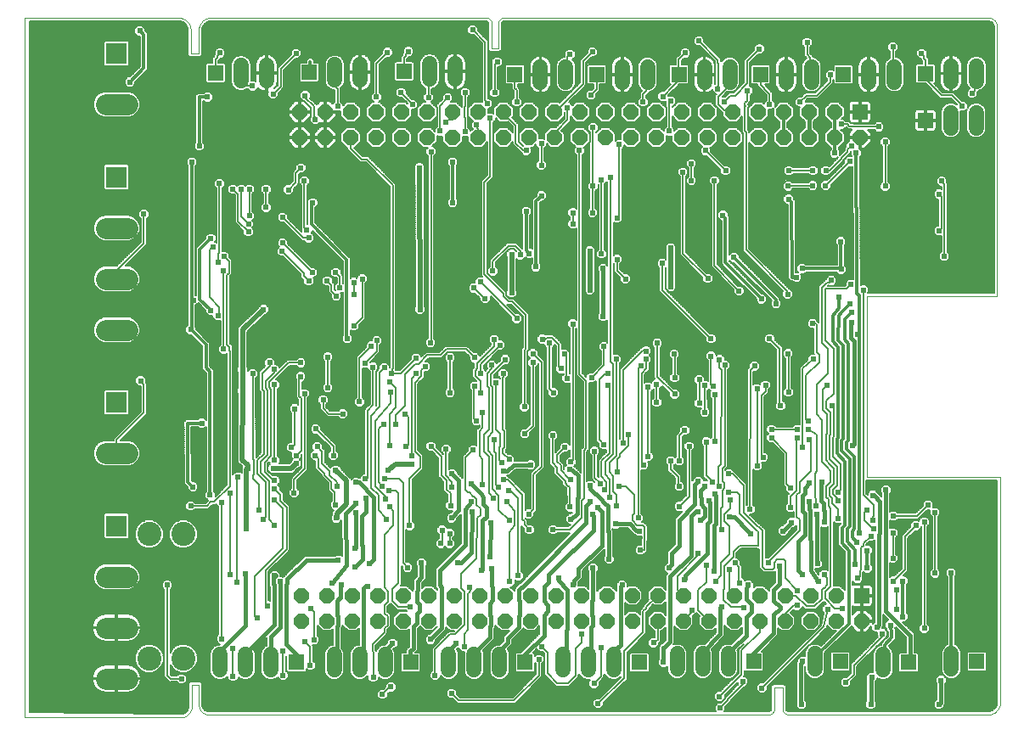
<source format=gbl>
G75*
G70*
%OFA0B0*%
%FSLAX24Y24*%
%IPPOS*%
%LPD*%
%AMOC8*
5,1,8,0,0,1.08239X$1,22.5*
%
%ADD10C,0.0000*%
%ADD11OC8,0.0600*%
%ADD12R,0.0600X0.0600*%
%ADD13C,0.0600*%
%ADD14R,0.0825X0.0825*%
%ADD15C,0.0825*%
%ADD16C,0.0945*%
%ADD17C,0.0060*%
%ADD18C,0.0240*%
%ADD19C,0.0118*%
%ADD20C,0.0160*%
%ADD21C,0.0157*%
%ADD22C,0.0197*%
D10*
X000474Y003346D02*
X006615Y003346D01*
X006616Y003346D02*
X006657Y003350D01*
X006699Y003358D01*
X006739Y003369D01*
X006778Y003384D01*
X006815Y003403D01*
X006851Y003425D01*
X006884Y003450D01*
X006915Y003478D01*
X006944Y003509D01*
X006969Y003542D01*
X006991Y003577D01*
X007010Y003615D01*
X007025Y003654D01*
X007037Y003694D01*
X007044Y003735D01*
X007048Y003777D01*
X007049Y003819D01*
X007049Y004626D01*
X007324Y004626D01*
X007324Y003858D01*
X007323Y003821D01*
X007327Y003784D01*
X007334Y003748D01*
X007344Y003713D01*
X007358Y003679D01*
X007376Y003646D01*
X007396Y003616D01*
X007419Y003587D01*
X007445Y003561D01*
X007474Y003538D01*
X007504Y003517D01*
X007536Y003500D01*
X007570Y003485D01*
X007606Y003475D01*
X007642Y003467D01*
X007678Y003464D01*
X029686Y003464D01*
X029714Y003466D01*
X029742Y003471D01*
X029770Y003479D01*
X029796Y003491D01*
X029820Y003506D01*
X029842Y003523D01*
X029863Y003544D01*
X029880Y003566D01*
X029895Y003590D01*
X029907Y003616D01*
X029915Y003644D01*
X029920Y003672D01*
X029922Y003700D01*
X029923Y003700D02*
X029923Y004527D01*
X030237Y004527D01*
X030237Y003700D01*
X030238Y003700D02*
X030240Y003672D01*
X030245Y003644D01*
X030253Y003616D01*
X030265Y003590D01*
X030280Y003566D01*
X030297Y003544D01*
X030318Y003523D01*
X030340Y003506D01*
X030364Y003491D01*
X030390Y003479D01*
X030418Y003471D01*
X030446Y003466D01*
X030474Y003464D01*
X038249Y003464D01*
X038249Y003465D02*
X038290Y003461D01*
X038332Y003462D01*
X038373Y003465D01*
X038414Y003473D01*
X038454Y003484D01*
X038493Y003498D01*
X038531Y003516D01*
X038566Y003537D01*
X038600Y003561D01*
X038632Y003588D01*
X038661Y003618D01*
X038688Y003650D01*
X038711Y003684D01*
X038732Y003720D01*
X038749Y003758D01*
X038763Y003797D01*
X038773Y003837D01*
X038780Y003878D01*
X038781Y003878D02*
X038781Y012795D01*
X033545Y012795D01*
X033545Y019882D01*
X038663Y019882D01*
X038663Y030511D01*
X038656Y030548D01*
X038645Y030583D01*
X038630Y030617D01*
X038612Y030650D01*
X038591Y030681D01*
X038567Y030709D01*
X038541Y030735D01*
X038512Y030759D01*
X038481Y030779D01*
X038448Y030796D01*
X038413Y030810D01*
X038378Y030820D01*
X038341Y030827D01*
X038304Y030831D01*
X038267Y030830D01*
X038230Y030826D01*
X019273Y030826D01*
X019245Y030819D01*
X019217Y030809D01*
X019192Y030796D01*
X019168Y030780D01*
X019146Y030762D01*
X019126Y030740D01*
X019109Y030717D01*
X019096Y030692D01*
X019085Y030665D01*
X019078Y030637D01*
X019074Y030608D01*
X019073Y030579D01*
X019076Y030551D01*
X019076Y029626D01*
X018820Y029626D01*
X018820Y030551D01*
X018823Y030579D01*
X018822Y030608D01*
X018818Y030637D01*
X018811Y030665D01*
X018800Y030692D01*
X018787Y030717D01*
X018770Y030740D01*
X018750Y030762D01*
X018728Y030780D01*
X018704Y030796D01*
X018679Y030809D01*
X018651Y030819D01*
X018623Y030826D01*
X007797Y030826D01*
X007756Y030824D01*
X007715Y030819D01*
X007675Y030810D01*
X007636Y030798D01*
X007598Y030782D01*
X007561Y030763D01*
X007526Y030741D01*
X007494Y030716D01*
X007463Y030688D01*
X007435Y030657D01*
X007410Y030625D01*
X007388Y030590D01*
X007369Y030553D01*
X007353Y030515D01*
X007341Y030476D01*
X007332Y030436D01*
X007327Y030395D01*
X007325Y030354D01*
X007324Y030354D02*
X007324Y029409D01*
X007009Y029409D01*
X007009Y030354D01*
X007010Y030354D02*
X007006Y030397D01*
X006999Y030439D01*
X006988Y030481D01*
X006973Y030521D01*
X006955Y030560D01*
X006934Y030597D01*
X006909Y030633D01*
X006882Y030666D01*
X006851Y030696D01*
X006819Y030724D01*
X006783Y030749D01*
X006746Y030770D01*
X006707Y030789D01*
X006667Y030804D01*
X006625Y030815D01*
X006583Y030823D01*
X006540Y030826D01*
X006497Y030827D01*
X006497Y030826D02*
X000474Y030826D01*
X000474Y003346D01*
D11*
X011340Y007137D03*
X012340Y007137D03*
X013340Y007137D03*
X014340Y007137D03*
X015340Y007137D03*
X016340Y007137D03*
X017340Y007137D03*
X018340Y007137D03*
X019340Y007137D03*
X020340Y007137D03*
X021340Y007137D03*
X022340Y007137D03*
X023340Y007137D03*
X024340Y007137D03*
X025340Y007137D03*
X026340Y007137D03*
X027340Y007137D03*
X028340Y007137D03*
X029340Y007137D03*
X030340Y007137D03*
X031340Y007137D03*
X032340Y007137D03*
X033340Y007137D03*
X032340Y008137D03*
X031340Y008137D03*
X030340Y008137D03*
X029340Y008137D03*
X028340Y008137D03*
X027340Y008137D03*
X026340Y008137D03*
X025340Y008137D03*
X024340Y008137D03*
X023340Y008137D03*
X022340Y008137D03*
X021340Y008137D03*
X020340Y008137D03*
X019340Y008137D03*
X018340Y008137D03*
X017340Y008137D03*
X016340Y008137D03*
X015340Y008137D03*
X014340Y008137D03*
X013340Y008137D03*
X012340Y008137D03*
X011340Y008137D03*
X011277Y026130D03*
X011277Y027130D03*
X012277Y027130D03*
X013277Y027130D03*
X014277Y027130D03*
X015277Y027130D03*
X016277Y027130D03*
X017277Y027130D03*
X018277Y027130D03*
X019277Y027130D03*
X020277Y027130D03*
X021277Y027130D03*
X022277Y027130D03*
X023277Y027130D03*
X024277Y027130D03*
X025277Y027130D03*
X026277Y027130D03*
X027277Y027130D03*
X028277Y027130D03*
X029277Y027130D03*
X030277Y027130D03*
X031277Y027130D03*
X032277Y027130D03*
X032277Y026130D03*
X033277Y026130D03*
X031277Y026130D03*
X030277Y026130D03*
X029277Y026130D03*
X028277Y026130D03*
X027277Y026130D03*
X026277Y026130D03*
X025277Y026130D03*
X024277Y026130D03*
X023277Y026130D03*
X022277Y026130D03*
X021277Y026130D03*
X020277Y026130D03*
X019277Y026130D03*
X018277Y026130D03*
X017277Y026130D03*
X016277Y026130D03*
X015277Y026130D03*
X014277Y026130D03*
X013277Y026130D03*
X012277Y026130D03*
D12*
X011659Y028681D03*
X007978Y028661D03*
X015379Y028720D03*
X019730Y028602D03*
X022938Y028602D03*
X026167Y028602D03*
X029375Y028602D03*
X032623Y028602D03*
X033277Y027130D03*
X035842Y026801D03*
X035852Y028641D03*
X033340Y008137D03*
X032509Y005551D03*
X035186Y005511D03*
X037863Y005551D03*
X029100Y005551D03*
X024611Y005511D03*
X020123Y005511D03*
X015635Y005511D03*
X011147Y005511D03*
D13*
X010147Y005211D02*
X010147Y005811D01*
X009147Y005811D02*
X009147Y005211D01*
X008147Y005211D02*
X008147Y005811D01*
X012635Y005811D02*
X012635Y005211D01*
X013635Y005211D02*
X013635Y005811D01*
X014635Y005811D02*
X014635Y005211D01*
X017123Y005211D02*
X017123Y005811D01*
X018123Y005811D02*
X018123Y005211D01*
X019123Y005211D02*
X019123Y005811D01*
X021611Y005811D02*
X021611Y005211D01*
X022611Y005211D02*
X022611Y005811D01*
X023611Y005811D02*
X023611Y005211D01*
X026100Y005251D02*
X026100Y005851D01*
X027100Y005851D02*
X027100Y005251D01*
X028100Y005251D02*
X028100Y005851D01*
X031509Y005851D02*
X031509Y005251D01*
X034186Y005211D02*
X034186Y005811D01*
X036863Y005851D02*
X036863Y005251D01*
X036842Y026501D02*
X036842Y027101D01*
X037842Y027101D02*
X037842Y026501D01*
X037852Y028341D02*
X037852Y028941D01*
X036852Y028941D02*
X036852Y028341D01*
X034623Y028302D02*
X034623Y028902D01*
X033623Y028902D02*
X033623Y028302D01*
X031375Y028302D02*
X031375Y028902D01*
X030375Y028902D02*
X030375Y028302D01*
X028167Y028302D02*
X028167Y028902D01*
X027167Y028902D02*
X027167Y028302D01*
X024938Y028302D02*
X024938Y028902D01*
X023938Y028902D02*
X023938Y028302D01*
X021730Y028302D02*
X021730Y028902D01*
X020730Y028902D02*
X020730Y028302D01*
X017379Y028420D02*
X017379Y029020D01*
X016379Y029020D02*
X016379Y028420D01*
X013659Y028381D02*
X013659Y028981D01*
X012659Y028981D02*
X012659Y028381D01*
X009978Y028361D02*
X009978Y028961D01*
X008978Y028961D02*
X008978Y028361D01*
D14*
X004088Y029425D03*
X004088Y024574D03*
X004088Y015724D03*
X004088Y010874D03*
D15*
X004500Y008874D02*
X003675Y008874D01*
X003675Y006874D02*
X004500Y006874D01*
X004500Y004874D02*
X003675Y004874D01*
X003675Y013724D02*
X004500Y013724D01*
X004500Y018574D02*
X003675Y018574D01*
X003675Y020574D02*
X004500Y020574D01*
X004500Y022574D02*
X003675Y022574D01*
X003675Y027425D02*
X004500Y027425D01*
D16*
X005375Y010551D03*
X006714Y010551D03*
X006714Y005669D03*
X005375Y005669D03*
D17*
X004856Y005454D02*
X000671Y005454D01*
X000671Y005512D02*
X004831Y005512D01*
X004813Y005557D02*
X004898Y005350D01*
X005057Y005192D01*
X005263Y005107D01*
X005487Y005107D01*
X005694Y005192D01*
X005852Y005350D01*
X005938Y005557D01*
X005938Y005781D01*
X005852Y005988D01*
X005694Y006146D01*
X005487Y006231D01*
X005263Y006231D01*
X005057Y006146D01*
X004898Y005988D01*
X004813Y005781D01*
X004813Y005557D01*
X004813Y005571D02*
X000671Y005571D01*
X000671Y005629D02*
X004813Y005629D01*
X004813Y005688D02*
X000671Y005688D01*
X000671Y005746D02*
X004813Y005746D01*
X004823Y005805D02*
X000671Y005805D01*
X000671Y005864D02*
X004847Y005864D01*
X004871Y005922D02*
X000671Y005922D01*
X000671Y005981D02*
X004896Y005981D01*
X004950Y006039D02*
X000671Y006039D01*
X000671Y006098D02*
X005009Y006098D01*
X005082Y006156D02*
X000671Y006156D01*
X000671Y006215D02*
X005223Y006215D01*
X005527Y006215D02*
X005964Y006215D01*
X005964Y006273D02*
X000671Y006273D01*
X000671Y006332D02*
X003628Y006332D01*
X003633Y006331D02*
X004058Y006331D01*
X004058Y006844D01*
X003133Y006844D01*
X003133Y006831D01*
X003146Y006747D01*
X003173Y006665D01*
X003211Y006589D01*
X003262Y006520D01*
X003322Y006460D01*
X003391Y006410D01*
X003467Y006371D01*
X003548Y006345D01*
X003633Y006331D01*
X003429Y006390D02*
X000671Y006390D01*
X000671Y006449D02*
X003337Y006449D01*
X003274Y006507D02*
X000671Y006507D01*
X000671Y006566D02*
X003228Y006566D01*
X003193Y006625D02*
X000671Y006625D01*
X000671Y006683D02*
X003167Y006683D01*
X003148Y006742D02*
X000671Y006742D01*
X000671Y006800D02*
X003138Y006800D01*
X003133Y006904D02*
X004058Y006904D01*
X004058Y007416D01*
X003633Y007416D01*
X003548Y007403D01*
X003467Y007376D01*
X003391Y007338D01*
X003322Y007287D01*
X003262Y007227D01*
X003211Y007158D01*
X003173Y007082D01*
X003146Y007001D01*
X003133Y006916D01*
X003133Y006904D01*
X003133Y006917D02*
X000671Y006917D01*
X000671Y006859D02*
X004058Y006859D01*
X004058Y006844D02*
X004058Y006904D01*
X004118Y006904D01*
X004118Y007416D01*
X004543Y007416D01*
X004627Y007403D01*
X004709Y007376D01*
X004785Y007338D01*
X004854Y007287D01*
X004914Y007227D01*
X004964Y007158D01*
X005003Y007082D01*
X005030Y007001D01*
X005043Y006916D01*
X005043Y006904D01*
X004118Y006904D01*
X004118Y006844D01*
X005043Y006844D01*
X005043Y006831D01*
X005030Y006747D01*
X005003Y006665D01*
X004964Y006589D01*
X004914Y006520D01*
X004854Y006460D01*
X004785Y006410D01*
X004709Y006371D01*
X004627Y006345D01*
X004543Y006331D01*
X004118Y006331D01*
X004118Y006844D01*
X004058Y006844D01*
X004058Y006800D02*
X004118Y006800D01*
X004118Y006742D02*
X004058Y006742D01*
X004058Y006683D02*
X004118Y006683D01*
X004118Y006625D02*
X004058Y006625D01*
X004058Y006566D02*
X004118Y006566D01*
X004118Y006507D02*
X004058Y006507D01*
X004058Y006449D02*
X004118Y006449D01*
X004118Y006390D02*
X004058Y006390D01*
X004058Y006332D02*
X004118Y006332D01*
X004547Y006332D02*
X005964Y006332D01*
X005964Y006390D02*
X004747Y006390D01*
X004839Y006449D02*
X005964Y006449D01*
X005964Y006507D02*
X004901Y006507D01*
X004947Y006566D02*
X005964Y006566D01*
X005964Y006625D02*
X004982Y006625D01*
X005009Y006683D02*
X005964Y006683D01*
X005964Y006742D02*
X005028Y006742D01*
X005038Y006800D02*
X005964Y006800D01*
X005964Y006859D02*
X004118Y006859D01*
X004118Y006917D02*
X004058Y006917D01*
X004058Y006976D02*
X004118Y006976D01*
X004118Y007034D02*
X004058Y007034D01*
X004058Y007093D02*
X004118Y007093D01*
X004118Y007151D02*
X004058Y007151D01*
X004058Y007210D02*
X004118Y007210D01*
X004118Y007269D02*
X004058Y007269D01*
X004058Y007327D02*
X004118Y007327D01*
X004118Y007386D02*
X004058Y007386D01*
X004680Y007386D02*
X005964Y007386D01*
X005964Y007444D02*
X000671Y007444D01*
X000671Y007386D02*
X003495Y007386D01*
X003376Y007327D02*
X000671Y007327D01*
X000671Y007269D02*
X003303Y007269D01*
X003249Y007210D02*
X000671Y007210D01*
X000671Y007151D02*
X003208Y007151D01*
X003178Y007093D02*
X000671Y007093D01*
X000671Y007034D02*
X003157Y007034D01*
X003142Y006976D02*
X000671Y006976D01*
X000671Y007503D02*
X005964Y007503D01*
X005964Y007561D02*
X000671Y007561D01*
X000671Y007620D02*
X005964Y007620D01*
X005964Y007678D02*
X000671Y007678D01*
X000671Y007737D02*
X005964Y007737D01*
X005964Y007795D02*
X000671Y007795D01*
X000671Y007854D02*
X005964Y007854D01*
X005964Y007913D02*
X000671Y007913D01*
X000671Y007971D02*
X005964Y007971D01*
X005964Y008030D02*
X000671Y008030D01*
X000671Y008088D02*
X005964Y008088D01*
X005964Y008147D02*
X000671Y008147D01*
X000671Y008205D02*
X005964Y008205D01*
X005964Y008264D02*
X000671Y008264D01*
X000671Y008322D02*
X005964Y008322D01*
X005964Y008366D02*
X005964Y005024D01*
X005960Y005020D01*
X005964Y004975D01*
X005964Y004930D01*
X005968Y004927D01*
X005968Y004921D01*
X006002Y004892D01*
X006034Y004860D01*
X006040Y004860D01*
X006140Y004774D01*
X006172Y004742D01*
X006177Y004742D01*
X006181Y004738D01*
X006226Y004742D01*
X006458Y004742D01*
X006548Y004652D01*
X006722Y004652D01*
X006845Y004775D01*
X006845Y004949D01*
X006722Y005072D01*
X006548Y005072D01*
X006458Y004982D01*
X006266Y004982D01*
X006204Y005035D01*
X006204Y005430D01*
X006237Y005350D01*
X006395Y005192D01*
X006602Y005107D01*
X006826Y005107D01*
X007032Y005192D01*
X007191Y005350D01*
X007276Y005557D01*
X007276Y005781D01*
X007191Y005988D01*
X007032Y006146D01*
X006826Y006231D01*
X006602Y006231D01*
X006395Y006146D01*
X006237Y005988D01*
X006204Y005907D01*
X006204Y008366D01*
X006294Y008456D01*
X006294Y008630D01*
X006171Y008753D01*
X005997Y008753D01*
X005874Y008630D01*
X005874Y008456D01*
X005964Y008366D01*
X005949Y008381D02*
X004624Y008381D01*
X004600Y008371D02*
X004785Y008448D01*
X004926Y008589D01*
X005003Y008774D01*
X005003Y008974D01*
X004926Y009158D01*
X004785Y009300D01*
X004600Y009376D01*
X003575Y009376D01*
X000671Y009376D01*
X000671Y009318D02*
X003434Y009318D01*
X003391Y009300D02*
X003249Y009158D01*
X003173Y008974D01*
X003173Y008774D01*
X003249Y008589D01*
X003391Y008448D01*
X003575Y008371D01*
X004600Y008371D01*
X004765Y008439D02*
X005890Y008439D01*
X005874Y008498D02*
X004835Y008498D01*
X004894Y008556D02*
X005874Y008556D01*
X005874Y008615D02*
X004937Y008615D01*
X004961Y008674D02*
X005918Y008674D01*
X005976Y008732D02*
X004986Y008732D01*
X005003Y008791D02*
X008090Y008791D01*
X008090Y008849D02*
X005003Y008849D01*
X005003Y008908D02*
X008090Y008908D01*
X008090Y008966D02*
X005003Y008966D01*
X004982Y009025D02*
X008090Y009025D01*
X008090Y009083D02*
X004957Y009083D01*
X004933Y009142D02*
X008090Y009142D01*
X008090Y009200D02*
X004884Y009200D01*
X004826Y009259D02*
X008090Y009259D01*
X008090Y009318D02*
X004742Y009318D01*
X004601Y009376D02*
X008090Y009376D01*
X008090Y009435D02*
X000671Y009435D01*
X000671Y009493D02*
X008090Y009493D01*
X008090Y009552D02*
X000671Y009552D01*
X000671Y009610D02*
X008090Y009610D01*
X008090Y009669D02*
X000671Y009669D01*
X000671Y009727D02*
X008090Y009727D01*
X008090Y009786D02*
X000671Y009786D01*
X000671Y009844D02*
X008090Y009844D01*
X008090Y009903D02*
X000671Y009903D01*
X000671Y009962D02*
X008090Y009962D01*
X008090Y010020D02*
X006902Y010020D01*
X006826Y009988D02*
X007032Y010074D01*
X007191Y010232D01*
X007276Y010439D01*
X007276Y010663D01*
X007191Y010869D01*
X007032Y011028D01*
X006826Y011113D01*
X006602Y011113D01*
X006395Y011028D01*
X006237Y010869D01*
X006151Y010663D01*
X006151Y010439D01*
X006237Y010232D01*
X006395Y010074D01*
X006602Y009988D01*
X006826Y009988D01*
X007037Y010079D02*
X008090Y010079D01*
X008090Y010137D02*
X007096Y010137D01*
X007154Y010196D02*
X008090Y010196D01*
X008090Y010254D02*
X007200Y010254D01*
X007224Y010313D02*
X008090Y010313D01*
X008090Y010371D02*
X007248Y010371D01*
X007272Y010430D02*
X008090Y010430D01*
X008090Y010488D02*
X007276Y010488D01*
X007276Y010547D02*
X008090Y010547D01*
X008090Y010606D02*
X007276Y010606D01*
X007276Y010664D02*
X008090Y010664D01*
X008090Y010723D02*
X007251Y010723D01*
X007227Y010781D02*
X008090Y010781D01*
X008090Y010840D02*
X007203Y010840D01*
X007162Y010898D02*
X008090Y010898D01*
X008090Y010957D02*
X007103Y010957D01*
X007045Y011015D02*
X008090Y011015D01*
X008090Y011074D02*
X006921Y011074D01*
X006922Y011443D02*
X007096Y011443D01*
X007186Y011533D01*
X007589Y011533D01*
X007689Y011533D01*
X007846Y011691D01*
X007865Y011691D01*
X007964Y011691D01*
X008000Y011726D01*
X008000Y011704D01*
X008090Y011614D01*
X008090Y006614D01*
X008000Y006524D01*
X008000Y006350D01*
X008123Y006227D01*
X008153Y006227D01*
X008128Y006201D01*
X008069Y006201D01*
X007926Y006142D01*
X007816Y006032D01*
X007757Y005889D01*
X007757Y005134D01*
X007816Y004991D01*
X007926Y004881D01*
X008069Y004821D01*
X008224Y004821D01*
X008368Y004881D01*
X008453Y004966D01*
X008453Y004873D01*
X008576Y004750D01*
X008750Y004750D01*
X008873Y004873D01*
X008873Y004934D01*
X008926Y004881D01*
X009069Y004821D01*
X009224Y004821D01*
X009368Y004881D01*
X009478Y004991D01*
X009537Y005134D01*
X009537Y005889D01*
X009496Y005987D01*
X009989Y006479D01*
X009989Y006168D01*
X009926Y006142D01*
X009816Y006032D01*
X009757Y005889D01*
X009757Y005134D01*
X009816Y004991D01*
X009926Y004881D01*
X010069Y004821D01*
X010224Y004821D01*
X010368Y004881D01*
X010421Y004934D01*
X010421Y004913D01*
X010544Y004790D01*
X010718Y004790D01*
X010841Y004913D01*
X010841Y005087D01*
X010751Y005177D01*
X010751Y005768D01*
X010757Y005773D01*
X010757Y005174D01*
X010810Y005121D01*
X011484Y005121D01*
X011537Y005174D01*
X011537Y005254D01*
X011607Y005183D01*
X011781Y005183D01*
X011904Y005306D01*
X011904Y005480D01*
X011814Y005570D01*
X011814Y006062D01*
X011814Y006162D01*
X011788Y006187D01*
X011939Y006187D01*
X012062Y006310D01*
X012062Y006484D01*
X011972Y006574D01*
X011972Y006954D01*
X012178Y006747D01*
X012501Y006747D01*
X012587Y006833D01*
X012587Y006201D01*
X012558Y006201D01*
X012414Y006142D01*
X012304Y006032D01*
X012245Y005889D01*
X012245Y005134D01*
X012304Y004991D01*
X012414Y004881D01*
X012558Y004821D01*
X012713Y004821D01*
X012856Y004881D01*
X012966Y004991D01*
X013025Y005134D01*
X013025Y005889D01*
X012966Y006032D01*
X012927Y006071D01*
X012927Y006133D01*
X012927Y006858D01*
X012966Y006898D01*
X012966Y006959D01*
X013178Y006747D01*
X013501Y006747D01*
X013611Y006857D01*
X013611Y006201D01*
X013558Y006201D01*
X013414Y006142D01*
X013304Y006032D01*
X013245Y005889D01*
X013245Y005134D01*
X013304Y004991D01*
X013414Y004881D01*
X013558Y004821D01*
X013713Y004821D01*
X013856Y004881D01*
X013964Y004989D01*
X013964Y004834D01*
X014087Y004711D01*
X014261Y004711D01*
X014384Y004834D01*
X014384Y004911D01*
X014414Y004881D01*
X014558Y004821D01*
X014713Y004821D01*
X014856Y004881D01*
X014966Y004991D01*
X015025Y005134D01*
X015025Y005889D01*
X014966Y006032D01*
X014951Y006047D01*
X014953Y006049D01*
X015009Y006049D01*
X015133Y006173D01*
X015133Y006346D01*
X015009Y006470D01*
X014836Y006470D01*
X014712Y006346D01*
X014712Y006290D01*
X014695Y006272D01*
X014624Y006201D01*
X014558Y006201D01*
X014414Y006142D01*
X014304Y006032D01*
X014279Y005970D01*
X014255Y005994D01*
X014255Y006170D01*
X014657Y006573D01*
X014728Y006643D01*
X014728Y006795D01*
X014790Y006848D01*
X014795Y006848D01*
X014827Y006880D01*
X014861Y006909D01*
X014862Y006915D01*
X014865Y006918D01*
X014865Y006964D01*
X014869Y007009D01*
X014865Y007013D01*
X014865Y007278D01*
X014869Y007282D01*
X014865Y007327D01*
X014978Y007327D01*
X014950Y007299D02*
X014950Y006976D01*
X014866Y006976D01*
X014865Y007034D02*
X014950Y007034D01*
X014950Y006976D02*
X015178Y006747D01*
X015501Y006747D01*
X015579Y006825D01*
X015579Y006133D01*
X015561Y006115D01*
X015461Y006015D01*
X015461Y005901D01*
X015298Y005901D01*
X015245Y005849D01*
X015245Y005174D01*
X015298Y005121D01*
X015972Y005121D01*
X016025Y005174D01*
X016025Y005849D01*
X015972Y005901D01*
X015828Y005901D01*
X015919Y005992D01*
X015919Y006133D01*
X015919Y006839D01*
X016003Y006923D01*
X016178Y006747D01*
X016501Y006747D01*
X016682Y006928D01*
X016682Y006920D01*
X016388Y006627D01*
X016332Y006627D01*
X016209Y006504D01*
X016209Y006330D01*
X016332Y006207D01*
X016506Y006207D01*
X016629Y006330D01*
X016629Y006387D01*
X017022Y006780D01*
X017022Y006904D01*
X017178Y006747D01*
X017347Y006747D01*
X017333Y006734D01*
X017137Y006734D01*
X017066Y006664D01*
X016476Y006073D01*
X016476Y005974D01*
X016476Y005177D01*
X016386Y005087D01*
X016386Y004913D01*
X016509Y004790D01*
X016683Y004790D01*
X016806Y004913D01*
X016806Y004978D01*
X016902Y004881D01*
X017046Y004821D01*
X017201Y004821D01*
X017344Y004881D01*
X017454Y004991D01*
X017513Y005134D01*
X017513Y005889D01*
X017454Y006032D01*
X017437Y006049D01*
X017490Y006049D01*
X017527Y006087D01*
X017527Y006054D01*
X017650Y005931D01*
X017751Y005931D01*
X017733Y005889D01*
X017733Y005134D01*
X017793Y004991D01*
X017902Y004881D01*
X018046Y004821D01*
X018201Y004821D01*
X018344Y004881D01*
X018454Y004991D01*
X018513Y005134D01*
X018513Y005889D01*
X018473Y005987D01*
X018911Y006425D01*
X018911Y006566D01*
X019319Y006566D01*
X019280Y006527D02*
X019280Y006369D01*
X019183Y006272D01*
X019112Y006201D01*
X019046Y006201D01*
X018902Y006142D01*
X018793Y006032D01*
X018733Y005889D01*
X018733Y005134D01*
X018793Y004991D01*
X018902Y004881D01*
X019046Y004821D01*
X019201Y004821D01*
X019344Y004881D01*
X019454Y004991D01*
X019513Y005134D01*
X019513Y005889D01*
X019454Y006032D01*
X019439Y006047D01*
X019620Y006228D01*
X019620Y006369D01*
X019620Y006386D01*
X020053Y006819D01*
X020053Y006873D01*
X020178Y006747D01*
X020501Y006747D01*
X020697Y006944D01*
X020697Y006645D01*
X020049Y005996D01*
X019954Y005901D01*
X019786Y005901D01*
X019733Y005849D01*
X019733Y005174D01*
X019786Y005121D01*
X020461Y005121D01*
X020513Y005174D01*
X020513Y005490D01*
X020551Y005453D01*
X020551Y005049D01*
X019637Y004135D01*
X017571Y004135D01*
X017455Y004251D01*
X017455Y004378D01*
X017332Y004501D01*
X017158Y004501D01*
X017035Y004378D01*
X017035Y004204D01*
X017158Y004081D01*
X017286Y004081D01*
X017471Y003895D01*
X017571Y003895D01*
X019736Y003895D01*
X019806Y003966D01*
X020791Y004950D01*
X020791Y005049D01*
X020791Y005453D01*
X020881Y005543D01*
X020881Y005717D01*
X020758Y005840D01*
X020584Y005840D01*
X020513Y005769D01*
X020513Y005849D01*
X020461Y005901D01*
X020435Y005901D01*
X020579Y006045D01*
X020579Y006035D01*
X020702Y005912D01*
X020829Y005912D01*
X020885Y005856D01*
X020885Y005029D01*
X020955Y004958D01*
X021349Y004565D01*
X021449Y004565D01*
X021862Y004565D01*
X021932Y004635D01*
X022228Y004930D01*
X022228Y005009D01*
X022247Y005029D01*
X022247Y005072D01*
X022281Y004991D01*
X022391Y004881D01*
X022534Y004821D01*
X022676Y004821D01*
X022626Y004772D01*
X022626Y004598D01*
X022749Y004475D01*
X022923Y004475D01*
X023046Y004598D01*
X023046Y004725D01*
X023231Y004911D01*
X023231Y005009D01*
X023251Y005029D01*
X023251Y005062D01*
X023281Y004991D01*
X023391Y004881D01*
X023534Y004821D01*
X023689Y004821D01*
X023832Y004881D01*
X023897Y004946D01*
X023897Y004933D01*
X023039Y004107D01*
X022906Y004107D01*
X019948Y004107D01*
X020006Y004166D02*
X023099Y004166D01*
X023160Y004224D02*
X020065Y004224D01*
X020123Y004283D02*
X023221Y004283D01*
X023282Y004341D02*
X020182Y004341D01*
X020240Y004400D02*
X023343Y004400D01*
X023404Y004458D02*
X020299Y004458D01*
X020358Y004517D02*
X022707Y004517D01*
X022648Y004576D02*
X021873Y004576D01*
X021931Y004634D02*
X022626Y004634D01*
X022626Y004693D02*
X021990Y004693D01*
X022048Y004751D02*
X022626Y004751D01*
X022664Y004810D02*
X022107Y004810D01*
X022166Y004868D02*
X022421Y004868D01*
X022345Y004927D02*
X022224Y004927D01*
X022228Y004985D02*
X022286Y004985D01*
X022259Y005044D02*
X022247Y005044D01*
X022127Y005078D02*
X022108Y005059D01*
X022108Y004980D01*
X021812Y004685D01*
X021399Y004685D01*
X021005Y005078D01*
X021005Y005905D01*
X020789Y006122D01*
X020633Y005981D02*
X020514Y005981D01*
X020572Y006039D02*
X020579Y006039D01*
X020691Y005922D02*
X020455Y005922D01*
X020499Y005864D02*
X020877Y005864D01*
X020885Y005805D02*
X020792Y005805D01*
X020851Y005746D02*
X020885Y005746D01*
X020881Y005688D02*
X020885Y005688D01*
X020881Y005629D02*
X020885Y005629D01*
X020881Y005571D02*
X020885Y005571D01*
X020885Y005512D02*
X020850Y005512D01*
X020885Y005454D02*
X020792Y005454D01*
X020791Y005395D02*
X020885Y005395D01*
X020885Y005337D02*
X020791Y005337D01*
X020791Y005278D02*
X020885Y005278D01*
X020885Y005220D02*
X020791Y005220D01*
X020791Y005161D02*
X020885Y005161D01*
X020885Y005102D02*
X020791Y005102D01*
X020791Y005044D02*
X020885Y005044D01*
X020929Y004985D02*
X020791Y004985D01*
X020767Y004927D02*
X020987Y004927D01*
X021046Y004868D02*
X020709Y004868D01*
X020650Y004810D02*
X021104Y004810D01*
X021163Y004751D02*
X020592Y004751D01*
X020533Y004693D02*
X021221Y004693D01*
X021280Y004634D02*
X020475Y004634D01*
X020416Y004576D02*
X021338Y004576D01*
X020671Y005000D02*
X019686Y004015D01*
X017521Y004015D01*
X017245Y004291D01*
X017035Y004283D02*
X014739Y004283D01*
X014739Y004292D02*
X014784Y004337D01*
X014950Y004337D01*
X015073Y004460D01*
X015073Y004634D01*
X020135Y004634D01*
X020077Y004576D02*
X015073Y004576D01*
X015073Y004634D02*
X014950Y004757D01*
X014776Y004757D01*
X014653Y004634D01*
X014653Y004546D01*
X014569Y004462D01*
X014442Y004462D01*
X014319Y004339D01*
X014319Y004165D01*
X014442Y004042D01*
X014616Y004042D01*
X014739Y004165D01*
X014739Y004292D01*
X014739Y004224D02*
X017035Y004224D01*
X017074Y004166D02*
X014739Y004166D01*
X014681Y004107D02*
X017132Y004107D01*
X017318Y004049D02*
X014623Y004049D01*
X014435Y004049D02*
X007454Y004049D01*
X007454Y004107D02*
X014376Y004107D01*
X014319Y004166D02*
X007454Y004166D01*
X007454Y004224D02*
X014319Y004224D01*
X014319Y004283D02*
X007454Y004283D01*
X007454Y004341D02*
X014322Y004341D01*
X014380Y004400D02*
X007454Y004400D01*
X007454Y004458D02*
X014439Y004458D01*
X014625Y004517D02*
X007454Y004517D01*
X007454Y004576D02*
X014653Y004576D01*
X014654Y004634D02*
X007454Y004634D01*
X007454Y004679D02*
X007378Y004756D01*
X007270Y004756D01*
X007102Y004756D01*
X006995Y004756D01*
X006919Y004679D01*
X006919Y003869D01*
X006916Y003867D01*
X006919Y003816D01*
X006919Y003811D01*
X006915Y003750D01*
X006872Y003631D01*
X006787Y003538D01*
X006672Y003485D01*
X006611Y003476D01*
X006122Y003476D01*
X000671Y003543D01*
X000671Y030696D01*
X006446Y030696D01*
X006449Y030694D01*
X006499Y030696D01*
X006505Y030696D01*
X006573Y030692D01*
X006706Y030644D01*
X006810Y030548D01*
X006869Y030419D01*
X006879Y030350D01*
X006879Y029463D01*
X006879Y029355D01*
X006955Y029279D01*
X007270Y029279D01*
X007378Y029279D01*
X007454Y029355D01*
X007454Y030300D01*
X007454Y030354D01*
X007461Y030421D01*
X007512Y030544D01*
X007606Y030639D01*
X007730Y030690D01*
X007796Y030696D01*
X018608Y030696D01*
X018629Y030690D01*
X018673Y030654D01*
X018691Y030606D01*
X018690Y030605D01*
X018690Y030562D01*
X018683Y030519D01*
X018690Y030509D01*
X018690Y029679D01*
X018690Y029572D01*
X018766Y029496D01*
X019022Y029496D01*
X019130Y029496D01*
X019206Y029572D01*
X019206Y030509D01*
X019213Y030519D01*
X019206Y030562D01*
X019206Y030605D01*
X019205Y030606D01*
X019223Y030654D01*
X019267Y030690D01*
X019288Y030696D01*
X038187Y030696D01*
X038197Y030690D01*
X038240Y030696D01*
X038283Y030696D01*
X038286Y030699D01*
X038315Y030700D01*
X038435Y030654D01*
X038516Y030553D01*
X038533Y030497D01*
X038533Y020012D01*
X033598Y020012D01*
X033578Y020012D01*
X033617Y020050D01*
X033617Y020224D01*
X033494Y020347D01*
X033320Y020347D01*
X033307Y020335D01*
X033300Y021268D01*
X033281Y025364D01*
X033341Y025424D01*
X033341Y025598D01*
X033240Y025700D01*
X033247Y025700D01*
X033247Y026099D01*
X033307Y026099D01*
X033307Y025700D01*
X033455Y025700D01*
X033707Y025951D01*
X033707Y026100D01*
X033307Y026100D01*
X033307Y026160D01*
X033707Y026160D01*
X033707Y026308D01*
X033589Y026425D01*
X033840Y026425D01*
X033930Y026335D01*
X034104Y026335D01*
X034227Y026458D01*
X034227Y026632D01*
X034104Y026755D01*
X033930Y026755D01*
X033840Y026665D01*
X033033Y026665D01*
X033004Y026694D01*
X032915Y026694D01*
X032846Y026763D01*
X032747Y026763D01*
X032718Y026763D01*
X032628Y026853D01*
X032552Y026853D01*
X032667Y026968D01*
X032667Y027291D01*
X032438Y027520D01*
X032115Y027520D01*
X031887Y027291D01*
X031887Y026968D01*
X032115Y026740D01*
X032136Y026740D01*
X032136Y026520D01*
X032115Y026520D01*
X031887Y026291D01*
X031887Y025968D01*
X032115Y025740D01*
X032136Y025740D01*
X032136Y025659D01*
X032075Y025598D01*
X032075Y025424D01*
X032198Y025301D01*
X032372Y025301D01*
X032421Y025350D01*
X032421Y025345D01*
X032068Y024992D01*
X032027Y025033D01*
X031853Y025033D01*
X031730Y024909D01*
X031730Y024736D01*
X031853Y024612D01*
X032027Y024612D01*
X032117Y024703D01*
X032118Y024703D01*
X032590Y025175D01*
X032661Y025245D01*
X032661Y025265D01*
X032846Y025451D01*
X032916Y025521D01*
X032916Y025577D01*
X032921Y025577D01*
X032921Y025424D01*
X032959Y025387D01*
X032788Y025387D01*
X032665Y025264D01*
X032665Y025136D01*
X031971Y024442D01*
X031843Y024442D01*
X031720Y024319D01*
X031720Y024145D01*
X031843Y024022D01*
X032017Y024022D01*
X032140Y024145D01*
X032140Y024272D01*
X032835Y024967D01*
X032962Y024967D01*
X032985Y024989D01*
X033002Y021320D01*
X033001Y021320D01*
X033002Y021263D01*
X033002Y021197D01*
X033002Y021197D01*
X033007Y020558D01*
X033002Y020564D01*
X032828Y020564D01*
X032705Y020441D01*
X032705Y020314D01*
X032688Y020297D01*
X032003Y020297D01*
X032019Y020313D01*
X032049Y020313D01*
X032060Y020301D01*
X032234Y020301D01*
X032357Y020424D01*
X032357Y020598D01*
X032234Y020721D01*
X032060Y020721D01*
X031937Y020598D01*
X031937Y020553D01*
X031920Y020553D01*
X031850Y020482D01*
X031653Y020286D01*
X031653Y020186D01*
X031653Y018872D01*
X031636Y018889D01*
X031629Y018896D01*
X031629Y018906D01*
X031506Y019029D01*
X031332Y019029D01*
X031209Y018906D01*
X031209Y018732D01*
X031332Y018609D01*
X031466Y018609D01*
X031466Y017637D01*
X031472Y017631D01*
X031351Y017631D01*
X030664Y017631D01*
X030664Y017689D02*
X031466Y017689D01*
X031466Y017748D02*
X030641Y017748D01*
X030664Y017724D02*
X030541Y017847D01*
X030367Y017847D01*
X030244Y017724D01*
X030244Y017550D01*
X030354Y017441D01*
X030354Y016299D01*
X030264Y016209D01*
X030264Y016035D01*
X030387Y015912D01*
X030561Y015912D01*
X030684Y016035D01*
X030684Y016209D01*
X030594Y016299D01*
X030594Y017480D01*
X030664Y017550D01*
X030664Y017724D01*
X030582Y017806D02*
X031466Y017806D01*
X031466Y017865D02*
X030239Y017865D01*
X030239Y017884D02*
X030169Y017954D01*
X029936Y018188D01*
X029936Y018315D01*
X029813Y018438D01*
X029639Y018438D01*
X029516Y018315D01*
X029516Y018141D01*
X029639Y018018D01*
X029766Y018018D01*
X029999Y017785D01*
X029999Y015728D01*
X029949Y015677D01*
X029949Y015503D01*
X030072Y015380D01*
X030246Y015380D01*
X030369Y015503D01*
X030369Y015677D01*
X030246Y015800D01*
X030239Y015800D01*
X030239Y017884D01*
X030200Y017923D02*
X031466Y017923D01*
X031466Y017982D02*
X030141Y017982D01*
X030083Y018041D02*
X031466Y018041D01*
X031466Y018099D02*
X030024Y018099D01*
X029966Y018158D02*
X031466Y018158D01*
X031466Y018216D02*
X029936Y018216D01*
X029936Y018275D02*
X031466Y018275D01*
X031466Y018333D02*
X029917Y018333D01*
X029859Y018392D02*
X031466Y018392D01*
X031466Y018450D02*
X027370Y018450D01*
X027382Y018438D02*
X025633Y020187D01*
X025633Y021004D01*
X025659Y021030D01*
X025659Y020384D01*
X025638Y020362D01*
X025638Y020188D01*
X025761Y020065D01*
X025935Y020065D01*
X026058Y020188D01*
X026058Y020362D01*
X026036Y020384D01*
X026036Y021682D01*
X026058Y021704D01*
X026058Y021878D01*
X025935Y022001D01*
X025761Y022001D01*
X025638Y021878D01*
X025638Y021704D01*
X025659Y021682D01*
X025659Y021331D01*
X025600Y021391D01*
X025426Y021391D01*
X025303Y021268D01*
X025303Y021094D01*
X025393Y021004D01*
X025393Y020187D01*
X025393Y020088D01*
X027212Y018268D01*
X027212Y018141D01*
X027336Y018018D01*
X027509Y018018D01*
X027633Y018141D01*
X027633Y018315D01*
X027509Y018438D01*
X027382Y018438D01*
X027311Y018509D02*
X031466Y018509D01*
X031466Y018567D02*
X027253Y018567D01*
X027194Y018626D02*
X031314Y018626D01*
X031256Y018684D02*
X027136Y018684D01*
X027077Y018743D02*
X031209Y018743D01*
X031209Y018802D02*
X027019Y018802D01*
X026960Y018860D02*
X031209Y018860D01*
X031222Y018919D02*
X026902Y018919D01*
X026843Y018977D02*
X031280Y018977D01*
X031419Y018819D02*
X031537Y018819D01*
X031586Y018769D01*
X031586Y017687D01*
X031694Y017578D01*
X031694Y017303D01*
X031163Y016791D01*
X031163Y015059D01*
X031241Y015000D01*
X030905Y014996D02*
X029521Y014996D01*
X029521Y014938D02*
X030905Y014938D01*
X030905Y014879D02*
X029521Y014879D01*
X029521Y014821D02*
X029663Y014821D01*
X029717Y014875D02*
X029594Y014752D01*
X029594Y014578D01*
X029675Y014498D01*
X029594Y014417D01*
X029594Y014243D01*
X029717Y014120D01*
X029845Y014120D01*
X030275Y013690D01*
X030275Y012557D01*
X030273Y012555D01*
X030275Y012507D01*
X030275Y012460D01*
X030277Y012458D01*
X030277Y012456D01*
X030312Y012423D01*
X030342Y012392D01*
X030342Y012275D01*
X030465Y012152D01*
X030498Y012152D01*
X030423Y012077D01*
X030423Y011978D01*
X030423Y011771D01*
X030333Y011681D01*
X030333Y011507D01*
X030456Y011384D01*
X030630Y011384D01*
X030679Y011433D01*
X030679Y011270D01*
X030679Y011214D01*
X030505Y011214D01*
X030382Y011091D01*
X030382Y011032D01*
X030229Y010879D01*
X030170Y010879D01*
X030047Y010756D01*
X030047Y010582D01*
X030170Y010459D01*
X030344Y010459D01*
X030467Y010582D01*
X030467Y010640D01*
X030620Y010794D01*
X030679Y010794D01*
X030787Y010902D01*
X030787Y010738D01*
X029687Y009639D01*
X029599Y009639D01*
X029570Y009610D01*
X029571Y009610D01*
X029570Y009610D02*
X029570Y010729D01*
X029518Y010781D01*
X030072Y010781D01*
X030047Y010723D02*
X029570Y010723D01*
X029570Y010664D02*
X030047Y010664D01*
X030047Y010606D02*
X029570Y010606D01*
X029570Y010547D02*
X030082Y010547D01*
X030141Y010488D02*
X029570Y010488D01*
X029570Y010430D02*
X030478Y010430D01*
X030420Y010371D02*
X029570Y010371D01*
X029570Y010313D02*
X030361Y010313D01*
X030303Y010254D02*
X029570Y010254D01*
X029570Y010196D02*
X030244Y010196D01*
X030186Y010137D02*
X029570Y010137D01*
X029570Y010079D02*
X030127Y010079D01*
X030069Y010020D02*
X029570Y010020D01*
X029570Y009962D02*
X030010Y009962D01*
X029951Y009903D02*
X029570Y009903D01*
X029570Y009844D02*
X029893Y009844D01*
X029834Y009786D02*
X029570Y009786D01*
X029570Y009727D02*
X029776Y009727D01*
X029717Y009669D02*
X029570Y009669D01*
X029686Y009468D02*
X029686Y009429D01*
X029686Y009468D02*
X030907Y010689D01*
X030907Y011112D01*
X030799Y011220D01*
X030799Y012086D01*
X030907Y012195D01*
X030907Y012578D01*
X031360Y013031D01*
X031360Y014173D01*
X031281Y014261D01*
X031025Y014173D02*
X031005Y013956D01*
X031025Y014173D02*
X031025Y017047D01*
X031438Y017421D01*
X031292Y017572D02*
X030664Y017572D01*
X030627Y017514D02*
X031234Y017514D01*
X031228Y017508D02*
X031228Y017393D01*
X030979Y017167D01*
X030975Y017167D01*
X030942Y017134D01*
X030908Y017103D01*
X030907Y017099D01*
X030905Y017097D01*
X030905Y017050D01*
X030903Y017003D01*
X030905Y017001D01*
X030905Y014846D01*
X030895Y014855D01*
X030721Y014855D01*
X030631Y014765D01*
X030012Y014765D01*
X029992Y014785D01*
X029981Y014785D01*
X029891Y014875D01*
X029717Y014875D01*
X029604Y014762D02*
X029521Y014762D01*
X029521Y014704D02*
X029594Y014704D01*
X029594Y014645D02*
X029521Y014645D01*
X029521Y014586D02*
X029594Y014586D01*
X029644Y014528D02*
X029521Y014528D01*
X029521Y014469D02*
X029646Y014469D01*
X029594Y014411D02*
X029521Y014411D01*
X029521Y014352D02*
X029594Y014352D01*
X029594Y014294D02*
X029521Y014294D01*
X029521Y014235D02*
X029603Y014235D01*
X029661Y014177D02*
X029521Y014177D01*
X029521Y014118D02*
X029847Y014118D01*
X029906Y014060D02*
X029521Y014060D01*
X029521Y014001D02*
X029964Y014001D01*
X030023Y013942D02*
X029521Y013942D01*
X029521Y013884D02*
X030081Y013884D01*
X030140Y013825D02*
X029521Y013825D01*
X029521Y013773D02*
X029521Y015952D01*
X029616Y016041D01*
X029618Y016041D01*
X029652Y016075D01*
X029687Y016108D01*
X029687Y016110D01*
X029688Y016111D01*
X029688Y016159D01*
X029690Y016207D01*
X029688Y016209D01*
X029688Y016220D01*
X029778Y016310D01*
X029778Y016484D01*
X029655Y016607D01*
X029481Y016607D01*
X029358Y016484D01*
X029358Y016432D01*
X029321Y016470D01*
X029147Y016470D01*
X029096Y016419D01*
X029097Y016935D01*
X029222Y016935D01*
X029345Y017058D01*
X029345Y017232D01*
X029222Y017355D01*
X029048Y017355D01*
X028925Y017232D01*
X028925Y017105D01*
X028893Y017073D01*
X028858Y017038D01*
X028858Y017038D01*
X028858Y017038D01*
X028858Y016984D01*
X028839Y011703D01*
X028832Y011696D01*
X028832Y012520D01*
X028762Y012590D01*
X028319Y013033D01*
X028308Y013033D01*
X028218Y013123D01*
X028044Y013123D01*
X028028Y013123D01*
X028023Y013118D02*
X028094Y013188D01*
X028094Y017008D01*
X028184Y017098D01*
X028184Y017272D01*
X028061Y017395D01*
X027967Y017395D01*
X027967Y017488D01*
X027844Y017611D01*
X027670Y017611D01*
X027633Y017574D01*
X027633Y017626D01*
X027509Y017749D01*
X027336Y017749D01*
X027212Y017626D01*
X027212Y017452D01*
X027303Y017362D01*
X027303Y016558D01*
X027273Y016588D01*
X027180Y016588D01*
X027180Y016701D01*
X027057Y016824D01*
X026883Y016824D01*
X026760Y016701D01*
X026760Y016527D01*
X026850Y016437D01*
X026850Y015866D01*
X026760Y015776D01*
X026760Y015602D01*
X026883Y015479D01*
X027034Y015479D01*
X026976Y015421D01*
X026976Y015247D01*
X027099Y015124D01*
X027273Y015124D01*
X027396Y015247D01*
X027396Y015421D01*
X027306Y015511D01*
X027306Y015837D01*
X027287Y015856D01*
X027287Y016181D01*
X027334Y016228D01*
X027411Y016151D01*
X027370Y016110D01*
X027370Y015936D01*
X027459Y015847D01*
X027451Y014361D01*
X027403Y014312D01*
X027332Y014383D01*
X027158Y014383D01*
X027035Y014260D01*
X027035Y014086D01*
X027125Y013996D01*
X027125Y012904D01*
X027125Y012804D01*
X027281Y012648D01*
X027281Y012642D01*
X027273Y012651D01*
X027140Y012651D01*
X027140Y012705D01*
X027017Y012828D01*
X026843Y012828D01*
X026720Y012705D01*
X026720Y012666D01*
X026696Y012642D01*
X026696Y013819D01*
X026786Y013909D01*
X026786Y014083D01*
X026663Y014206D01*
X026489Y014206D01*
X026366Y014083D01*
X026366Y013909D01*
X026456Y013819D01*
X026456Y012077D01*
X026223Y011844D01*
X026095Y011844D01*
X025972Y011721D01*
X025972Y011547D01*
X026095Y011424D01*
X026269Y011424D01*
X026304Y011458D01*
X026062Y011200D01*
X026014Y011152D01*
X026014Y011149D01*
X026012Y011147D01*
X026014Y011080D01*
X026014Y010169D01*
X025972Y010141D01*
X025968Y010122D01*
X025718Y009873D01*
X025718Y009733D01*
X025718Y009422D01*
X025702Y009422D01*
X025579Y009299D01*
X025579Y009125D01*
X025702Y009002D01*
X025714Y009002D01*
X025659Y008948D01*
X025659Y008808D01*
X025659Y008369D01*
X025501Y008527D01*
X025178Y008527D01*
X024950Y008299D01*
X024950Y007976D01*
X024979Y007947D01*
X024763Y007730D01*
X024763Y007687D01*
X024715Y007639D01*
X024645Y007569D01*
X024645Y007384D01*
X024501Y007527D01*
X024178Y007527D01*
X024054Y007403D01*
X024056Y007869D01*
X024178Y007747D01*
X024501Y007747D01*
X024730Y007976D01*
X024730Y008299D01*
X024501Y008527D01*
X024178Y008527D01*
X024148Y008497D01*
X024148Y008630D01*
X024025Y008753D01*
X023851Y008753D01*
X023728Y008630D01*
X023728Y008574D01*
X023719Y008565D01*
X023719Y008564D01*
X023719Y008491D01*
X023718Y008310D01*
X023501Y008527D01*
X023178Y008527D01*
X022965Y008314D01*
X022965Y009084D01*
X023007Y009125D01*
X023007Y009299D01*
X022884Y009422D01*
X022710Y009422D01*
X022586Y009299D01*
X022586Y009125D01*
X022628Y009084D01*
X022628Y008401D01*
X022501Y008527D01*
X022219Y008527D01*
X022219Y008650D01*
X022218Y008651D01*
X022394Y008827D01*
X022394Y008967D01*
X022394Y009121D01*
X023219Y009910D01*
X023221Y009910D01*
X023258Y009947D01*
X023258Y009695D01*
X023216Y009654D01*
X023216Y009480D01*
X023339Y009357D01*
X023513Y009357D01*
X023636Y009480D01*
X023636Y009654D01*
X023595Y009695D01*
X023595Y010583D01*
X023609Y010623D01*
X023595Y010650D01*
X023595Y010680D01*
X023575Y010699D01*
X023575Y010719D01*
X023556Y010739D01*
X023556Y010774D01*
X023595Y010735D01*
X023769Y010735D01*
X023811Y010776D01*
X024164Y010776D01*
X024334Y010606D01*
X024356Y010565D01*
X024381Y010558D01*
X024400Y010540D01*
X024440Y010540D01*
X024521Y010459D01*
X024695Y010459D01*
X024704Y010469D01*
X024704Y010384D01*
X024684Y010364D01*
X024684Y010131D01*
X024560Y010131D01*
X024437Y010008D01*
X024437Y009834D01*
X024560Y009711D01*
X024734Y009711D01*
X024824Y009801D01*
X024854Y009801D01*
X024924Y009871D01*
X024924Y009971D01*
X024924Y010265D01*
X024944Y010285D01*
X024944Y010384D01*
X024944Y010876D01*
X024874Y010946D01*
X024795Y011025D01*
X024719Y011025D01*
X024788Y011094D01*
X024788Y011268D01*
X024698Y011358D01*
X024695Y013060D01*
X024698Y013057D01*
X024872Y013057D01*
X024995Y013180D01*
X024995Y013354D01*
X024957Y013392D01*
X025049Y013392D01*
X025172Y013515D01*
X025172Y013689D01*
X025082Y013779D01*
X025082Y016142D01*
X025172Y016232D01*
X025172Y016264D01*
X025177Y016260D01*
X025177Y015905D01*
X025086Y015815D01*
X025086Y015641D01*
X025210Y015518D01*
X025384Y015518D01*
X025507Y015641D01*
X025507Y015815D01*
X025416Y015905D01*
X025416Y016260D01*
X025507Y016350D01*
X025507Y016372D01*
X025795Y016083D01*
X025795Y015956D01*
X025918Y015833D01*
X026092Y015833D01*
X026215Y015956D01*
X026215Y016130D01*
X026092Y016253D01*
X025965Y016253D01*
X025436Y016782D01*
X025436Y017874D01*
X025526Y017964D01*
X025526Y018138D01*
X025403Y018261D01*
X025229Y018261D01*
X025106Y018138D01*
X025106Y017964D01*
X025196Y017874D01*
X025196Y016682D01*
X025232Y016647D01*
X025210Y016647D01*
X025086Y016524D01*
X025086Y016491D01*
X025049Y016529D01*
X024875Y016529D01*
X024826Y016480D01*
X024826Y016820D01*
X025003Y016997D01*
X025003Y017097D01*
X025003Y017244D01*
X025093Y017334D01*
X025093Y017508D01*
X025023Y017578D01*
X025093Y017649D01*
X025093Y017823D01*
X024970Y017946D01*
X024796Y017946D01*
X024726Y017876D01*
X024696Y017876D01*
X023928Y017108D01*
X023858Y017038D01*
X023858Y014311D01*
X023842Y014295D01*
X023842Y017264D01*
X023912Y017334D01*
X023912Y017508D01*
X023789Y017631D01*
X023615Y017631D01*
X023605Y017621D01*
X023605Y021177D01*
X023621Y021161D01*
X023621Y020855D01*
X023692Y020785D01*
X023866Y020611D01*
X023866Y020484D01*
X023989Y020361D01*
X024163Y020361D01*
X024286Y020484D01*
X024286Y020658D01*
X024163Y020781D01*
X024036Y020781D01*
X023861Y020955D01*
X023861Y021161D01*
X023951Y021251D01*
X023951Y021425D01*
X023828Y021548D01*
X023654Y021548D01*
X023605Y021499D01*
X023605Y022791D01*
X023654Y022742D01*
X023828Y022742D01*
X023951Y022865D01*
X023951Y023039D01*
X023940Y023051D01*
X023940Y023081D01*
X023940Y025669D01*
X024030Y025759D01*
X024030Y025825D01*
X024115Y025740D01*
X024438Y025740D01*
X024667Y025968D01*
X024667Y026291D01*
X024438Y026520D01*
X024115Y026520D01*
X023887Y026291D01*
X023887Y026056D01*
X023733Y026056D01*
X023667Y025990D01*
X023667Y026291D01*
X023438Y026520D01*
X023115Y026520D01*
X022916Y026321D01*
X022916Y026338D01*
X023007Y026428D01*
X023007Y026602D01*
X022884Y026725D01*
X022710Y026725D01*
X022586Y026602D01*
X022586Y026428D01*
X022677Y026338D01*
X022677Y025975D01*
X022657Y025955D01*
X022657Y024370D01*
X022586Y024299D01*
X022586Y024125D01*
X022657Y024055D01*
X022657Y023346D01*
X022567Y023256D01*
X022567Y023082D01*
X022690Y022959D01*
X022864Y022959D01*
X022987Y023082D01*
X022987Y023256D01*
X022897Y023346D01*
X022897Y024016D01*
X023007Y024125D01*
X023007Y024296D01*
X023011Y024291D01*
X023011Y021732D01*
X022921Y021642D01*
X022921Y021468D01*
X023044Y021345D01*
X023218Y021345D01*
X023341Y021468D01*
X023341Y021642D01*
X023251Y021732D01*
X023251Y024291D01*
X023341Y024381D01*
X023341Y024394D01*
X023366Y024370D01*
X023366Y021106D01*
X023277Y021194D01*
X023103Y021194D01*
X022980Y021071D01*
X022980Y020897D01*
X023021Y020856D01*
X023021Y019222D01*
X022980Y019181D01*
X022980Y019007D01*
X023103Y018884D01*
X023277Y018884D01*
X023366Y018972D01*
X023366Y018074D01*
X023317Y018123D01*
X023143Y018123D01*
X023020Y018000D01*
X023020Y017826D01*
X023110Y017736D01*
X023110Y017234D01*
X022778Y016903D01*
X022650Y016903D01*
X022527Y016780D01*
X022527Y016738D01*
X022385Y016880D01*
X022385Y025433D01*
X022475Y025523D01*
X022475Y025697D01*
X022432Y025740D01*
X022438Y025740D01*
X022667Y025968D01*
X022667Y026291D01*
X022438Y026520D01*
X022115Y026520D01*
X021887Y026291D01*
X021887Y025968D01*
X022107Y025748D01*
X022055Y025697D01*
X022055Y025523D01*
X022145Y025433D01*
X022145Y023330D01*
X022096Y023379D01*
X021922Y023379D01*
X021799Y023256D01*
X021799Y023082D01*
X021889Y022992D01*
X021889Y022913D01*
X021799Y022823D01*
X021799Y022649D01*
X021922Y022526D01*
X022096Y022526D01*
X022145Y022575D01*
X022145Y018960D01*
X022096Y019009D01*
X021922Y019009D01*
X021799Y018886D01*
X021799Y018712D01*
X021889Y018622D01*
X021889Y016854D01*
X021873Y016870D01*
X021889Y016870D01*
X021873Y016870D02*
X021873Y017519D01*
X021884Y017531D01*
X021884Y017705D01*
X021761Y017828D01*
X021587Y017828D01*
X021578Y017818D01*
X021578Y018041D01*
X021889Y018041D01*
X021889Y018099D02*
X021520Y018099D01*
X021508Y018112D02*
X021302Y018317D01*
X021232Y018387D01*
X020936Y018387D01*
X020931Y018383D01*
X020895Y018418D01*
X020721Y018418D01*
X020598Y018295D01*
X020598Y018121D01*
X020721Y017998D01*
X020874Y017998D01*
X020874Y017964D01*
X020964Y017874D01*
X020964Y016210D01*
X021031Y016142D01*
X021031Y016015D01*
X021154Y015892D01*
X021328Y015892D01*
X021451Y016015D01*
X021451Y016189D01*
X021328Y016312D01*
X021204Y016312D01*
X021204Y017874D01*
X021294Y017964D01*
X021294Y017986D01*
X021338Y017942D01*
X021338Y017175D01*
X021338Y017145D01*
X021327Y017134D01*
X021327Y016960D01*
X021450Y016837D01*
X021624Y016837D01*
X021633Y016846D01*
X021633Y016830D01*
X021563Y016760D01*
X021563Y016586D01*
X021686Y016463D01*
X021860Y016463D01*
X021889Y016492D01*
X021889Y014058D01*
X021781Y014166D01*
X021607Y014166D01*
X021484Y014043D01*
X021484Y013916D01*
X021322Y013754D01*
X021322Y014212D01*
X021432Y014322D01*
X021432Y014496D01*
X021309Y014619D01*
X021135Y014619D01*
X021012Y014496D01*
X021012Y014322D01*
X021082Y014252D01*
X021082Y013296D01*
X021152Y013226D01*
X021259Y013119D01*
X021259Y012913D01*
X021329Y012842D01*
X021584Y012588D01*
X021584Y012499D01*
X021654Y012429D01*
X021665Y012418D01*
X021666Y012414D01*
X021700Y012383D01*
X021733Y012350D01*
X021737Y012350D01*
X021762Y012328D01*
X021769Y011789D01*
X021681Y011701D01*
X021681Y011527D01*
X021804Y011404D01*
X021967Y011404D01*
X021910Y011351D01*
X021843Y011351D01*
X021720Y011228D01*
X021720Y011054D01*
X021843Y010931D01*
X021905Y010931D01*
X021822Y010848D01*
X021399Y010848D01*
X021309Y010938D01*
X021135Y010938D01*
X021012Y010815D01*
X021012Y010641D01*
X021135Y010518D01*
X021309Y010518D01*
X021399Y010608D01*
X021891Y010608D01*
X020157Y008859D01*
X020108Y008810D01*
X020108Y008809D01*
X020108Y008790D01*
X019978Y008660D01*
X019859Y008555D01*
X019852Y008555D01*
X019813Y008516D01*
X019806Y008509D01*
X019758Y008467D01*
X019757Y008461D01*
X019713Y008417D01*
X019713Y008316D01*
X019558Y008471D01*
X019616Y008471D01*
X019739Y008594D01*
X019739Y008745D01*
X019776Y008707D01*
X019950Y008707D01*
X020073Y008830D01*
X020073Y009004D01*
X019983Y009094D01*
X019983Y010871D01*
X020050Y010805D01*
X020086Y010768D01*
X020086Y010641D01*
X020210Y010518D01*
X020384Y010518D01*
X020507Y010641D01*
X020507Y010815D01*
X020384Y010938D01*
X020256Y010938D01*
X020220Y010975D01*
X020220Y010993D01*
X020220Y011093D01*
X020141Y011171D01*
X020141Y011177D01*
X020190Y011128D01*
X020364Y011128D01*
X020487Y011251D01*
X020487Y011379D01*
X020504Y011395D01*
X020574Y011466D01*
X020574Y012844D01*
X020819Y013088D01*
X020889Y013159D01*
X020889Y017253D01*
X020889Y017353D01*
X020644Y017597D01*
X020644Y017724D01*
X020521Y017847D01*
X020347Y017847D01*
X020224Y017724D01*
X020224Y017550D01*
X020314Y017460D01*
X020224Y017370D01*
X020224Y017196D01*
X020314Y017106D01*
X020314Y014853D01*
X020160Y014698D01*
X020032Y014698D01*
X019909Y014575D01*
X019909Y014401D01*
X020032Y014278D01*
X020206Y014278D01*
X020329Y014401D01*
X020329Y014528D01*
X020649Y014528D01*
X020649Y014586D02*
X020388Y014586D01*
X020329Y014528D02*
X020484Y014683D01*
X020554Y014753D01*
X020554Y017106D01*
X020644Y017196D01*
X020644Y017258D01*
X020649Y017253D01*
X020649Y013258D01*
X020334Y012943D01*
X020334Y012844D01*
X020334Y011565D01*
X020317Y011548D01*
X020190Y011548D01*
X020141Y011499D01*
X020141Y012056D01*
X020141Y012156D01*
X019570Y012727D01*
X019500Y012797D01*
X019470Y012797D01*
X019404Y012862D01*
X019500Y012862D01*
X019736Y013099D01*
X020227Y013099D01*
X020269Y013057D01*
X020443Y013057D01*
X020566Y013180D01*
X020566Y013354D01*
X020443Y013477D01*
X020269Y013477D01*
X020227Y013436D01*
X019719Y013436D01*
X019719Y013571D01*
X019596Y013694D01*
X019469Y013694D01*
X019373Y013790D01*
X019373Y013857D01*
X019432Y013916D01*
X019432Y014537D01*
X019432Y014636D01*
X019373Y014695D01*
X019373Y016653D01*
X019483Y016763D01*
X019483Y016937D01*
X019360Y017060D01*
X019186Y017060D01*
X019063Y016937D01*
X019063Y016763D01*
X019133Y016693D01*
X019133Y016657D01*
X019084Y016706D01*
X018910Y016706D01*
X018901Y016696D01*
X018901Y016781D01*
X019311Y017191D01*
X019439Y017191D01*
X019562Y017314D01*
X019562Y017488D01*
X019439Y017611D01*
X019265Y017611D01*
X019142Y017488D01*
X019142Y017361D01*
X019030Y017249D01*
X019030Y017272D01*
X018907Y017395D01*
X018733Y017395D01*
X018610Y017272D01*
X018610Y017098D01*
X018656Y017052D01*
X018593Y016990D01*
X018579Y016975D01*
X018507Y017047D01*
X018507Y017174D01*
X019095Y017762D01*
X019222Y017762D01*
X019345Y017885D01*
X019345Y018059D01*
X019222Y018182D01*
X019129Y018182D01*
X019129Y018276D01*
X019006Y018399D01*
X018832Y018399D01*
X018709Y018276D01*
X018709Y018102D01*
X018799Y018012D01*
X018799Y017982D01*
X018361Y017545D01*
X018361Y017567D01*
X018238Y017690D01*
X018111Y017690D01*
X017936Y017864D01*
X017866Y017935D01*
X017098Y017935D01*
X016999Y017935D01*
X016763Y017698D01*
X016340Y017698D01*
X016241Y017698D01*
X016058Y017515D01*
X016058Y017547D01*
X015935Y017670D01*
X015761Y017670D01*
X015638Y017547D01*
X015638Y017420D01*
X015207Y016990D01*
X015060Y016990D01*
X015057Y016992D01*
X015062Y016997D01*
X015062Y024202D01*
X015062Y024301D01*
X014039Y025325D01*
X013968Y025395D01*
X013752Y025395D01*
X013407Y025740D01*
X013438Y025740D01*
X013667Y025968D01*
X013667Y026291D01*
X013438Y026520D01*
X013115Y026520D01*
X012887Y026291D01*
X012887Y025968D01*
X013115Y025740D01*
X013157Y025740D01*
X013157Y025651D01*
X007505Y025651D01*
X007554Y025700D02*
X007554Y025874D01*
X007493Y025935D01*
X007493Y027418D01*
X007493Y027567D01*
X007511Y027567D01*
X007572Y027506D01*
X007746Y027506D01*
X007869Y027629D01*
X007869Y027803D01*
X007746Y027926D01*
X007572Y027926D01*
X007511Y027865D01*
X007282Y027865D01*
X007195Y027778D01*
X007195Y027654D01*
X007195Y027418D01*
X007195Y025935D01*
X007134Y025874D01*
X007134Y025700D01*
X007257Y025577D01*
X007431Y025577D01*
X007554Y025700D01*
X007554Y025710D02*
X011089Y025710D01*
X011099Y025700D02*
X011247Y025700D01*
X011247Y026099D01*
X011307Y026099D01*
X011307Y025700D01*
X011455Y025700D01*
X011707Y025951D01*
X011707Y026100D01*
X011307Y026100D01*
X011307Y026160D01*
X011247Y026160D01*
X011247Y026560D01*
X011099Y026560D01*
X010847Y026308D01*
X010847Y026160D01*
X011247Y026160D01*
X011247Y026100D01*
X010847Y026100D01*
X010847Y025951D01*
X011099Y025700D01*
X011030Y025768D02*
X007554Y025768D01*
X007554Y025827D02*
X010972Y025827D01*
X010913Y025885D02*
X007543Y025885D01*
X007493Y025944D02*
X010854Y025944D01*
X010847Y026002D02*
X007493Y026002D01*
X007493Y026061D02*
X010847Y026061D01*
X010847Y026178D02*
X007493Y026178D01*
X007493Y026119D02*
X011247Y026119D01*
X011247Y026061D02*
X011307Y026061D01*
X011307Y026119D02*
X012247Y026119D01*
X012247Y026100D02*
X011847Y026100D01*
X011847Y025951D01*
X012099Y025700D01*
X012247Y025700D01*
X012247Y026099D01*
X012307Y026099D01*
X012307Y025700D01*
X012455Y025700D01*
X012707Y025951D01*
X012707Y026100D01*
X012307Y026100D01*
X012307Y026160D01*
X012247Y026160D01*
X012247Y026560D01*
X012099Y026560D01*
X011847Y026308D01*
X011847Y026160D01*
X012247Y026160D01*
X012247Y026100D01*
X012247Y026061D02*
X012307Y026061D01*
X012307Y026119D02*
X012887Y026119D01*
X012887Y026061D02*
X012707Y026061D01*
X012707Y026002D02*
X012887Y026002D01*
X012911Y025944D02*
X012699Y025944D01*
X012641Y025885D02*
X012970Y025885D01*
X013028Y025827D02*
X012582Y025827D01*
X012524Y025768D02*
X013087Y025768D01*
X013157Y025710D02*
X012465Y025710D01*
X012307Y025710D02*
X012247Y025710D01*
X012247Y025768D02*
X012307Y025768D01*
X012307Y025827D02*
X012247Y025827D01*
X012247Y025885D02*
X012307Y025885D01*
X012307Y025944D02*
X012247Y025944D01*
X012247Y026002D02*
X012307Y026002D01*
X012307Y026160D02*
X012707Y026160D01*
X012707Y026308D01*
X012455Y026560D01*
X012307Y026560D01*
X012307Y026160D01*
X012307Y026178D02*
X012247Y026178D01*
X012247Y026237D02*
X012307Y026237D01*
X012307Y026295D02*
X012247Y026295D01*
X012247Y026354D02*
X012307Y026354D01*
X012307Y026412D02*
X012247Y026412D01*
X012247Y026471D02*
X012307Y026471D01*
X012307Y026529D02*
X012247Y026529D01*
X012247Y026700D02*
X012099Y026700D01*
X012078Y026720D01*
X011978Y026620D01*
X011804Y026620D01*
X011681Y026743D01*
X011681Y026917D01*
X011732Y026968D01*
X011732Y026998D01*
X011732Y027292D01*
X011459Y027565D01*
X011410Y027565D01*
X011287Y027688D01*
X011287Y027862D01*
X011410Y027985D01*
X011584Y027985D01*
X011707Y027862D01*
X011707Y027688D01*
X011691Y027672D01*
X011901Y027462D01*
X011951Y027412D01*
X012099Y027560D01*
X012247Y027560D01*
X012247Y027160D01*
X012307Y027160D01*
X012307Y027560D01*
X012455Y027560D01*
X012571Y027443D01*
X012654Y027527D01*
X012648Y027991D01*
X012648Y027991D01*
X012581Y027991D01*
X012438Y028050D01*
X012328Y028160D01*
X012269Y028303D01*
X012269Y029058D01*
X012328Y029202D01*
X012438Y029311D01*
X012581Y029371D01*
X012736Y029371D01*
X012880Y029311D01*
X012989Y029202D01*
X013049Y029058D01*
X013049Y028303D01*
X012989Y028160D01*
X012887Y028057D01*
X012887Y028043D01*
X012894Y027532D01*
X012987Y027439D01*
X012987Y027391D01*
X013115Y027520D01*
X013438Y027520D01*
X013667Y027291D01*
X013667Y026968D01*
X013438Y026740D01*
X013115Y026740D01*
X012887Y026968D01*
X012887Y027165D01*
X012864Y027142D01*
X012690Y027142D01*
X012672Y027160D01*
X012307Y027160D01*
X012307Y027100D01*
X012707Y027100D01*
X012707Y026951D01*
X012455Y026700D01*
X012307Y026700D01*
X012307Y027099D01*
X012247Y027099D01*
X012247Y026700D01*
X012247Y026705D02*
X012307Y026705D01*
X012307Y026763D02*
X012247Y026763D01*
X012247Y026822D02*
X012307Y026822D01*
X012307Y026881D02*
X012247Y026881D01*
X012247Y026939D02*
X012307Y026939D01*
X012307Y026998D02*
X012247Y026998D01*
X012247Y027056D02*
X012307Y027056D01*
X012307Y027115D02*
X012887Y027115D01*
X012887Y027056D02*
X012707Y027056D01*
X012707Y026998D02*
X012887Y026998D01*
X012916Y026939D02*
X012694Y026939D01*
X012636Y026881D02*
X012974Y026881D01*
X013033Y026822D02*
X012577Y026822D01*
X012519Y026763D02*
X013091Y026763D01*
X013066Y026471D02*
X012544Y026471D01*
X012602Y026412D02*
X013008Y026412D01*
X012949Y026354D02*
X012661Y026354D01*
X012707Y026295D02*
X012891Y026295D01*
X012887Y026237D02*
X012707Y026237D01*
X012707Y026178D02*
X012887Y026178D01*
X013277Y026130D02*
X013277Y025700D01*
X013702Y025275D01*
X013919Y025275D01*
X014942Y024252D01*
X014942Y017047D01*
X014923Y017027D01*
X014923Y016889D01*
X014883Y016870D01*
X015257Y016870D01*
X015848Y017460D01*
X015638Y017455D02*
X015062Y017455D01*
X015062Y017397D02*
X015614Y017397D01*
X015556Y017338D02*
X015062Y017338D01*
X015062Y017279D02*
X015497Y017279D01*
X015439Y017221D02*
X015062Y017221D01*
X015062Y017162D02*
X015380Y017162D01*
X015322Y017104D02*
X015062Y017104D01*
X015062Y017045D02*
X015263Y017045D01*
X015415Y016830D02*
X015808Y017224D01*
X015936Y017224D01*
X016291Y017578D01*
X016812Y017578D01*
X017049Y017815D01*
X017816Y017815D01*
X018151Y017480D01*
X018297Y017631D02*
X018447Y017631D01*
X018505Y017689D02*
X018239Y017689D01*
X018356Y017572D02*
X018388Y017572D01*
X018564Y017748D02*
X018053Y017748D01*
X017994Y017806D02*
X018623Y017806D01*
X018681Y017865D02*
X017936Y017865D01*
X017877Y017923D02*
X018740Y017923D01*
X018798Y017982D02*
X016627Y017982D01*
X016629Y017984D02*
X016629Y018158D01*
X018709Y018158D01*
X018709Y018216D02*
X016570Y018216D01*
X016558Y018228D02*
X016558Y025394D01*
X016648Y025484D01*
X016648Y025658D01*
X016525Y025781D01*
X016479Y025781D01*
X016667Y025968D01*
X016667Y026206D01*
X016706Y026168D01*
X016880Y026168D01*
X016887Y026175D01*
X016887Y025968D01*
X017115Y025740D01*
X017438Y025740D01*
X017667Y025968D01*
X017667Y026171D01*
X017690Y026148D01*
X017864Y026148D01*
X017887Y026171D01*
X017887Y025968D01*
X018115Y025740D01*
X018438Y025740D01*
X018641Y025942D01*
X018641Y024656D01*
X017434Y024656D01*
X017434Y024714D02*
X018641Y024714D01*
X018641Y024656D02*
X018475Y024490D01*
X018405Y024419D01*
X018405Y020797D01*
X018405Y020698D01*
X018440Y020662D01*
X018280Y020662D01*
X018157Y020539D01*
X018157Y020426D01*
X018024Y020426D01*
X017901Y020303D01*
X017901Y020129D01*
X018024Y020006D01*
X018164Y020006D01*
X018354Y019832D01*
X018354Y019716D01*
X018477Y019593D01*
X018651Y019593D01*
X018774Y019716D01*
X018774Y019876D01*
X019594Y019056D01*
X019594Y018928D01*
X019717Y018805D01*
X019891Y018805D01*
X020014Y018928D01*
X020014Y019102D01*
X019891Y019225D01*
X019764Y019225D01*
X019425Y019565D01*
X019578Y019565D01*
X020039Y019104D01*
X020039Y017884D01*
X019980Y017825D01*
X019980Y015728D01*
X019890Y015638D01*
X019890Y015464D01*
X020013Y015341D01*
X020187Y015341D01*
X020310Y015464D01*
X020310Y015638D01*
X020220Y015728D01*
X020220Y017726D01*
X020279Y017785D01*
X020279Y017884D01*
X020279Y019203D01*
X020208Y019273D01*
X019677Y019805D01*
X019578Y019805D01*
X019519Y019805D01*
X019393Y019931D01*
X019393Y020049D01*
X019323Y020120D01*
X018645Y020797D01*
X018645Y024320D01*
X018881Y024556D01*
X018881Y024656D01*
X022145Y024656D01*
X022145Y024714D02*
X018881Y024714D01*
X018881Y024656D02*
X018881Y026712D01*
X018971Y026802D01*
X018971Y026884D01*
X019115Y026740D01*
X019438Y026740D01*
X019444Y026745D01*
X019645Y026544D01*
X019645Y026313D01*
X019438Y026520D01*
X019115Y026520D01*
X018887Y026291D01*
X018887Y025968D01*
X019115Y025740D01*
X019438Y025740D01*
X019645Y025946D01*
X019645Y025855D01*
X019940Y025560D01*
X019968Y025532D01*
X019968Y025523D01*
X020091Y025400D01*
X020265Y025400D01*
X020388Y025523D01*
X020388Y025697D01*
X020346Y025740D01*
X020438Y025740D01*
X020559Y025860D01*
X020559Y025799D01*
X020649Y025708D01*
X020649Y025216D01*
X020559Y025126D01*
X020559Y024952D01*
X020682Y024829D01*
X020856Y024829D01*
X020979Y024952D01*
X020979Y025126D01*
X020889Y025216D01*
X020889Y025708D01*
X020979Y025799D01*
X020979Y025876D01*
X021115Y025740D01*
X021438Y025740D01*
X021667Y025968D01*
X021667Y026291D01*
X021555Y026403D01*
X021842Y026691D01*
X021913Y026761D01*
X021913Y026942D01*
X022115Y026740D01*
X022438Y026740D01*
X022667Y026968D01*
X022667Y027291D01*
X022438Y027520D01*
X022115Y027520D01*
X021994Y027398D01*
X021880Y027513D01*
X021857Y027513D01*
X022453Y028108D01*
X022523Y028178D01*
X022523Y029064D01*
X022736Y029278D01*
X022864Y029278D01*
X022987Y029401D01*
X022987Y029575D01*
X022864Y029698D01*
X022690Y029698D01*
X022567Y029575D01*
X022567Y029447D01*
X022353Y029234D01*
X022283Y029164D01*
X022019Y029164D01*
X021991Y029192D02*
X022101Y029302D01*
X022101Y029476D01*
X021978Y029599D01*
X021804Y029599D01*
X021681Y029476D01*
X021681Y029349D01*
X021673Y029341D01*
X021673Y029292D01*
X021652Y029292D01*
X021509Y029233D01*
X021399Y029123D01*
X021340Y028980D01*
X021340Y028224D01*
X021399Y028081D01*
X021509Y027971D01*
X021652Y027912D01*
X021807Y027912D01*
X021951Y027971D01*
X022060Y028081D01*
X022120Y028224D01*
X022120Y028980D01*
X022060Y029123D01*
X021991Y029192D01*
X022021Y029222D02*
X022342Y029222D01*
X022353Y029234D02*
X022353Y029234D01*
X022400Y029281D02*
X022079Y029281D01*
X022101Y029339D02*
X022459Y029339D01*
X022517Y029398D02*
X022101Y029398D01*
X022101Y029456D02*
X022567Y029456D01*
X022567Y029515D02*
X022062Y029515D01*
X022004Y029574D02*
X022567Y029574D01*
X022624Y029632D02*
X019206Y029632D01*
X019206Y029574D02*
X021778Y029574D01*
X021720Y029515D02*
X019149Y029515D01*
X019206Y029691D02*
X022683Y029691D01*
X022871Y029691D02*
X027011Y029691D01*
X026990Y029711D02*
X027578Y029123D01*
X027578Y029027D01*
X027565Y029067D01*
X027534Y029127D01*
X027495Y029182D01*
X027447Y029230D01*
X027392Y029270D01*
X027332Y029301D01*
X027267Y029321D01*
X027200Y029332D01*
X027197Y029332D01*
X027197Y028632D01*
X027597Y028632D01*
X027597Y028936D01*
X027586Y029003D01*
X027579Y029024D01*
X027598Y029005D01*
X027598Y028228D01*
X027589Y028219D01*
X027597Y028268D01*
X027597Y028572D01*
X027197Y028572D01*
X027197Y028632D01*
X027137Y028632D01*
X027137Y029332D01*
X027133Y029332D01*
X027066Y029321D01*
X027002Y029301D01*
X026941Y029270D01*
X026886Y029230D01*
X026839Y029182D01*
X026799Y029127D01*
X026768Y029067D01*
X026747Y029003D01*
X026737Y028936D01*
X026737Y028632D01*
X027136Y028632D01*
X027136Y028572D01*
X026737Y028572D01*
X026737Y028268D01*
X026747Y028201D01*
X026768Y028137D01*
X026799Y028077D01*
X026839Y028022D01*
X026886Y027974D01*
X026941Y027934D01*
X025901Y027934D01*
X025842Y027876D02*
X027109Y027876D01*
X027133Y027872D02*
X027066Y027883D01*
X027002Y027904D01*
X026941Y027934D01*
X026868Y027993D02*
X025959Y027993D01*
X025996Y028029D02*
X026016Y028029D01*
X026086Y028100D01*
X026198Y028212D01*
X026504Y028212D01*
X026557Y028265D01*
X026557Y028939D01*
X026504Y028992D01*
X026283Y028992D01*
X026283Y029143D01*
X026378Y029238D01*
X026506Y029238D01*
X026629Y029361D01*
X026629Y029535D01*
X026506Y029659D01*
X026332Y029659D01*
X026209Y029535D01*
X026209Y029408D01*
X026043Y029242D01*
X026043Y029143D01*
X026043Y028992D01*
X025829Y028992D01*
X025777Y028939D01*
X025777Y028265D01*
X025829Y028212D01*
X025839Y028212D01*
X025573Y027946D01*
X025446Y027946D01*
X025323Y027823D01*
X025323Y027649D01*
X025446Y027526D01*
X025620Y027526D01*
X025638Y027544D01*
X025638Y027472D01*
X025647Y027463D01*
X025649Y027460D01*
X025649Y027312D01*
X025669Y027292D01*
X025669Y026555D01*
X025579Y026465D01*
X025579Y026379D01*
X025438Y026520D01*
X025115Y026520D01*
X024887Y026291D01*
X024887Y025968D01*
X025115Y025740D01*
X025438Y025740D01*
X025667Y025968D01*
X025667Y026202D01*
X025702Y026168D01*
X025876Y026168D01*
X025887Y026179D01*
X025887Y025968D01*
X026115Y025740D01*
X026438Y025740D01*
X026667Y025968D01*
X026667Y026291D01*
X026438Y026520D01*
X026115Y026520D01*
X025999Y026403D01*
X025999Y026465D01*
X025909Y026555D01*
X025909Y026946D01*
X026115Y026740D01*
X026438Y026740D01*
X026667Y026968D01*
X026667Y027291D01*
X026438Y027520D01*
X026115Y027520D01*
X025909Y027313D01*
X025909Y027349D01*
X025935Y027349D01*
X025945Y027349D01*
X025935Y027349D02*
X026058Y027472D01*
X026058Y027646D01*
X025935Y027769D01*
X025761Y027769D01*
X025743Y027751D01*
X025743Y027776D01*
X025996Y028029D01*
X026038Y028051D02*
X026817Y028051D01*
X026782Y028110D02*
X026096Y028110D01*
X026155Y028169D02*
X026758Y028169D01*
X026743Y028227D02*
X026519Y028227D01*
X026557Y028286D02*
X026737Y028286D01*
X026737Y028344D02*
X026557Y028344D01*
X026557Y028403D02*
X026737Y028403D01*
X026737Y028461D02*
X026557Y028461D01*
X026557Y028520D02*
X026737Y028520D01*
X026737Y028637D02*
X026557Y028637D01*
X026557Y028695D02*
X026737Y028695D01*
X026737Y028754D02*
X026557Y028754D01*
X026557Y028812D02*
X026737Y028812D01*
X026737Y028871D02*
X026557Y028871D01*
X026557Y028930D02*
X026737Y028930D01*
X026745Y028988D02*
X026508Y028988D01*
X026283Y029047D02*
X026761Y029047D01*
X026788Y029105D02*
X026283Y029105D01*
X026304Y029164D02*
X026825Y029164D01*
X026879Y029222D02*
X026362Y029222D01*
X026548Y029281D02*
X026963Y029281D01*
X027137Y029281D02*
X027197Y029281D01*
X027197Y029222D02*
X027137Y029222D01*
X027137Y029164D02*
X027197Y029164D01*
X027197Y029105D02*
X027137Y029105D01*
X027137Y029047D02*
X027197Y029047D01*
X027197Y028988D02*
X027137Y028988D01*
X027137Y028930D02*
X027197Y028930D01*
X027197Y028871D02*
X027137Y028871D01*
X027137Y028812D02*
X027197Y028812D01*
X027197Y028754D02*
X027137Y028754D01*
X027137Y028695D02*
X027197Y028695D01*
X027197Y028637D02*
X027137Y028637D01*
X027136Y028578D02*
X026557Y028578D01*
X026167Y028602D02*
X026163Y028582D01*
X026163Y028346D01*
X025966Y028149D01*
X025946Y028149D01*
X025533Y027736D01*
X025389Y027583D02*
X024975Y027583D01*
X024975Y027606D02*
X024885Y027696D01*
X024885Y027785D01*
X024933Y027832D01*
X025003Y027903D01*
X025003Y027912D01*
X025016Y027912D01*
X025159Y027971D01*
X025269Y028081D01*
X025328Y028224D01*
X025328Y028980D01*
X025269Y029123D01*
X025159Y029233D01*
X025016Y029292D01*
X024861Y029292D01*
X024717Y029233D01*
X024608Y029123D01*
X024548Y028980D01*
X024548Y028224D01*
X024608Y028081D01*
X024717Y027971D01*
X024728Y027967D01*
X024645Y027884D01*
X024645Y027785D01*
X024645Y027696D01*
X024555Y027606D01*
X024555Y027432D01*
X024678Y027309D01*
X024852Y027309D01*
X024975Y027432D01*
X024975Y027606D01*
X024940Y027642D02*
X025330Y027642D01*
X025323Y027700D02*
X024885Y027700D01*
X024885Y027759D02*
X025323Y027759D01*
X025323Y027817D02*
X024918Y027817D01*
X024976Y027876D02*
X025376Y027876D01*
X025434Y027934D02*
X025070Y027934D01*
X025181Y027993D02*
X025620Y027993D01*
X025679Y028051D02*
X025239Y028051D01*
X025281Y028110D02*
X025737Y028110D01*
X025796Y028169D02*
X025305Y028169D01*
X025328Y028227D02*
X025814Y028227D01*
X025777Y028286D02*
X025328Y028286D01*
X025328Y028344D02*
X025777Y028344D01*
X025777Y028403D02*
X025328Y028403D01*
X025328Y028461D02*
X025777Y028461D01*
X025777Y028520D02*
X025328Y028520D01*
X025328Y028578D02*
X025777Y028578D01*
X025777Y028637D02*
X025328Y028637D01*
X025328Y028695D02*
X025777Y028695D01*
X025777Y028754D02*
X025328Y028754D01*
X025328Y028812D02*
X025777Y028812D01*
X025777Y028871D02*
X025328Y028871D01*
X025328Y028930D02*
X025777Y028930D01*
X025825Y028988D02*
X025325Y028988D01*
X025300Y029047D02*
X026043Y029047D01*
X026043Y029105D02*
X025276Y029105D01*
X025228Y029164D02*
X026043Y029164D01*
X026043Y029222D02*
X025170Y029222D01*
X025043Y029281D02*
X026081Y029281D01*
X026140Y029339D02*
X022925Y029339D01*
X022867Y029281D02*
X023735Y029281D01*
X023713Y029270D02*
X023658Y029230D01*
X023610Y029182D01*
X023571Y029127D01*
X023540Y029067D01*
X023519Y029003D01*
X023508Y028936D01*
X023508Y028632D01*
X023908Y028632D01*
X023908Y028572D01*
X023508Y028572D01*
X023508Y028268D01*
X023519Y028201D01*
X023540Y028137D01*
X023571Y028077D01*
X023610Y028022D01*
X023658Y027974D01*
X023713Y027934D01*
X023773Y027904D01*
X023838Y027883D01*
X023904Y027872D01*
X023908Y027872D01*
X023908Y028572D01*
X023968Y028572D01*
X023968Y027872D01*
X023972Y027872D01*
X024039Y027883D01*
X024103Y027904D01*
X024164Y027934D01*
X024695Y027934D01*
X024696Y027993D02*
X024237Y027993D01*
X024218Y027974D02*
X024266Y028022D01*
X024306Y028077D01*
X024337Y028137D01*
X024358Y028201D01*
X024368Y028268D01*
X024368Y028572D01*
X023968Y028572D01*
X023968Y028632D01*
X023908Y028632D01*
X023908Y029332D01*
X023904Y029332D01*
X023838Y029321D01*
X023773Y029301D01*
X023713Y029270D01*
X023650Y029222D02*
X022681Y029222D01*
X022622Y029164D02*
X023597Y029164D01*
X023559Y029105D02*
X022564Y029105D01*
X022523Y029047D02*
X023533Y029047D01*
X023517Y028988D02*
X023279Y028988D01*
X023276Y028992D02*
X022601Y028992D01*
X022548Y028939D01*
X022548Y028265D01*
X022601Y028212D01*
X022814Y028212D01*
X022814Y028061D01*
X022758Y028005D01*
X022631Y028005D01*
X022508Y027882D01*
X022508Y027708D01*
X022631Y027585D01*
X022805Y027585D01*
X022928Y027708D01*
X022928Y027835D01*
X023054Y027962D01*
X023054Y028061D01*
X023054Y028212D01*
X023276Y028212D01*
X023328Y028265D01*
X023328Y028939D01*
X023276Y028992D01*
X023328Y028930D02*
X023508Y028930D01*
X023508Y028871D02*
X023328Y028871D01*
X023328Y028812D02*
X023508Y028812D01*
X023508Y028754D02*
X023328Y028754D01*
X023328Y028695D02*
X023508Y028695D01*
X023508Y028637D02*
X023328Y028637D01*
X023328Y028578D02*
X023908Y028578D01*
X023908Y028520D02*
X023968Y028520D01*
X023968Y028578D02*
X024548Y028578D01*
X024548Y028520D02*
X024368Y028520D01*
X024368Y028461D02*
X024548Y028461D01*
X024548Y028403D02*
X024368Y028403D01*
X024368Y028344D02*
X024548Y028344D01*
X024548Y028286D02*
X024368Y028286D01*
X024362Y028227D02*
X024548Y028227D01*
X024571Y028169D02*
X024347Y028169D01*
X024323Y028110D02*
X024596Y028110D01*
X024637Y028051D02*
X024288Y028051D01*
X024218Y027974D02*
X024164Y027934D01*
X023996Y027876D02*
X024645Y027876D01*
X024645Y027817D02*
X022928Y027817D01*
X022928Y027759D02*
X024645Y027759D01*
X024645Y027700D02*
X022920Y027700D01*
X022861Y027642D02*
X024590Y027642D01*
X024555Y027583D02*
X021928Y027583D01*
X021986Y027642D02*
X022574Y027642D01*
X022516Y027700D02*
X022045Y027700D01*
X022103Y027759D02*
X022508Y027759D01*
X022508Y027817D02*
X022162Y027817D01*
X022220Y027876D02*
X022508Y027876D01*
X022560Y027934D02*
X022279Y027934D01*
X022337Y027993D02*
X022619Y027993D01*
X022805Y028051D02*
X022396Y028051D01*
X022454Y028110D02*
X022814Y028110D01*
X022814Y028169D02*
X022513Y028169D01*
X022523Y028227D02*
X022586Y028227D01*
X022548Y028286D02*
X022523Y028286D01*
X022523Y028344D02*
X022548Y028344D01*
X022548Y028403D02*
X022523Y028403D01*
X022523Y028461D02*
X022548Y028461D01*
X022548Y028520D02*
X022523Y028520D01*
X022523Y028578D02*
X022548Y028578D01*
X022548Y028637D02*
X022523Y028637D01*
X022523Y028695D02*
X022548Y028695D01*
X022548Y028754D02*
X022523Y028754D01*
X022523Y028812D02*
X022548Y028812D01*
X022548Y028871D02*
X022523Y028871D01*
X022523Y028930D02*
X022548Y028930D01*
X022523Y028988D02*
X022597Y028988D01*
X022403Y029114D02*
X022777Y029488D01*
X022930Y029632D02*
X026305Y029632D01*
X026247Y029574D02*
X022987Y029574D01*
X022987Y029515D02*
X026209Y029515D01*
X026209Y029456D02*
X022987Y029456D01*
X022984Y029398D02*
X026198Y029398D01*
X026163Y029193D02*
X026419Y029449D01*
X026629Y029456D02*
X027245Y029456D01*
X027303Y029398D02*
X026629Y029398D01*
X026606Y029339D02*
X027362Y029339D01*
X027370Y029281D02*
X027420Y029281D01*
X027454Y029222D02*
X027479Y029222D01*
X027508Y029164D02*
X027538Y029164D01*
X027546Y029105D02*
X027578Y029105D01*
X027572Y029047D02*
X027578Y029047D01*
X027588Y028988D02*
X027598Y028988D01*
X027597Y028930D02*
X027598Y028930D01*
X027597Y028871D02*
X027598Y028871D01*
X027597Y028812D02*
X027598Y028812D01*
X027597Y028754D02*
X027598Y028754D01*
X027597Y028695D02*
X027598Y028695D01*
X027597Y028637D02*
X027598Y028637D01*
X027598Y028578D02*
X027197Y028578D01*
X027197Y028572D02*
X027197Y027872D01*
X027200Y027872D01*
X027267Y027883D01*
X027332Y027904D01*
X027392Y027934D01*
X027447Y027974D01*
X027488Y028015D01*
X027488Y027944D01*
X027611Y027821D01*
X027633Y027821D01*
X027598Y027786D01*
X027598Y027686D01*
X027598Y027371D01*
X027668Y027301D01*
X027887Y027082D01*
X027887Y026968D01*
X028115Y026740D01*
X028438Y026740D01*
X028641Y026942D01*
X028641Y026328D01*
X028680Y026289D01*
X028680Y021663D01*
X028751Y021592D01*
X030255Y020088D01*
X030224Y020057D01*
X030224Y019883D01*
X030347Y019760D01*
X030521Y019760D01*
X030644Y019883D01*
X030644Y020057D01*
X030521Y020180D01*
X030502Y020180D01*
X028920Y021762D01*
X028920Y025935D01*
X029115Y025740D01*
X029438Y025740D01*
X029667Y025968D01*
X029667Y026291D01*
X029438Y026520D01*
X029115Y026520D01*
X028920Y026325D01*
X028920Y026388D01*
X028881Y026427D01*
X028881Y027292D01*
X028901Y027312D01*
X028901Y027412D01*
X028882Y027431D01*
X028890Y027439D01*
X028960Y027509D01*
X028960Y027548D01*
X028979Y027568D01*
X028979Y027785D01*
X029070Y027875D01*
X029070Y028049D01*
X028946Y028172D01*
X028934Y028172D01*
X028960Y028198D01*
X028960Y029064D01*
X029292Y029396D01*
X029419Y029396D01*
X029542Y029519D01*
X029542Y029693D01*
X029419Y029816D01*
X029245Y029816D01*
X029122Y029693D01*
X029122Y029566D01*
X028720Y029164D01*
X028456Y029164D01*
X028497Y029123D02*
X028388Y029233D01*
X028244Y029292D01*
X028089Y029292D01*
X027946Y029233D01*
X027836Y029123D01*
X027831Y029111D01*
X027818Y029124D01*
X027818Y029223D01*
X027160Y029881D01*
X027160Y030008D01*
X027037Y030131D01*
X026863Y030131D01*
X026740Y030008D01*
X026740Y029834D01*
X026863Y029711D01*
X026990Y029711D01*
X027069Y029632D02*
X026532Y029632D01*
X026591Y029574D02*
X027128Y029574D01*
X027186Y029515D02*
X026629Y029515D01*
X026825Y029749D02*
X019206Y029749D01*
X019206Y029808D02*
X026766Y029808D01*
X026740Y029866D02*
X019206Y029866D01*
X019206Y029925D02*
X026740Y029925D01*
X026740Y029983D02*
X019206Y029983D01*
X019206Y030042D02*
X026774Y030042D01*
X026833Y030100D02*
X019206Y030100D01*
X019206Y030159D02*
X038533Y030159D01*
X038533Y030218D02*
X019206Y030218D01*
X019206Y030276D02*
X038533Y030276D01*
X038533Y030335D02*
X019206Y030335D01*
X019206Y030393D02*
X038533Y030393D01*
X038533Y030452D02*
X019206Y030452D01*
X019207Y030510D02*
X038529Y030510D01*
X038503Y030569D02*
X019206Y030569D01*
X019213Y030627D02*
X038456Y030627D01*
X038351Y030686D02*
X019262Y030686D01*
X018683Y030627D02*
X007595Y030627D01*
X007536Y030569D02*
X018690Y030569D01*
X018689Y030510D02*
X018213Y030510D01*
X018159Y030564D02*
X017985Y030564D01*
X017862Y030441D01*
X017862Y030267D01*
X017985Y030144D01*
X018112Y030144D01*
X018444Y029812D01*
X018444Y027628D01*
X018444Y027559D01*
X018433Y027547D01*
X018433Y027520D01*
X018115Y027520D01*
X017887Y027291D01*
X017887Y026968D01*
X018087Y026768D01*
X018020Y026701D01*
X018020Y026527D01*
X018071Y026475D01*
X017987Y026391D01*
X017987Y026445D01*
X017897Y026535D01*
X017897Y026840D01*
X017897Y026939D01*
X017916Y026939D01*
X017897Y026939D02*
X017877Y026959D01*
X017877Y027292D01*
X017897Y027312D01*
X017897Y027716D01*
X017987Y027806D01*
X017987Y027980D01*
X017864Y028103D01*
X017690Y028103D01*
X017567Y027980D01*
X017567Y027806D01*
X017657Y027716D01*
X017657Y027412D01*
X017637Y027392D01*
X017637Y027321D01*
X017438Y027520D01*
X017228Y027520D01*
X017298Y027590D01*
X017298Y027764D01*
X017175Y027887D01*
X017001Y027887D01*
X016878Y027764D01*
X016878Y027636D01*
X016653Y027412D01*
X016653Y027312D01*
X016673Y027292D01*
X016673Y026555D01*
X016583Y026465D01*
X016583Y026375D01*
X016438Y026520D01*
X016115Y026520D01*
X015887Y026291D01*
X015887Y025968D01*
X016115Y025740D01*
X016310Y025740D01*
X016228Y025658D01*
X016228Y025484D01*
X016318Y025394D01*
X016318Y018267D01*
X016209Y018158D01*
X015062Y018158D01*
X015062Y018216D02*
X016267Y018216D01*
X016318Y018275D02*
X015062Y018275D01*
X015062Y018333D02*
X016318Y018333D01*
X016318Y018392D02*
X015062Y018392D01*
X015062Y018450D02*
X016318Y018450D01*
X016318Y018509D02*
X015062Y018509D01*
X015062Y018567D02*
X016318Y018567D01*
X016318Y018626D02*
X015062Y018626D01*
X015062Y018684D02*
X016318Y018684D01*
X016318Y018743D02*
X015062Y018743D01*
X015062Y018802D02*
X016318Y018802D01*
X016318Y018860D02*
X015062Y018860D01*
X015062Y018919D02*
X016318Y018919D01*
X016318Y018977D02*
X015062Y018977D01*
X015062Y019036D02*
X016318Y019036D01*
X016318Y019094D02*
X015062Y019094D01*
X015062Y019153D02*
X016318Y019153D01*
X016318Y019211D02*
X016144Y019211D01*
X016092Y019160D02*
X016215Y019283D01*
X016215Y019457D01*
X016193Y019479D01*
X016174Y024832D01*
X016196Y024854D01*
X016196Y025028D01*
X016072Y025151D01*
X015899Y025151D01*
X015775Y025028D01*
X015775Y024854D01*
X015797Y024832D01*
X015816Y019478D01*
X015795Y019457D01*
X015795Y019283D01*
X015918Y019160D01*
X016092Y019160D01*
X016202Y019270D02*
X016318Y019270D01*
X016318Y019328D02*
X016215Y019328D01*
X016215Y019387D02*
X016318Y019387D01*
X016318Y019446D02*
X016215Y019446D01*
X016193Y019504D02*
X016318Y019504D01*
X016318Y019563D02*
X016193Y019563D01*
X016193Y019621D02*
X016318Y019621D01*
X016318Y019680D02*
X016192Y019680D01*
X016192Y019738D02*
X016318Y019738D01*
X016318Y019797D02*
X016192Y019797D01*
X016192Y019855D02*
X016318Y019855D01*
X016318Y019914D02*
X016192Y019914D01*
X016191Y019972D02*
X016318Y019972D01*
X016318Y020031D02*
X016191Y020031D01*
X016191Y020090D02*
X016318Y020090D01*
X016318Y020148D02*
X016191Y020148D01*
X016191Y020207D02*
X016318Y020207D01*
X016318Y020265D02*
X016190Y020265D01*
X016190Y020324D02*
X016318Y020324D01*
X016318Y020382D02*
X016190Y020382D01*
X016190Y020441D02*
X016318Y020441D01*
X016318Y020499D02*
X016190Y020499D01*
X016189Y020558D02*
X016318Y020558D01*
X016318Y020616D02*
X016189Y020616D01*
X016189Y020675D02*
X016318Y020675D01*
X016318Y020734D02*
X016189Y020734D01*
X016189Y020792D02*
X016318Y020792D01*
X016318Y020851D02*
X016188Y020851D01*
X016188Y020909D02*
X016318Y020909D01*
X016318Y020968D02*
X016188Y020968D01*
X016188Y021026D02*
X016318Y021026D01*
X016318Y021085D02*
X016188Y021085D01*
X016187Y021143D02*
X016318Y021143D01*
X016318Y021202D02*
X016187Y021202D01*
X016187Y021260D02*
X016318Y021260D01*
X016318Y021319D02*
X016187Y021319D01*
X016186Y021377D02*
X016318Y021377D01*
X016318Y021436D02*
X016186Y021436D01*
X016186Y021495D02*
X016318Y021495D01*
X016318Y021553D02*
X016186Y021553D01*
X016186Y021612D02*
X016318Y021612D01*
X016318Y021670D02*
X016185Y021670D01*
X016185Y021729D02*
X016318Y021729D01*
X016318Y021787D02*
X016185Y021787D01*
X016185Y021846D02*
X016318Y021846D01*
X016318Y021904D02*
X016185Y021904D01*
X016184Y021963D02*
X016318Y021963D01*
X016318Y022021D02*
X016184Y022021D01*
X016184Y022080D02*
X016318Y022080D01*
X016318Y022139D02*
X016184Y022139D01*
X016184Y022197D02*
X016318Y022197D01*
X016318Y022256D02*
X016183Y022256D01*
X016183Y022314D02*
X016318Y022314D01*
X016318Y022373D02*
X016183Y022373D01*
X016183Y022431D02*
X016318Y022431D01*
X016318Y022490D02*
X016183Y022490D01*
X016182Y022548D02*
X016318Y022548D01*
X016318Y022607D02*
X016182Y022607D01*
X016182Y022665D02*
X016318Y022665D01*
X016318Y022724D02*
X016182Y022724D01*
X016182Y022783D02*
X016318Y022783D01*
X016318Y022841D02*
X016181Y022841D01*
X016181Y022900D02*
X016318Y022900D01*
X016318Y022958D02*
X016181Y022958D01*
X016181Y023017D02*
X016318Y023017D01*
X016318Y023075D02*
X016181Y023075D01*
X016180Y023134D02*
X016318Y023134D01*
X016318Y023192D02*
X016180Y023192D01*
X016180Y023251D02*
X016318Y023251D01*
X016318Y023309D02*
X016180Y023309D01*
X016179Y023368D02*
X016318Y023368D01*
X016318Y023426D02*
X016179Y023426D01*
X016179Y023485D02*
X016318Y023485D01*
X016318Y023544D02*
X016179Y023544D01*
X016179Y023602D02*
X016318Y023602D01*
X016318Y023661D02*
X016178Y023661D01*
X016178Y023719D02*
X016318Y023719D01*
X016318Y023778D02*
X016178Y023778D01*
X016178Y023836D02*
X016318Y023836D01*
X016318Y023895D02*
X016178Y023895D01*
X016177Y023953D02*
X016318Y023953D01*
X016318Y024012D02*
X016177Y024012D01*
X016177Y024070D02*
X016318Y024070D01*
X016318Y024129D02*
X016177Y024129D01*
X016177Y024188D02*
X016318Y024188D01*
X016318Y024246D02*
X016176Y024246D01*
X016176Y024305D02*
X016318Y024305D01*
X016318Y024363D02*
X016176Y024363D01*
X016176Y024422D02*
X016318Y024422D01*
X016318Y024480D02*
X016176Y024480D01*
X016175Y024539D02*
X016318Y024539D01*
X016318Y024597D02*
X016175Y024597D01*
X016175Y024656D02*
X016318Y024656D01*
X016318Y024714D02*
X016175Y024714D01*
X016175Y024773D02*
X016318Y024773D01*
X016318Y024832D02*
X016174Y024832D01*
X016196Y024890D02*
X016318Y024890D01*
X016318Y024949D02*
X016196Y024949D01*
X016196Y025007D02*
X016318Y025007D01*
X016318Y025066D02*
X016157Y025066D01*
X016099Y025124D02*
X016318Y025124D01*
X016318Y025183D02*
X014181Y025183D01*
X014239Y025124D02*
X015872Y025124D01*
X015814Y025066D02*
X014298Y025066D01*
X014356Y025007D02*
X015775Y025007D01*
X015775Y024949D02*
X014415Y024949D01*
X014473Y024890D02*
X015775Y024890D01*
X015797Y024832D02*
X014532Y024832D01*
X014591Y024773D02*
X015798Y024773D01*
X015798Y024714D02*
X014649Y024714D01*
X014708Y024656D02*
X015798Y024656D01*
X015798Y024597D02*
X014766Y024597D01*
X014825Y024539D02*
X015799Y024539D01*
X015799Y024480D02*
X014883Y024480D01*
X014942Y024422D02*
X015799Y024422D01*
X015799Y024363D02*
X015000Y024363D01*
X015059Y024305D02*
X015799Y024305D01*
X015800Y024246D02*
X015062Y024246D01*
X015062Y024188D02*
X015800Y024188D01*
X015800Y024129D02*
X015062Y024129D01*
X015062Y024070D02*
X015800Y024070D01*
X015800Y024012D02*
X015062Y024012D01*
X015062Y023953D02*
X015801Y023953D01*
X015801Y023895D02*
X015062Y023895D01*
X015062Y023836D02*
X015801Y023836D01*
X015801Y023778D02*
X015062Y023778D01*
X015062Y023719D02*
X015801Y023719D01*
X015802Y023661D02*
X015062Y023661D01*
X015062Y023602D02*
X015802Y023602D01*
X015802Y023544D02*
X015062Y023544D01*
X015062Y023485D02*
X015802Y023485D01*
X015802Y023426D02*
X015062Y023426D01*
X015062Y023368D02*
X015803Y023368D01*
X015803Y023309D02*
X015062Y023309D01*
X015062Y023251D02*
X015803Y023251D01*
X015803Y023192D02*
X015062Y023192D01*
X015062Y023134D02*
X015803Y023134D01*
X015804Y023075D02*
X015062Y023075D01*
X015062Y023017D02*
X015804Y023017D01*
X015804Y022958D02*
X015062Y022958D01*
X015062Y022900D02*
X015804Y022900D01*
X015804Y022841D02*
X015062Y022841D01*
X015062Y022783D02*
X015805Y022783D01*
X015805Y022724D02*
X015062Y022724D01*
X015062Y022665D02*
X015805Y022665D01*
X015805Y022607D02*
X015062Y022607D01*
X015062Y022548D02*
X015806Y022548D01*
X015806Y022490D02*
X015062Y022490D01*
X015062Y022431D02*
X015806Y022431D01*
X015806Y022373D02*
X015062Y022373D01*
X015062Y022314D02*
X015806Y022314D01*
X015807Y022256D02*
X015062Y022256D01*
X015062Y022197D02*
X015807Y022197D01*
X015807Y022139D02*
X015062Y022139D01*
X015062Y022080D02*
X015807Y022080D01*
X015807Y022021D02*
X015062Y022021D01*
X015062Y021963D02*
X015808Y021963D01*
X015808Y021904D02*
X015062Y021904D01*
X015062Y021846D02*
X015808Y021846D01*
X015808Y021787D02*
X015062Y021787D01*
X015062Y021729D02*
X015808Y021729D01*
X015809Y021670D02*
X015062Y021670D01*
X015062Y021612D02*
X015809Y021612D01*
X015809Y021553D02*
X015062Y021553D01*
X015062Y021495D02*
X015809Y021495D01*
X015809Y021436D02*
X015062Y021436D01*
X015062Y021377D02*
X015810Y021377D01*
X015810Y021319D02*
X015062Y021319D01*
X015062Y021260D02*
X015810Y021260D01*
X015810Y021202D02*
X015062Y021202D01*
X015062Y021143D02*
X015810Y021143D01*
X015811Y021085D02*
X015062Y021085D01*
X015062Y021026D02*
X015811Y021026D01*
X015811Y020968D02*
X015062Y020968D01*
X015062Y020909D02*
X015811Y020909D01*
X015811Y020851D02*
X015062Y020851D01*
X015062Y020792D02*
X015812Y020792D01*
X015812Y020734D02*
X015062Y020734D01*
X015062Y020675D02*
X015812Y020675D01*
X015812Y020616D02*
X015062Y020616D01*
X015062Y020558D02*
X015813Y020558D01*
X015813Y020499D02*
X015062Y020499D01*
X015062Y020441D02*
X015813Y020441D01*
X015813Y020382D02*
X015062Y020382D01*
X015062Y020324D02*
X015813Y020324D01*
X015814Y020265D02*
X015062Y020265D01*
X015062Y020207D02*
X015814Y020207D01*
X015814Y020148D02*
X015062Y020148D01*
X015062Y020090D02*
X015814Y020090D01*
X015814Y020031D02*
X015062Y020031D01*
X015062Y019972D02*
X015815Y019972D01*
X015815Y019914D02*
X015062Y019914D01*
X015062Y019855D02*
X015815Y019855D01*
X015815Y019797D02*
X015062Y019797D01*
X015062Y019738D02*
X015815Y019738D01*
X015816Y019680D02*
X015062Y019680D01*
X015062Y019621D02*
X015816Y019621D01*
X015816Y019563D02*
X015062Y019563D01*
X015062Y019504D02*
X015816Y019504D01*
X015795Y019446D02*
X015062Y019446D01*
X015062Y019387D02*
X015795Y019387D01*
X015795Y019328D02*
X015062Y019328D01*
X015062Y019270D02*
X015808Y019270D01*
X015867Y019211D02*
X015062Y019211D01*
X014822Y019211D02*
X013861Y019211D01*
X013861Y019153D02*
X014822Y019153D01*
X014822Y019094D02*
X013861Y019094D01*
X013861Y019104D02*
X013861Y020394D01*
X013951Y020484D01*
X013951Y020658D01*
X013828Y020781D01*
X013654Y020781D01*
X013531Y020658D01*
X013531Y020605D01*
X013494Y020643D01*
X013320Y020643D01*
X013280Y020603D01*
X013280Y021380D01*
X013193Y021468D01*
X011883Y022778D01*
X011883Y023356D01*
X012003Y023476D01*
X012003Y023650D01*
X011880Y023773D01*
X011706Y023773D01*
X011583Y023650D01*
X011583Y023476D01*
X011584Y023474D01*
X011584Y023442D01*
X011584Y022710D01*
X011578Y022710D01*
X011578Y024242D01*
X011668Y024332D01*
X011668Y024506D01*
X011545Y024629D01*
X011371Y024629D01*
X011248Y024506D01*
X011248Y024332D01*
X011338Y024242D01*
X011338Y022658D01*
X011338Y022558D01*
X011356Y022540D01*
X011356Y022417D01*
X010821Y022951D01*
X010821Y023079D01*
X010698Y023202D01*
X010524Y023202D01*
X010401Y023079D01*
X010401Y022905D01*
X010524Y022782D01*
X010652Y022782D01*
X011369Y022065D01*
X011458Y022065D01*
X011548Y021975D01*
X011722Y021975D01*
X011845Y022098D01*
X011845Y022272D01*
X011740Y022377D01*
X011776Y022413D01*
X011776Y022463D01*
X012982Y021257D01*
X012982Y020406D01*
X012976Y020413D01*
X012976Y020719D01*
X012908Y020786D01*
X012908Y020913D01*
X012785Y021036D01*
X012611Y021036D01*
X012488Y020913D01*
X012488Y020739D01*
X012611Y020616D01*
X012536Y020616D01*
X012573Y020579D02*
X012450Y020702D01*
X012276Y020702D01*
X012153Y020579D01*
X012153Y020405D01*
X012276Y020282D01*
X012401Y020282D01*
X012401Y020148D01*
X008546Y020148D01*
X008546Y020090D02*
X012401Y020090D01*
X012401Y020048D02*
X012508Y019942D01*
X012508Y019814D01*
X012631Y019691D01*
X012805Y019691D01*
X012928Y019814D01*
X012928Y019988D01*
X012890Y020026D01*
X012943Y020026D01*
X012982Y020065D01*
X012982Y018356D01*
X012941Y018315D01*
X012941Y018141D01*
X013064Y018018D01*
X013238Y018018D01*
X013361Y018141D01*
X013361Y018315D01*
X013280Y018396D01*
X013280Y018550D01*
X013320Y018510D01*
X013494Y018510D01*
X013617Y018633D01*
X013617Y018761D01*
X013861Y019005D01*
X013861Y019104D01*
X013861Y019036D02*
X014822Y019036D01*
X014822Y018977D02*
X013833Y018977D01*
X013775Y018919D02*
X014822Y018919D01*
X014822Y018860D02*
X013716Y018860D01*
X013658Y018802D02*
X014822Y018802D01*
X014822Y018743D02*
X013617Y018743D01*
X013617Y018684D02*
X014822Y018684D01*
X014822Y018626D02*
X013610Y018626D01*
X013551Y018567D02*
X014822Y018567D01*
X014822Y018509D02*
X013280Y018509D01*
X013280Y018450D02*
X014822Y018450D01*
X014822Y018392D02*
X013284Y018392D01*
X013343Y018333D02*
X014199Y018333D01*
X014225Y018359D02*
X014102Y018236D01*
X014102Y018143D01*
X014009Y018143D01*
X013886Y018020D01*
X013886Y017892D01*
X013574Y017580D01*
X013574Y017580D01*
X013503Y017510D01*
X013503Y015925D01*
X013413Y015835D01*
X013413Y015661D01*
X013536Y015538D01*
X013710Y015538D01*
X013833Y015661D01*
X013833Y015835D01*
X013743Y015925D01*
X013743Y017063D01*
X013753Y017053D01*
X013927Y017053D01*
X013945Y017071D01*
X013945Y017019D01*
X014035Y016929D01*
X014035Y015660D01*
X013818Y015443D01*
X013818Y015344D01*
X013818Y012926D01*
X013773Y012926D01*
X013649Y012803D01*
X013649Y012747D01*
X013614Y012747D01*
X013572Y012788D01*
X013399Y012788D01*
X013300Y012690D01*
X013300Y012725D01*
X013190Y012836D01*
X012908Y013117D01*
X012908Y013148D01*
X012785Y013271D01*
X012611Y013271D01*
X012492Y013151D01*
X012267Y013376D01*
X012267Y013849D01*
X012197Y013919D01*
X012180Y013936D01*
X012180Y014063D01*
X012057Y014186D01*
X011883Y014186D01*
X011760Y014063D01*
X011760Y013889D01*
X011801Y013848D01*
X011681Y013728D01*
X011681Y013554D01*
X011804Y013431D01*
X011889Y013431D01*
X011889Y013119D01*
X011959Y013049D01*
X012145Y012863D01*
X012145Y012814D01*
X012215Y012744D01*
X012401Y012558D01*
X012401Y012273D01*
X012471Y012203D01*
X012539Y012135D01*
X012539Y011860D01*
X012468Y011789D01*
X012468Y011615D01*
X012591Y011492D01*
X012606Y011492D01*
X012549Y011436D01*
X012549Y011309D01*
X012508Y011268D01*
X012508Y011094D01*
X012631Y010971D01*
X012805Y010971D01*
X012926Y011092D01*
X012939Y009681D01*
X012884Y009737D01*
X012710Y009737D01*
X012668Y009696D01*
X011607Y009696D01*
X011467Y009696D01*
X010719Y008948D01*
X010719Y008948D01*
X010631Y008860D01*
X010600Y008891D01*
X010526Y008891D01*
X010526Y009007D01*
X010426Y009107D01*
X010404Y009107D01*
X010384Y009127D01*
X010210Y009127D01*
X010086Y009004D01*
X010086Y008908D01*
X010062Y008908D01*
X010067Y008889D02*
X010086Y008908D01*
X010067Y008889D02*
X010067Y008653D01*
X010067Y008512D01*
X010107Y008473D01*
X010107Y007927D01*
X010088Y007946D01*
X010062Y007946D01*
X010062Y009084D01*
X010819Y009840D01*
X010889Y009911D01*
X010889Y011644D01*
X010819Y011714D01*
X010819Y011714D01*
X010633Y011900D01*
X010633Y012056D01*
X010633Y012156D01*
X010507Y012282D01*
X010507Y012409D01*
X010426Y012490D01*
X010507Y012570D01*
X010507Y012744D01*
X010384Y012867D01*
X010210Y012867D01*
X010203Y012861D01*
X010023Y013041D01*
X010023Y013316D01*
X010086Y013380D01*
X010086Y013358D01*
X010127Y013317D01*
X010027Y013217D01*
X010027Y013043D01*
X010150Y012920D01*
X010324Y012920D01*
X010346Y012941D01*
X010868Y012941D01*
X011024Y012941D01*
X011199Y013116D01*
X011230Y013116D01*
X011353Y013239D01*
X011353Y013413D01*
X011282Y013484D01*
X011353Y013554D01*
X011353Y013682D01*
X011358Y013686D01*
X011358Y013160D01*
X011015Y012816D01*
X010944Y012746D01*
X010944Y012342D01*
X010854Y012252D01*
X010854Y012078D01*
X010977Y011955D01*
X011151Y011955D01*
X011274Y012078D01*
X011274Y012252D01*
X011184Y012342D01*
X011184Y012647D01*
X011598Y013060D01*
X011598Y013160D01*
X011598Y015886D01*
X011688Y015976D01*
X011688Y016150D01*
X011565Y016273D01*
X011391Y016273D01*
X011381Y016263D01*
X011381Y016522D01*
X011407Y016522D01*
X011530Y016645D01*
X011530Y016819D01*
X011407Y016942D01*
X011233Y016942D01*
X011110Y016819D01*
X011110Y016645D01*
X011141Y016614D01*
X011141Y016014D01*
X011141Y015915D01*
X011220Y015836D01*
X011220Y015633D01*
X011171Y015682D01*
X010997Y015682D01*
X010874Y015559D01*
X010874Y015385D01*
X010964Y015295D01*
X010964Y014166D01*
X010879Y014166D01*
X010756Y014043D01*
X010756Y013869D01*
X010879Y013746D01*
X010951Y013746D01*
X010933Y013728D01*
X010933Y013554D01*
X011003Y013484D01*
X010933Y013413D01*
X010933Y013383D01*
X010868Y013318D01*
X010467Y013318D01*
X010507Y013358D01*
X010507Y013532D01*
X010416Y013622D01*
X010416Y016240D01*
X010507Y016330D01*
X010507Y016504D01*
X010384Y016627D01*
X010361Y016627D01*
X010897Y017163D01*
X011143Y017163D01*
X011233Y017073D01*
X011407Y017073D01*
X011530Y017196D01*
X011530Y017370D01*
X011407Y017493D01*
X011233Y017493D01*
X011143Y017403D01*
X010897Y017403D01*
X010798Y017403D01*
X010487Y017092D01*
X010487Y017114D01*
X010364Y017237D01*
X010310Y017237D01*
X010310Y017370D01*
X010187Y017493D01*
X010013Y017493D01*
X009890Y017370D01*
X009890Y017196D01*
X009925Y017160D01*
X009755Y016990D01*
X009684Y016919D01*
X009684Y016290D01*
X009684Y016190D01*
X009763Y016111D01*
X009763Y013750D01*
X009578Y013565D01*
X009570Y013557D01*
X009561Y016674D01*
X009650Y016763D01*
X009650Y016937D01*
X009527Y017060D01*
X009353Y017060D01*
X009247Y016954D01*
X009247Y017114D01*
X009225Y017136D01*
X009225Y018502D01*
X009916Y019160D01*
X009950Y019160D01*
X010073Y019283D01*
X010073Y019457D01*
X009950Y019580D01*
X009776Y019580D01*
X009653Y019457D01*
X009653Y019430D01*
X008961Y018771D01*
X008959Y018771D01*
X008905Y018717D01*
X008850Y018665D01*
X008850Y018662D01*
X008848Y018660D01*
X008848Y018585D01*
X008846Y018509D01*
X008546Y018509D01*
X008546Y018567D02*
X008848Y018567D01*
X008846Y018509D02*
X008848Y018507D01*
X008848Y017136D01*
X008827Y017114D01*
X008827Y016940D01*
X008848Y016919D01*
X008848Y016289D01*
X008827Y016268D01*
X008827Y016094D01*
X008848Y016073D01*
X008839Y013552D01*
X008838Y013552D01*
X008838Y013473D01*
X008838Y013397D01*
X008838Y013396D01*
X008893Y013341D01*
X008948Y013286D01*
X008949Y013286D01*
X009024Y013211D01*
X009024Y013186D01*
X009006Y013168D01*
X009006Y013012D01*
X009006Y012946D01*
X008946Y013005D01*
X008773Y013005D01*
X008665Y012897D01*
X008665Y017706D01*
X008665Y017805D01*
X008645Y017825D01*
X008645Y017943D01*
X008575Y018013D01*
X008546Y018041D01*
X008546Y020678D01*
X008625Y020757D01*
X008625Y020856D01*
X008625Y021309D01*
X008555Y021379D01*
X008518Y021416D01*
X008518Y021543D01*
X008395Y021666D01*
X008251Y021666D01*
X008251Y024134D01*
X008341Y024224D01*
X008341Y024398D01*
X008218Y024521D01*
X008044Y024521D01*
X007921Y024398D01*
X007921Y024224D01*
X008011Y024134D01*
X008011Y021991D01*
X007966Y022037D01*
X008007Y022078D01*
X008007Y022252D01*
X007884Y022375D01*
X007710Y022375D01*
X007586Y022252D01*
X007586Y022166D01*
X007214Y021794D01*
X007214Y021670D01*
X007198Y021670D01*
X007214Y021670D02*
X007214Y019914D01*
X007198Y019931D01*
X007198Y025009D01*
X007259Y025070D01*
X007259Y025244D01*
X007135Y025367D01*
X006961Y025367D01*
X006838Y025244D01*
X006838Y025070D01*
X006899Y025009D01*
X006899Y019813D01*
X006898Y019811D01*
X006898Y019637D01*
X006899Y019635D01*
X006899Y018770D01*
X006799Y018669D01*
X006799Y018495D01*
X006922Y018372D01*
X007008Y018372D01*
X007451Y017930D01*
X007451Y017148D01*
X007451Y017025D01*
X007608Y016867D01*
X007608Y015032D01*
X007529Y015111D01*
X007355Y015111D01*
X007294Y015050D01*
X006943Y015050D01*
X006942Y015051D01*
X006881Y015050D01*
X006819Y015050D01*
X006819Y015050D01*
X006819Y015050D01*
X006775Y015006D01*
X006732Y014963D01*
X006732Y014963D01*
X006732Y014962D01*
X006732Y014898D01*
X006732Y014839D01*
X006742Y012600D01*
X006742Y012536D01*
X006742Y012536D01*
X006742Y012536D01*
X006786Y012492D01*
X006878Y012400D01*
X006878Y012314D01*
X007001Y012191D01*
X007175Y012191D01*
X007298Y012314D01*
X007298Y012488D01*
X007175Y012611D01*
X007089Y012611D01*
X007040Y012660D01*
X007031Y014752D01*
X007294Y014752D01*
X007355Y014691D01*
X007529Y014691D01*
X007608Y014770D01*
X007608Y012234D01*
X007547Y012173D01*
X007547Y011999D01*
X007670Y011876D01*
X007692Y011876D01*
X007677Y011860D01*
X007589Y011773D01*
X007186Y011773D01*
X007096Y011863D01*
X006922Y011863D01*
X006799Y011740D01*
X006799Y011566D01*
X006922Y011443D01*
X006882Y011484D02*
X000671Y011484D01*
X000671Y011542D02*
X006823Y011542D01*
X006799Y011601D02*
X000671Y011601D01*
X000671Y011659D02*
X006799Y011659D01*
X006799Y011718D02*
X000671Y011718D01*
X000671Y011776D02*
X006835Y011776D01*
X006894Y011835D02*
X000671Y011835D01*
X000671Y011893D02*
X007653Y011893D01*
X007651Y011835D02*
X007124Y011835D01*
X007183Y011776D02*
X007593Y011776D01*
X007639Y011653D02*
X007797Y011811D01*
X007915Y011811D01*
X008545Y012441D01*
X008545Y017756D01*
X008525Y017775D01*
X008525Y017893D01*
X008426Y017992D01*
X008426Y020728D01*
X008505Y020807D01*
X008505Y021260D01*
X008308Y021456D01*
X008450Y021612D02*
X010382Y021612D01*
X010382Y021566D02*
X010505Y021443D01*
X010632Y021443D01*
X011318Y020757D01*
X011318Y020738D01*
X011318Y020639D01*
X011425Y020532D01*
X011425Y020405D01*
X011548Y020282D01*
X011722Y020282D01*
X011845Y020405D01*
X011845Y020579D01*
X011807Y020616D01*
X011860Y020616D01*
X012191Y020616D01*
X012153Y020558D02*
X011845Y020558D01*
X011845Y020499D02*
X012153Y020499D01*
X012153Y020441D02*
X011845Y020441D01*
X011823Y020382D02*
X012176Y020382D01*
X012235Y020324D02*
X011764Y020324D01*
X011635Y020492D02*
X011438Y020689D01*
X011438Y020807D01*
X010592Y021653D01*
X010453Y021495D02*
X008518Y021495D01*
X008509Y021553D02*
X010395Y021553D01*
X010382Y021566D02*
X010382Y021740D01*
X010472Y021830D01*
X010401Y021901D01*
X010401Y022075D01*
X010524Y022198D01*
X010698Y022198D01*
X010821Y022075D01*
X010821Y021948D01*
X011733Y021036D01*
X011860Y021036D01*
X011983Y020913D01*
X011983Y020739D01*
X011860Y020616D01*
X011918Y020675D02*
X012250Y020675D01*
X012363Y020492D02*
X012521Y020334D01*
X012521Y020098D01*
X012718Y019901D01*
X012928Y019914D02*
X012982Y019914D01*
X012982Y019972D02*
X012928Y019972D01*
X012948Y020031D02*
X012982Y020031D01*
X012982Y019855D02*
X012928Y019855D01*
X012910Y019797D02*
X012982Y019797D01*
X012982Y019738D02*
X012852Y019738D01*
X012982Y019680D02*
X008546Y019680D01*
X008546Y019738D02*
X012584Y019738D01*
X012525Y019797D02*
X008546Y019797D01*
X008546Y019855D02*
X012508Y019855D01*
X012508Y019914D02*
X008546Y019914D01*
X008546Y019972D02*
X012477Y019972D01*
X012418Y020031D02*
X008546Y020031D01*
X008546Y020207D02*
X012401Y020207D01*
X012401Y020265D02*
X008546Y020265D01*
X008546Y020324D02*
X011506Y020324D01*
X011448Y020382D02*
X008546Y020382D01*
X008546Y020441D02*
X011425Y020441D01*
X011425Y020499D02*
X008546Y020499D01*
X008546Y020558D02*
X011399Y020558D01*
X011341Y020616D02*
X008546Y020616D01*
X008546Y020675D02*
X011318Y020675D01*
X011318Y020734D02*
X008602Y020734D01*
X008625Y020792D02*
X011283Y020792D01*
X011225Y020851D02*
X008625Y020851D01*
X008625Y020909D02*
X011166Y020909D01*
X011108Y020968D02*
X008625Y020968D01*
X008625Y021026D02*
X011049Y021026D01*
X010991Y021085D02*
X008625Y021085D01*
X008625Y021143D02*
X010932Y021143D01*
X010873Y021202D02*
X008625Y021202D01*
X008625Y021260D02*
X010815Y021260D01*
X010756Y021319D02*
X008615Y021319D01*
X008557Y021377D02*
X010698Y021377D01*
X010639Y021436D02*
X008518Y021436D01*
X008251Y021670D02*
X010382Y021670D01*
X010382Y021729D02*
X008251Y021729D01*
X008251Y021787D02*
X010429Y021787D01*
X010456Y021846D02*
X008251Y021846D01*
X008251Y021904D02*
X010401Y021904D01*
X010401Y021963D02*
X008251Y021963D01*
X008251Y022021D02*
X010401Y022021D01*
X010407Y022080D02*
X008251Y022080D01*
X008251Y022139D02*
X010465Y022139D01*
X010524Y022197D02*
X008251Y022197D01*
X008251Y022256D02*
X009141Y022256D01*
X009186Y022211D02*
X009063Y022334D01*
X009063Y022461D01*
X008810Y022714D01*
X008740Y022785D01*
X008740Y023848D01*
X008703Y023884D01*
X008576Y023884D01*
X008453Y024007D01*
X008453Y024181D01*
X008576Y024304D01*
X008750Y024304D01*
X008830Y024224D01*
X008910Y024304D01*
X009084Y024304D01*
X009155Y024234D01*
X009225Y024304D01*
X009399Y024304D01*
X009522Y024181D01*
X009522Y024007D01*
X009432Y023917D01*
X009432Y023228D01*
X009522Y023138D01*
X009522Y022964D01*
X009432Y022874D01*
X009483Y022823D01*
X009483Y022649D01*
X009412Y022578D01*
X009483Y022508D01*
X009483Y022334D01*
X009360Y022211D01*
X009186Y022211D01*
X009083Y022314D02*
X008251Y022314D01*
X008251Y022373D02*
X009063Y022373D01*
X009063Y022431D02*
X008251Y022431D01*
X008251Y022490D02*
X009034Y022490D01*
X008976Y022548D02*
X008251Y022548D01*
X008251Y022607D02*
X008917Y022607D01*
X008859Y022665D02*
X008251Y022665D01*
X008251Y022724D02*
X008800Y022724D01*
X008742Y022783D02*
X008251Y022783D01*
X008251Y022841D02*
X008740Y022841D01*
X008740Y022900D02*
X008251Y022900D01*
X008251Y022958D02*
X008740Y022958D01*
X008740Y023017D02*
X008251Y023017D01*
X008251Y023075D02*
X008740Y023075D01*
X008740Y023134D02*
X008251Y023134D01*
X008251Y023192D02*
X008740Y023192D01*
X008740Y023251D02*
X008251Y023251D01*
X008251Y023309D02*
X008740Y023309D01*
X008740Y023368D02*
X008251Y023368D01*
X008251Y023426D02*
X008740Y023426D01*
X008740Y023485D02*
X008251Y023485D01*
X008251Y023544D02*
X008740Y023544D01*
X008740Y023602D02*
X008251Y023602D01*
X008251Y023661D02*
X008740Y023661D01*
X008740Y023719D02*
X008251Y023719D01*
X008251Y023778D02*
X008740Y023778D01*
X008740Y023836D02*
X008251Y023836D01*
X008251Y023895D02*
X008565Y023895D01*
X008506Y023953D02*
X008251Y023953D01*
X008251Y024012D02*
X008453Y024012D01*
X008453Y024070D02*
X008251Y024070D01*
X008251Y024129D02*
X008453Y024129D01*
X008459Y024188D02*
X008305Y024188D01*
X008341Y024246D02*
X008518Y024246D01*
X008341Y024305D02*
X010898Y024305D01*
X010878Y024284D02*
X010751Y024284D01*
X010628Y024161D01*
X010628Y023987D01*
X010751Y023864D01*
X010925Y023864D01*
X011048Y023987D01*
X011048Y024115D01*
X011173Y024240D01*
X011243Y024310D01*
X011243Y024674D01*
X011290Y024721D01*
X011417Y024721D01*
X011540Y024844D01*
X011540Y025018D01*
X011417Y025141D01*
X011243Y025141D01*
X011120Y025018D01*
X011120Y024890D01*
X007198Y024890D01*
X007198Y024832D02*
X011061Y024832D01*
X011003Y024774D02*
X011003Y024674D01*
X011003Y024410D01*
X010878Y024284D01*
X010957Y024363D02*
X008341Y024363D01*
X008317Y024422D02*
X011003Y024422D01*
X011003Y024480D02*
X008259Y024480D01*
X008131Y024311D02*
X008131Y021594D01*
X008092Y021555D01*
X008092Y021240D01*
X008289Y020905D02*
X008289Y017815D01*
X008079Y017806D02*
X007749Y017806D01*
X007749Y017748D02*
X008079Y017748D01*
X008079Y017728D02*
X008202Y017605D01*
X008376Y017605D01*
X008425Y017654D01*
X008425Y012490D01*
X007967Y012033D01*
X007967Y012173D01*
X007906Y012234D01*
X007906Y016991D01*
X007819Y017078D01*
X007749Y017148D01*
X007749Y018054D01*
X007661Y018141D01*
X007219Y018583D01*
X007219Y018669D01*
X007198Y018691D01*
X007198Y018762D01*
X007198Y019517D01*
X007298Y019618D01*
X007302Y019614D01*
X007586Y019330D01*
X007586Y019243D01*
X007710Y019120D01*
X007862Y019120D01*
X007862Y019047D01*
X007985Y018924D01*
X008159Y018924D01*
X008169Y018933D01*
X008169Y017992D01*
X008079Y017902D01*
X008079Y017728D01*
X008117Y017689D02*
X007749Y017689D01*
X007749Y017631D02*
X008176Y017631D01*
X008402Y017631D02*
X008425Y017631D01*
X008425Y017572D02*
X007749Y017572D01*
X007749Y017514D02*
X008425Y017514D01*
X008425Y017455D02*
X007749Y017455D01*
X007749Y017397D02*
X008425Y017397D01*
X008425Y017338D02*
X007749Y017338D01*
X007749Y017279D02*
X008425Y017279D01*
X008425Y017221D02*
X007749Y017221D01*
X007749Y017162D02*
X008425Y017162D01*
X008425Y017104D02*
X007793Y017104D01*
X007851Y017045D02*
X008425Y017045D01*
X008425Y016987D02*
X007906Y016987D01*
X007906Y016928D02*
X008425Y016928D01*
X008425Y016870D02*
X007906Y016870D01*
X007906Y016811D02*
X008425Y016811D01*
X008425Y016753D02*
X007906Y016753D01*
X007906Y016694D02*
X008425Y016694D01*
X008425Y016635D02*
X007906Y016635D01*
X007906Y016577D02*
X008425Y016577D01*
X008425Y016518D02*
X007906Y016518D01*
X007906Y016460D02*
X008425Y016460D01*
X008425Y016401D02*
X007906Y016401D01*
X007906Y016343D02*
X008425Y016343D01*
X008425Y016284D02*
X007906Y016284D01*
X007906Y016226D02*
X008425Y016226D01*
X008425Y016167D02*
X007906Y016167D01*
X007906Y016109D02*
X008425Y016109D01*
X008425Y016050D02*
X007906Y016050D01*
X007906Y015991D02*
X008425Y015991D01*
X008425Y015933D02*
X007906Y015933D01*
X007906Y015874D02*
X008425Y015874D01*
X008425Y015816D02*
X007906Y015816D01*
X007906Y015757D02*
X008425Y015757D01*
X008425Y015699D02*
X007906Y015699D01*
X007906Y015640D02*
X008425Y015640D01*
X008425Y015582D02*
X007906Y015582D01*
X007906Y015523D02*
X008425Y015523D01*
X008425Y015465D02*
X007906Y015465D01*
X007906Y015406D02*
X008425Y015406D01*
X008425Y015348D02*
X007906Y015348D01*
X007906Y015289D02*
X008425Y015289D01*
X008425Y015230D02*
X007906Y015230D01*
X007906Y015172D02*
X008425Y015172D01*
X008425Y015113D02*
X007906Y015113D01*
X007906Y015055D02*
X008425Y015055D01*
X008425Y014996D02*
X007906Y014996D01*
X007906Y014938D02*
X008425Y014938D01*
X008425Y014879D02*
X007906Y014879D01*
X007906Y014821D02*
X008425Y014821D01*
X008425Y014762D02*
X007906Y014762D01*
X007906Y014704D02*
X008425Y014704D01*
X008425Y014645D02*
X007906Y014645D01*
X007906Y014586D02*
X008425Y014586D01*
X008425Y014528D02*
X007906Y014528D01*
X007906Y014469D02*
X008425Y014469D01*
X008425Y014411D02*
X007906Y014411D01*
X007906Y014352D02*
X008425Y014352D01*
X008425Y014294D02*
X007906Y014294D01*
X007906Y014235D02*
X008425Y014235D01*
X008425Y014177D02*
X007906Y014177D01*
X007906Y014118D02*
X008425Y014118D01*
X008425Y014060D02*
X007906Y014060D01*
X007906Y014001D02*
X008425Y014001D01*
X008425Y013942D02*
X007906Y013942D01*
X007906Y013884D02*
X008425Y013884D01*
X008425Y013825D02*
X007906Y013825D01*
X007906Y013767D02*
X008425Y013767D01*
X008425Y013708D02*
X007906Y013708D01*
X007906Y013650D02*
X008425Y013650D01*
X008425Y013591D02*
X007906Y013591D01*
X007906Y013533D02*
X008425Y013533D01*
X008425Y013474D02*
X007906Y013474D01*
X007906Y013416D02*
X008425Y013416D01*
X008425Y013357D02*
X007906Y013357D01*
X007906Y013299D02*
X008425Y013299D01*
X008425Y013240D02*
X007906Y013240D01*
X007906Y013181D02*
X008425Y013181D01*
X008425Y013123D02*
X007906Y013123D01*
X007906Y013064D02*
X008425Y013064D01*
X008425Y013006D02*
X007906Y013006D01*
X007906Y012947D02*
X008425Y012947D01*
X008425Y012889D02*
X007906Y012889D01*
X007906Y012830D02*
X008425Y012830D01*
X008425Y012772D02*
X007906Y012772D01*
X007906Y012713D02*
X008425Y012713D01*
X008425Y012655D02*
X007906Y012655D01*
X007906Y012596D02*
X008425Y012596D01*
X008425Y012537D02*
X007906Y012537D01*
X007906Y012479D02*
X008413Y012479D01*
X008355Y012420D02*
X007906Y012420D01*
X007906Y012362D02*
X008296Y012362D01*
X008238Y012303D02*
X007906Y012303D01*
X007906Y012245D02*
X008179Y012245D01*
X008120Y012186D02*
X007954Y012186D01*
X007967Y012128D02*
X008062Y012128D01*
X008003Y012069D02*
X007967Y012069D01*
X007991Y011718D02*
X008000Y011718D01*
X008045Y011659D02*
X007815Y011659D01*
X007756Y011601D02*
X008090Y011601D01*
X008090Y011542D02*
X007698Y011542D01*
X007639Y011653D02*
X007009Y011653D01*
X007137Y011484D02*
X008090Y011484D01*
X008090Y011425D02*
X000671Y011425D01*
X000671Y011367D02*
X003628Y011367D01*
X003638Y011376D02*
X003585Y011323D01*
X003585Y010424D01*
X003638Y010371D01*
X004538Y010371D01*
X004841Y010371D01*
X004865Y010313D02*
X000671Y010313D01*
X000671Y010371D02*
X003638Y010371D01*
X003585Y010430D02*
X000671Y010430D01*
X000671Y010488D02*
X003585Y010488D01*
X003585Y010547D02*
X000671Y010547D01*
X000671Y010606D02*
X003585Y010606D01*
X003585Y010664D02*
X000671Y010664D01*
X000671Y010723D02*
X003585Y010723D01*
X003585Y010781D02*
X000671Y010781D01*
X000671Y010840D02*
X003585Y010840D01*
X003585Y010898D02*
X000671Y010898D01*
X000671Y010957D02*
X003585Y010957D01*
X003585Y011015D02*
X000671Y011015D01*
X000671Y011074D02*
X003585Y011074D01*
X003585Y011132D02*
X000671Y011132D01*
X000671Y011191D02*
X003585Y011191D01*
X003585Y011249D02*
X000671Y011249D01*
X000671Y011308D02*
X003585Y011308D01*
X003638Y011376D02*
X004538Y011376D01*
X004590Y011323D01*
X004590Y010424D01*
X004538Y010371D01*
X004590Y010430D02*
X004817Y010430D01*
X004813Y010439D02*
X004898Y010232D01*
X005057Y010074D01*
X005263Y009988D01*
X005487Y009988D01*
X005694Y010074D01*
X005852Y010232D01*
X005938Y010439D01*
X005938Y010663D01*
X005852Y010869D01*
X005694Y011028D01*
X005487Y011113D01*
X005263Y011113D01*
X005057Y011028D01*
X004898Y010869D01*
X004813Y010663D01*
X004813Y010439D01*
X004813Y010488D02*
X004590Y010488D01*
X004590Y010547D02*
X004813Y010547D01*
X004813Y010606D02*
X004590Y010606D01*
X004590Y010664D02*
X004813Y010664D01*
X004838Y010723D02*
X004590Y010723D01*
X004590Y010781D02*
X004862Y010781D01*
X004886Y010840D02*
X004590Y010840D01*
X004590Y010898D02*
X004927Y010898D01*
X004986Y010957D02*
X004590Y010957D01*
X004590Y011015D02*
X005044Y011015D01*
X005168Y011074D02*
X004590Y011074D01*
X004590Y011132D02*
X008090Y011132D01*
X008090Y011191D02*
X004590Y011191D01*
X004590Y011249D02*
X008090Y011249D01*
X008090Y011308D02*
X004590Y011308D01*
X004547Y011367D02*
X008090Y011367D01*
X008210Y011791D02*
X008210Y006437D01*
X008000Y006449D02*
X006204Y006449D01*
X006204Y006507D02*
X008000Y006507D01*
X008042Y006566D02*
X006204Y006566D01*
X006204Y006625D02*
X008090Y006625D01*
X008090Y006683D02*
X006204Y006683D01*
X006204Y006742D02*
X008090Y006742D01*
X008090Y006800D02*
X006204Y006800D01*
X006204Y006859D02*
X008090Y006859D01*
X008090Y006917D02*
X006204Y006917D01*
X006204Y006976D02*
X008090Y006976D01*
X008090Y007034D02*
X006204Y007034D01*
X006204Y007093D02*
X008090Y007093D01*
X008090Y007151D02*
X006204Y007151D01*
X006204Y007210D02*
X008090Y007210D01*
X008090Y007269D02*
X006204Y007269D01*
X006204Y007327D02*
X008090Y007327D01*
X008090Y007386D02*
X006204Y007386D01*
X006204Y007444D02*
X008090Y007444D01*
X008090Y007503D02*
X006204Y007503D01*
X006204Y007561D02*
X008090Y007561D01*
X008090Y007620D02*
X006204Y007620D01*
X006204Y007678D02*
X008090Y007678D01*
X008090Y007737D02*
X006204Y007737D01*
X006204Y007795D02*
X008090Y007795D01*
X008090Y007854D02*
X006204Y007854D01*
X006204Y007913D02*
X008090Y007913D01*
X008090Y007971D02*
X006204Y007971D01*
X006204Y008030D02*
X008090Y008030D01*
X008090Y008088D02*
X006204Y008088D01*
X006204Y008147D02*
X008090Y008147D01*
X008090Y008205D02*
X006204Y008205D01*
X006204Y008264D02*
X008090Y008264D01*
X008090Y008322D02*
X006204Y008322D01*
X006219Y008381D02*
X008090Y008381D01*
X008090Y008439D02*
X006277Y008439D01*
X006294Y008498D02*
X008090Y008498D01*
X008090Y008556D02*
X006294Y008556D01*
X006294Y008615D02*
X008090Y008615D01*
X008090Y008674D02*
X006250Y008674D01*
X006192Y008732D02*
X008090Y008732D01*
X008564Y008956D02*
X008564Y012145D01*
X008820Y012795D02*
X008860Y012795D01*
X008820Y012795D02*
X008820Y008661D01*
X009529Y008897D02*
X010631Y010000D01*
X010631Y011555D01*
X010297Y011889D01*
X010513Y011850D02*
X010513Y012106D01*
X010297Y012323D01*
X010437Y012479D02*
X010944Y012479D01*
X010944Y012537D02*
X010474Y012537D01*
X010507Y012596D02*
X010944Y012596D01*
X010944Y012655D02*
X010507Y012655D01*
X010507Y012713D02*
X010944Y012713D01*
X010970Y012772D02*
X010479Y012772D01*
X010421Y012830D02*
X011028Y012830D01*
X011087Y012889D02*
X010176Y012889D01*
X010123Y012947D02*
X010117Y012947D01*
X010064Y013006D02*
X010059Y013006D01*
X010027Y013064D02*
X010023Y013064D01*
X010023Y013123D02*
X010027Y013123D01*
X010023Y013181D02*
X010027Y013181D01*
X010023Y013240D02*
X010051Y013240D01*
X010023Y013299D02*
X010109Y013299D01*
X010087Y013357D02*
X010064Y013357D01*
X009903Y013366D02*
X009903Y012992D01*
X010237Y012657D01*
X010297Y012657D01*
X010080Y012637D02*
X010080Y011122D01*
X010297Y010905D01*
X009942Y011220D02*
X009863Y011141D01*
X009942Y011220D02*
X009942Y012598D01*
X009627Y012913D01*
X009627Y013445D01*
X009883Y013700D01*
X009883Y016161D01*
X009804Y016240D01*
X009804Y016870D01*
X010100Y017165D01*
X010100Y017283D01*
X010310Y017279D02*
X010674Y017279D01*
X010616Y017221D02*
X010380Y017221D01*
X010439Y017162D02*
X010557Y017162D01*
X010499Y017104D02*
X010487Y017104D01*
X010277Y017027D02*
X010277Y016889D01*
X009942Y016555D01*
X009942Y016279D01*
X010021Y016200D01*
X010021Y013661D01*
X009765Y013405D01*
X009765Y012952D01*
X010080Y012637D01*
X009686Y012500D02*
X009450Y012736D01*
X009450Y012854D01*
X009489Y012893D01*
X009489Y013445D01*
X009450Y013484D01*
X009440Y016850D01*
X009581Y016694D02*
X009684Y016694D01*
X009684Y016753D02*
X009640Y016753D01*
X009650Y016811D02*
X009684Y016811D01*
X009684Y016870D02*
X009650Y016870D01*
X009650Y016928D02*
X009693Y016928D01*
X009752Y016987D02*
X009601Y016987D01*
X009542Y017045D02*
X009810Y017045D01*
X009869Y017104D02*
X009247Y017104D01*
X009247Y017045D02*
X009338Y017045D01*
X009280Y016987D02*
X009247Y016987D01*
X009225Y017162D02*
X009923Y017162D01*
X009890Y017221D02*
X009225Y017221D01*
X009225Y017279D02*
X009890Y017279D01*
X009890Y017338D02*
X009225Y017338D01*
X009225Y017397D02*
X009916Y017397D01*
X009975Y017455D02*
X009225Y017455D01*
X009225Y017514D02*
X012173Y017514D01*
X012173Y017572D02*
X009225Y017572D01*
X009225Y017631D02*
X012217Y017631D01*
X012173Y017587D02*
X012173Y017413D01*
X012263Y017323D01*
X012263Y016476D01*
X012173Y016386D01*
X012173Y016212D01*
X012296Y016089D01*
X012470Y016089D01*
X012593Y016212D01*
X012593Y016386D01*
X012503Y016476D01*
X012503Y017323D01*
X012593Y017413D01*
X012593Y017587D01*
X012470Y017710D01*
X012296Y017710D01*
X012173Y017587D01*
X012173Y017455D02*
X011445Y017455D01*
X011504Y017397D02*
X012189Y017397D01*
X012248Y017338D02*
X011530Y017338D01*
X011530Y017279D02*
X012263Y017279D01*
X012263Y017221D02*
X011530Y017221D01*
X011496Y017162D02*
X012263Y017162D01*
X012263Y017104D02*
X011438Y017104D01*
X011421Y016928D02*
X012263Y016928D01*
X012263Y016870D02*
X011479Y016870D01*
X011530Y016811D02*
X012263Y016811D01*
X012263Y016753D02*
X011530Y016753D01*
X011530Y016694D02*
X012263Y016694D01*
X012263Y016635D02*
X011521Y016635D01*
X011462Y016577D02*
X012263Y016577D01*
X012263Y016518D02*
X011381Y016518D01*
X011381Y016460D02*
X012247Y016460D01*
X012189Y016401D02*
X011381Y016401D01*
X011381Y016343D02*
X012173Y016343D01*
X012173Y016284D02*
X011381Y016284D01*
X011612Y016226D02*
X012173Y016226D01*
X012218Y016167D02*
X011670Y016167D01*
X011688Y016109D02*
X012276Y016109D01*
X012293Y016036D02*
X012119Y016036D01*
X011996Y015913D01*
X011996Y015739D01*
X012086Y015649D01*
X012086Y015541D01*
X012086Y015442D01*
X012303Y015226D01*
X012373Y015155D01*
X012797Y015155D01*
X012887Y015065D01*
X013061Y015065D01*
X013184Y015188D01*
X013184Y015362D01*
X013061Y015485D01*
X012887Y015485D01*
X012797Y015395D01*
X012472Y015395D01*
X012326Y015541D01*
X012326Y015649D01*
X012416Y015739D01*
X012416Y015913D01*
X012293Y016036D01*
X012338Y015991D02*
X013503Y015991D01*
X013503Y015933D02*
X012396Y015933D01*
X012416Y015874D02*
X013453Y015874D01*
X013413Y015816D02*
X012416Y015816D01*
X012416Y015757D02*
X013413Y015757D01*
X013413Y015699D02*
X012375Y015699D01*
X012326Y015640D02*
X013434Y015640D01*
X013492Y015582D02*
X012326Y015582D01*
X012344Y015523D02*
X013898Y015523D01*
X013840Y015465D02*
X013081Y015465D01*
X013140Y015406D02*
X013818Y015406D01*
X013818Y015348D02*
X013184Y015348D01*
X013184Y015289D02*
X013818Y015289D01*
X013818Y015230D02*
X013184Y015230D01*
X013167Y015172D02*
X013818Y015172D01*
X013818Y015113D02*
X013109Y015113D01*
X012974Y015275D02*
X012423Y015275D01*
X012206Y015492D01*
X012206Y015826D01*
X011996Y015816D02*
X011598Y015816D01*
X011598Y015874D02*
X011996Y015874D01*
X012015Y015933D02*
X011645Y015933D01*
X011688Y015991D02*
X012074Y015991D01*
X011996Y015757D02*
X011598Y015757D01*
X011598Y015699D02*
X012037Y015699D01*
X012086Y015640D02*
X011598Y015640D01*
X011598Y015582D02*
X012086Y015582D01*
X012086Y015523D02*
X011598Y015523D01*
X011598Y015465D02*
X012086Y015465D01*
X012122Y015406D02*
X011598Y015406D01*
X011598Y015348D02*
X012181Y015348D01*
X012239Y015289D02*
X011598Y015289D01*
X011598Y015230D02*
X012298Y015230D01*
X012356Y015172D02*
X011598Y015172D01*
X011598Y015113D02*
X012839Y015113D01*
X012807Y015406D02*
X012461Y015406D01*
X012403Y015465D02*
X012866Y015465D01*
X012490Y016109D02*
X013503Y016109D01*
X013503Y016167D02*
X012548Y016167D01*
X012593Y016226D02*
X013503Y016226D01*
X013503Y016284D02*
X012593Y016284D01*
X012593Y016343D02*
X013503Y016343D01*
X013503Y016401D02*
X012578Y016401D01*
X012519Y016460D02*
X013503Y016460D01*
X013503Y016518D02*
X012503Y016518D01*
X012503Y016577D02*
X013503Y016577D01*
X013503Y016635D02*
X012503Y016635D01*
X012503Y016694D02*
X013503Y016694D01*
X013503Y016753D02*
X012503Y016753D01*
X012503Y016811D02*
X013503Y016811D01*
X013503Y016870D02*
X012503Y016870D01*
X012503Y016928D02*
X013503Y016928D01*
X013503Y016987D02*
X012503Y016987D01*
X012503Y017045D02*
X013503Y017045D01*
X013503Y017104D02*
X012503Y017104D01*
X012503Y017162D02*
X013503Y017162D01*
X013503Y017221D02*
X012503Y017221D01*
X012503Y017279D02*
X013503Y017279D01*
X013503Y017338D02*
X012518Y017338D01*
X012577Y017397D02*
X013503Y017397D01*
X013503Y017455D02*
X012593Y017455D01*
X012593Y017514D02*
X013507Y017514D01*
X013565Y017572D02*
X012593Y017572D01*
X012549Y017631D02*
X013624Y017631D01*
X013683Y017689D02*
X012491Y017689D01*
X012276Y017689D02*
X009225Y017689D01*
X009225Y017748D02*
X013741Y017748D01*
X013800Y017806D02*
X009225Y017806D01*
X009225Y017865D02*
X013858Y017865D01*
X013886Y017923D02*
X009225Y017923D01*
X009225Y017982D02*
X013886Y017982D01*
X013906Y018041D02*
X013260Y018041D01*
X013319Y018099D02*
X013965Y018099D01*
X014102Y018158D02*
X013361Y018158D01*
X013361Y018216D02*
X014102Y018216D01*
X014141Y018275D02*
X013361Y018275D01*
X013041Y018041D02*
X009225Y018041D01*
X009225Y018099D02*
X012983Y018099D01*
X012941Y018158D02*
X009225Y018158D01*
X009225Y018216D02*
X012941Y018216D01*
X012941Y018275D02*
X009225Y018275D01*
X009225Y018333D02*
X012959Y018333D01*
X012982Y018392D02*
X009225Y018392D01*
X009225Y018450D02*
X012982Y018450D01*
X012982Y018509D02*
X009233Y018509D01*
X009294Y018567D02*
X012982Y018567D01*
X012982Y018626D02*
X009356Y018626D01*
X009417Y018684D02*
X012982Y018684D01*
X012982Y018743D02*
X009479Y018743D01*
X009540Y018802D02*
X012982Y018802D01*
X012982Y018860D02*
X009601Y018860D01*
X009663Y018919D02*
X012982Y018919D01*
X012982Y018977D02*
X009724Y018977D01*
X009786Y019036D02*
X012982Y019036D01*
X012982Y019094D02*
X009847Y019094D01*
X009909Y019153D02*
X012982Y019153D01*
X012982Y019211D02*
X010002Y019211D01*
X010061Y019270D02*
X012982Y019270D01*
X012982Y019328D02*
X010073Y019328D01*
X010073Y019387D02*
X012982Y019387D01*
X012982Y019446D02*
X010073Y019446D01*
X010026Y019504D02*
X012982Y019504D01*
X012982Y019563D02*
X009968Y019563D01*
X009759Y019563D02*
X008546Y019563D01*
X008546Y019621D02*
X012982Y019621D01*
X013407Y019960D02*
X013407Y020433D01*
X013520Y020616D02*
X013531Y020616D01*
X013549Y020675D02*
X013280Y020675D01*
X013280Y020734D02*
X013607Y020734D01*
X013741Y020571D02*
X013741Y019055D01*
X013407Y018720D01*
X013861Y019270D02*
X014822Y019270D01*
X014822Y019328D02*
X013861Y019328D01*
X013861Y019387D02*
X014822Y019387D01*
X014822Y019446D02*
X013861Y019446D01*
X013861Y019504D02*
X014822Y019504D01*
X014822Y019563D02*
X013861Y019563D01*
X013861Y019621D02*
X014822Y019621D01*
X014822Y019680D02*
X013861Y019680D01*
X013861Y019738D02*
X014822Y019738D01*
X014822Y019797D02*
X013861Y019797D01*
X013861Y019855D02*
X014822Y019855D01*
X014822Y019914D02*
X013861Y019914D01*
X013861Y019972D02*
X014822Y019972D01*
X014822Y020031D02*
X013861Y020031D01*
X013861Y020090D02*
X014822Y020090D01*
X014822Y020148D02*
X013861Y020148D01*
X013861Y020207D02*
X014822Y020207D01*
X014822Y020265D02*
X013861Y020265D01*
X013861Y020324D02*
X014822Y020324D01*
X014822Y020382D02*
X013861Y020382D01*
X013909Y020441D02*
X014822Y020441D01*
X014822Y020499D02*
X013951Y020499D01*
X013951Y020558D02*
X014822Y020558D01*
X014822Y020616D02*
X013951Y020616D01*
X013934Y020675D02*
X014822Y020675D01*
X014822Y020734D02*
X013875Y020734D01*
X013293Y020616D02*
X013280Y020616D01*
X013280Y020792D02*
X014822Y020792D01*
X014822Y020851D02*
X013280Y020851D01*
X013280Y020909D02*
X014822Y020909D01*
X014822Y020968D02*
X013280Y020968D01*
X013280Y021026D02*
X014822Y021026D01*
X014822Y021085D02*
X013280Y021085D01*
X013280Y021143D02*
X014822Y021143D01*
X014822Y021202D02*
X013280Y021202D01*
X013280Y021260D02*
X014822Y021260D01*
X014822Y021319D02*
X013280Y021319D01*
X013280Y021377D02*
X014822Y021377D01*
X014822Y021436D02*
X013224Y021436D01*
X013193Y021468D02*
X013193Y021468D01*
X013166Y021495D02*
X014822Y021495D01*
X014822Y021553D02*
X013107Y021553D01*
X013049Y021612D02*
X014822Y021612D01*
X014822Y021670D02*
X012990Y021670D01*
X012932Y021729D02*
X014822Y021729D01*
X014822Y021787D02*
X012873Y021787D01*
X012815Y021846D02*
X014822Y021846D01*
X014822Y021904D02*
X012756Y021904D01*
X012698Y021963D02*
X014822Y021963D01*
X014822Y022021D02*
X012639Y022021D01*
X012580Y022080D02*
X014822Y022080D01*
X014822Y022139D02*
X012522Y022139D01*
X012463Y022197D02*
X014822Y022197D01*
X014822Y022256D02*
X012405Y022256D01*
X012346Y022314D02*
X014822Y022314D01*
X014822Y022373D02*
X012288Y022373D01*
X012229Y022431D02*
X014822Y022431D01*
X014822Y022490D02*
X012171Y022490D01*
X012112Y022548D02*
X014822Y022548D01*
X014822Y022607D02*
X012054Y022607D01*
X011995Y022665D02*
X014822Y022665D01*
X014822Y022724D02*
X011936Y022724D01*
X011883Y022783D02*
X014822Y022783D01*
X014822Y022841D02*
X011883Y022841D01*
X011883Y022900D02*
X014822Y022900D01*
X014822Y022958D02*
X011883Y022958D01*
X011883Y023017D02*
X014822Y023017D01*
X014822Y023075D02*
X011883Y023075D01*
X011883Y023134D02*
X014822Y023134D01*
X014822Y023192D02*
X011883Y023192D01*
X011883Y023251D02*
X014822Y023251D01*
X014822Y023309D02*
X011883Y023309D01*
X011895Y023368D02*
X014822Y023368D01*
X014822Y023426D02*
X011953Y023426D01*
X012003Y023485D02*
X014822Y023485D01*
X014822Y023544D02*
X012003Y023544D01*
X012003Y023602D02*
X014822Y023602D01*
X014822Y023661D02*
X011992Y023661D01*
X011933Y023719D02*
X014822Y023719D01*
X014822Y023778D02*
X011578Y023778D01*
X011578Y023836D02*
X014822Y023836D01*
X014822Y023895D02*
X011578Y023895D01*
X011578Y023953D02*
X014822Y023953D01*
X014822Y024012D02*
X011578Y024012D01*
X011578Y024070D02*
X014822Y024070D01*
X014822Y024129D02*
X011578Y024129D01*
X011578Y024188D02*
X014822Y024188D01*
X014822Y024202D02*
X014822Y017097D01*
X014818Y017092D01*
X014818Y017173D01*
X014695Y017296D01*
X014521Y017296D01*
X014398Y017173D01*
X014398Y017046D01*
X014361Y017009D01*
X014291Y016939D01*
X014291Y015596D01*
X014275Y015579D01*
X014275Y016929D01*
X014365Y017019D01*
X014365Y017193D01*
X014242Y017316D01*
X014068Y017316D01*
X014050Y017298D01*
X014050Y017304D01*
X014362Y017616D01*
X014432Y017686D01*
X014432Y017972D01*
X014522Y018062D01*
X014522Y018236D01*
X014399Y018359D01*
X014225Y018359D01*
X014425Y018333D02*
X014822Y018333D01*
X014822Y018275D02*
X014484Y018275D01*
X014522Y018216D02*
X014822Y018216D01*
X014822Y018158D02*
X014522Y018158D01*
X014522Y018099D02*
X014822Y018099D01*
X014822Y018041D02*
X014500Y018041D01*
X014442Y017982D02*
X014822Y017982D01*
X014822Y017923D02*
X014432Y017923D01*
X014432Y017865D02*
X014822Y017865D01*
X014822Y017806D02*
X014432Y017806D01*
X014432Y017748D02*
X014822Y017748D01*
X014822Y017689D02*
X014432Y017689D01*
X014377Y017631D02*
X014822Y017631D01*
X014822Y017572D02*
X014318Y017572D01*
X014362Y017616D02*
X014362Y017616D01*
X014312Y017736D02*
X013840Y017263D01*
X013743Y017045D02*
X013945Y017045D01*
X013977Y016987D02*
X013743Y016987D01*
X013743Y016928D02*
X014035Y016928D01*
X014035Y016870D02*
X013743Y016870D01*
X013743Y016811D02*
X014035Y016811D01*
X014035Y016753D02*
X013743Y016753D01*
X013743Y016694D02*
X014035Y016694D01*
X014035Y016635D02*
X013743Y016635D01*
X013743Y016577D02*
X014035Y016577D01*
X014035Y016518D02*
X013743Y016518D01*
X013743Y016460D02*
X014035Y016460D01*
X014035Y016401D02*
X013743Y016401D01*
X013743Y016343D02*
X014035Y016343D01*
X014035Y016284D02*
X013743Y016284D01*
X013743Y016226D02*
X014035Y016226D01*
X014035Y016167D02*
X013743Y016167D01*
X013743Y016109D02*
X014035Y016109D01*
X014035Y016050D02*
X013743Y016050D01*
X013743Y015991D02*
X014035Y015991D01*
X014035Y015933D02*
X013743Y015933D01*
X013794Y015874D02*
X014035Y015874D01*
X014035Y015816D02*
X013833Y015816D01*
X013833Y015757D02*
X014035Y015757D01*
X014035Y015699D02*
X013833Y015699D01*
X013813Y015640D02*
X014015Y015640D01*
X013957Y015582D02*
X013754Y015582D01*
X013623Y015748D02*
X013623Y017460D01*
X014096Y017933D01*
X014312Y017736D02*
X014312Y018149D01*
X014260Y017514D02*
X014822Y017514D01*
X014822Y017455D02*
X014201Y017455D01*
X014143Y017397D02*
X014822Y017397D01*
X014822Y017338D02*
X014084Y017338D01*
X014278Y017279D02*
X014504Y017279D01*
X014445Y017221D02*
X014337Y017221D01*
X014365Y017162D02*
X014398Y017162D01*
X014398Y017104D02*
X014365Y017104D01*
X014365Y017045D02*
X014397Y017045D01*
X014338Y016987D02*
X014333Y016987D01*
X014291Y016928D02*
X014275Y016928D01*
X014275Y016870D02*
X014291Y016870D01*
X014291Y016811D02*
X014275Y016811D01*
X014275Y016753D02*
X014291Y016753D01*
X014291Y016694D02*
X014275Y016694D01*
X014275Y016635D02*
X014291Y016635D01*
X014291Y016577D02*
X014275Y016577D01*
X014275Y016518D02*
X014291Y016518D01*
X014291Y016460D02*
X014275Y016460D01*
X014275Y016401D02*
X014291Y016401D01*
X014291Y016343D02*
X014275Y016343D01*
X014275Y016284D02*
X014291Y016284D01*
X014291Y016226D02*
X014275Y016226D01*
X014275Y016167D02*
X014291Y016167D01*
X014291Y016109D02*
X014275Y016109D01*
X014275Y016050D02*
X014291Y016050D01*
X014291Y015991D02*
X014275Y015991D01*
X014275Y015933D02*
X014291Y015933D01*
X014291Y015874D02*
X014275Y015874D01*
X014275Y015816D02*
X014291Y015816D01*
X014291Y015757D02*
X014275Y015757D01*
X014275Y015699D02*
X014291Y015699D01*
X014291Y015640D02*
X014275Y015640D01*
X014275Y015582D02*
X014278Y015582D01*
X014155Y015610D02*
X014155Y017106D01*
X014411Y016889D02*
X014411Y015551D01*
X014096Y015197D01*
X014096Y012362D01*
X014391Y012086D01*
X014391Y011476D01*
X014696Y011161D01*
X014696Y011122D01*
X014962Y010876D02*
X014608Y010521D01*
X014608Y008445D01*
X014745Y008307D01*
X014745Y007893D01*
X014608Y007775D01*
X014608Y007441D01*
X014745Y007323D01*
X014745Y006968D01*
X014608Y006850D01*
X014608Y006693D01*
X014135Y006220D01*
X014135Y005945D01*
X014174Y005905D01*
X014174Y004921D01*
X013964Y004927D02*
X013902Y004927D01*
X013960Y004985D02*
X013964Y004985D01*
X013964Y004868D02*
X013826Y004868D01*
X013989Y004810D02*
X010738Y004810D01*
X010797Y004868D02*
X012445Y004868D01*
X012368Y004927D02*
X010841Y004927D01*
X010841Y004985D02*
X012310Y004985D01*
X012282Y005044D02*
X010841Y005044D01*
X010825Y005102D02*
X012258Y005102D01*
X012245Y005161D02*
X011524Y005161D01*
X011537Y005220D02*
X011571Y005220D01*
X011694Y005393D02*
X011694Y006112D01*
X011468Y006338D01*
X011852Y006397D02*
X011852Y007480D01*
X011714Y007618D01*
X011972Y006917D02*
X012009Y006917D01*
X011972Y006859D02*
X012067Y006859D01*
X012126Y006800D02*
X011972Y006800D01*
X011972Y006742D02*
X012587Y006742D01*
X012587Y006800D02*
X012554Y006800D01*
X012587Y006683D02*
X011972Y006683D01*
X011972Y006625D02*
X012587Y006625D01*
X012587Y006566D02*
X011980Y006566D01*
X012038Y006507D02*
X012587Y006507D01*
X012587Y006449D02*
X012062Y006449D01*
X012062Y006390D02*
X012587Y006390D01*
X012587Y006332D02*
X012062Y006332D01*
X012025Y006273D02*
X012587Y006273D01*
X012587Y006215D02*
X011966Y006215D01*
X011814Y006156D02*
X012448Y006156D01*
X012370Y006098D02*
X011814Y006098D01*
X011814Y006039D02*
X012311Y006039D01*
X012283Y005981D02*
X011814Y005981D01*
X011814Y005922D02*
X012259Y005922D01*
X012245Y005864D02*
X011814Y005864D01*
X011814Y005805D02*
X012245Y005805D01*
X012245Y005746D02*
X011814Y005746D01*
X011814Y005688D02*
X012245Y005688D01*
X012245Y005629D02*
X011814Y005629D01*
X011814Y005571D02*
X012245Y005571D01*
X012245Y005512D02*
X011872Y005512D01*
X011904Y005454D02*
X012245Y005454D01*
X012245Y005395D02*
X011904Y005395D01*
X011904Y005337D02*
X012245Y005337D01*
X012245Y005278D02*
X011876Y005278D01*
X011817Y005220D02*
X012245Y005220D01*
X012826Y004868D02*
X013445Y004868D01*
X013368Y004927D02*
X012902Y004927D01*
X012961Y004985D02*
X013310Y004985D01*
X013282Y005044D02*
X012988Y005044D01*
X013012Y005102D02*
X013258Y005102D01*
X013245Y005161D02*
X013025Y005161D01*
X013025Y005220D02*
X013245Y005220D01*
X013245Y005278D02*
X013025Y005278D01*
X013025Y005337D02*
X013245Y005337D01*
X013245Y005395D02*
X013025Y005395D01*
X013025Y005454D02*
X013245Y005454D01*
X013245Y005512D02*
X013025Y005512D01*
X013025Y005571D02*
X013245Y005571D01*
X013245Y005629D02*
X013025Y005629D01*
X013025Y005688D02*
X013245Y005688D01*
X013245Y005746D02*
X013025Y005746D01*
X013025Y005805D02*
X013245Y005805D01*
X013245Y005864D02*
X013025Y005864D01*
X013011Y005922D02*
X013259Y005922D01*
X013283Y005981D02*
X012987Y005981D01*
X012959Y006039D02*
X013311Y006039D01*
X013370Y006098D02*
X012927Y006098D01*
X012927Y006156D02*
X013448Y006156D01*
X013611Y006215D02*
X012927Y006215D01*
X012927Y006273D02*
X013611Y006273D01*
X013611Y006332D02*
X012927Y006332D01*
X012927Y006390D02*
X013611Y006390D01*
X013611Y006449D02*
X012927Y006449D01*
X012927Y006507D02*
X013611Y006507D01*
X013611Y006566D02*
X012927Y006566D01*
X012927Y006625D02*
X013611Y006625D01*
X013611Y006683D02*
X012927Y006683D01*
X012927Y006742D02*
X013611Y006742D01*
X013611Y006800D02*
X013554Y006800D01*
X013126Y006800D02*
X012927Y006800D01*
X012927Y006859D02*
X013067Y006859D01*
X013009Y006917D02*
X012966Y006917D01*
X014255Y006156D02*
X014448Y006156D01*
X014370Y006098D02*
X014255Y006098D01*
X014255Y006039D02*
X014311Y006039D01*
X014283Y005981D02*
X014269Y005981D01*
X014299Y006215D02*
X014637Y006215D01*
X014696Y006273D02*
X014358Y006273D01*
X014416Y006332D02*
X014712Y006332D01*
X014756Y006390D02*
X014475Y006390D01*
X014534Y006449D02*
X014815Y006449D01*
X014651Y006566D02*
X015579Y006566D01*
X015579Y006507D02*
X014592Y006507D01*
X014709Y006625D02*
X015579Y006625D01*
X015579Y006683D02*
X014728Y006683D01*
X014728Y006742D02*
X015579Y006742D01*
X015579Y006800D02*
X015554Y006800D01*
X015579Y006449D02*
X015030Y006449D01*
X015089Y006390D02*
X015579Y006390D01*
X015579Y006332D02*
X015133Y006332D01*
X015133Y006273D02*
X015579Y006273D01*
X015579Y006215D02*
X015133Y006215D01*
X015116Y006156D02*
X015579Y006156D01*
X015544Y006098D02*
X015058Y006098D01*
X014959Y006039D02*
X015485Y006039D01*
X015461Y005981D02*
X014987Y005981D01*
X015011Y005922D02*
X015461Y005922D01*
X015260Y005864D02*
X015025Y005864D01*
X015025Y005805D02*
X015245Y005805D01*
X015245Y005746D02*
X015025Y005746D01*
X015025Y005688D02*
X015245Y005688D01*
X015245Y005629D02*
X015025Y005629D01*
X015025Y005571D02*
X015245Y005571D01*
X015245Y005512D02*
X015025Y005512D01*
X015025Y005454D02*
X015245Y005454D01*
X015245Y005395D02*
X015025Y005395D01*
X015025Y005337D02*
X015245Y005337D01*
X015245Y005278D02*
X015025Y005278D01*
X015025Y005220D02*
X015245Y005220D01*
X015258Y005161D02*
X015025Y005161D01*
X015012Y005102D02*
X016402Y005102D01*
X016386Y005044D02*
X014988Y005044D01*
X014961Y004985D02*
X016386Y004985D01*
X016386Y004927D02*
X014902Y004927D01*
X014826Y004868D02*
X016430Y004868D01*
X016489Y004810D02*
X014360Y004810D01*
X014384Y004868D02*
X014445Y004868D01*
X014302Y004751D02*
X014771Y004751D01*
X014712Y004693D02*
X007441Y004693D01*
X007454Y004679D02*
X007454Y003908D01*
X007457Y003905D01*
X007454Y003854D01*
X007454Y003848D01*
X007456Y003803D01*
X007488Y003713D01*
X007552Y003642D01*
X007638Y003601D01*
X007684Y003594D01*
X027606Y003594D01*
X027567Y003633D01*
X027567Y003807D01*
X027690Y003930D01*
X027817Y003930D01*
X027972Y004085D01*
X027972Y004124D01*
X028042Y004194D01*
X028498Y004651D01*
X028472Y004676D01*
X028472Y004718D01*
X027967Y004213D01*
X027967Y004086D01*
X027844Y003963D01*
X027670Y003963D01*
X027547Y004086D01*
X027547Y004260D01*
X027670Y004383D01*
X027798Y004383D01*
X028503Y005089D01*
X028503Y005934D01*
X028503Y006034D01*
X028709Y006240D01*
X028458Y006006D01*
X028490Y005928D01*
X028490Y005173D01*
X028430Y005030D01*
X028321Y004920D01*
X028177Y004861D01*
X028022Y004861D01*
X027879Y004920D01*
X027769Y005030D01*
X027710Y005173D01*
X027710Y005928D01*
X027769Y006072D01*
X027879Y006181D01*
X028022Y006241D01*
X028177Y006241D01*
X028197Y006233D01*
X028202Y006233D01*
X028650Y006649D01*
X028650Y006896D01*
X028501Y006747D01*
X028178Y006747D01*
X027966Y006959D01*
X027966Y006684D01*
X027966Y006543D01*
X027449Y006026D01*
X027490Y005928D01*
X027490Y005173D01*
X027430Y005030D01*
X027321Y004920D01*
X027177Y004861D01*
X027022Y004861D01*
X026879Y004920D01*
X026769Y005030D01*
X026710Y005173D01*
X026710Y005928D01*
X026769Y006072D01*
X026879Y006181D01*
X027022Y006241D01*
X027177Y006241D01*
X027181Y006239D01*
X027627Y006684D01*
X027627Y006873D01*
X027501Y006747D01*
X027178Y006747D01*
X026950Y006976D01*
X026730Y006976D01*
X026730Y007299D01*
X026700Y007328D01*
X026731Y007359D01*
X026761Y007359D01*
X026855Y007452D01*
X026979Y007328D01*
X026950Y007299D01*
X026950Y006976D01*
X026950Y007034D02*
X026730Y007034D01*
X026730Y006976D02*
X026501Y006747D01*
X026178Y006747D01*
X025997Y006929D01*
X025997Y006259D01*
X025949Y006210D01*
X026022Y006241D01*
X026177Y006241D01*
X026321Y006181D01*
X026430Y006072D01*
X026490Y005928D01*
X026490Y005173D01*
X026430Y005030D01*
X026321Y004920D01*
X026177Y004861D01*
X026022Y004861D01*
X025879Y004920D01*
X025769Y005030D01*
X025710Y005173D01*
X025710Y005362D01*
X025649Y005301D01*
X025475Y005301D01*
X025352Y005424D01*
X025352Y005598D01*
X025392Y005639D01*
X025392Y006013D01*
X025391Y006014D01*
X025392Y006083D01*
X025392Y006153D01*
X025393Y006154D01*
X025393Y006155D01*
X025406Y006168D01*
X025407Y006171D01*
X025453Y006213D01*
X025492Y006252D01*
X025493Y006252D01*
X025505Y006264D01*
X025508Y006264D01*
X025659Y006400D01*
X025659Y006905D01*
X025501Y006747D01*
X025456Y006747D01*
X025456Y006423D01*
X025464Y006411D01*
X025456Y006375D01*
X025456Y006338D01*
X025446Y006328D01*
X025443Y006314D01*
X025412Y006294D01*
X025386Y006267D01*
X025379Y006267D01*
X025379Y006192D01*
X025256Y006069D01*
X025082Y006069D01*
X024959Y006192D01*
X024959Y006366D01*
X025082Y006489D01*
X025216Y006489D01*
X025216Y006747D01*
X025178Y006747D01*
X024950Y006976D01*
X024885Y006976D01*
X024885Y007034D02*
X024950Y007034D01*
X024950Y006976D02*
X024950Y007299D01*
X025178Y007527D01*
X025501Y007527D01*
X025659Y007369D01*
X025659Y007905D01*
X025501Y007747D01*
X025178Y007747D01*
X025149Y007777D01*
X025003Y007631D01*
X025003Y007588D01*
X024933Y007517D01*
X024933Y007517D01*
X024885Y007470D01*
X024885Y006742D01*
X024885Y006643D01*
X024137Y005895D01*
X024137Y004930D01*
X024138Y004929D01*
X024137Y004880D01*
X024137Y004832D01*
X024136Y004831D01*
X024136Y004829D01*
X024100Y004795D01*
X024067Y004762D01*
X024065Y004762D01*
X023203Y003933D01*
X023203Y003810D01*
X023080Y003687D01*
X022906Y003687D01*
X022783Y003810D01*
X022783Y003984D01*
X022906Y004107D01*
X022848Y004049D02*
X019889Y004049D01*
X019831Y003990D02*
X022789Y003990D01*
X022783Y003932D02*
X019772Y003932D01*
X019667Y004166D02*
X017540Y004166D01*
X017482Y004224D02*
X019725Y004224D01*
X019784Y004283D02*
X017455Y004283D01*
X017455Y004341D02*
X019843Y004341D01*
X019901Y004400D02*
X017433Y004400D01*
X017375Y004458D02*
X019960Y004458D01*
X020018Y004517D02*
X015073Y004517D01*
X015072Y004458D02*
X017116Y004458D01*
X017057Y004400D02*
X015013Y004400D01*
X014955Y004341D02*
X017035Y004341D01*
X017377Y003990D02*
X007454Y003990D01*
X007454Y003932D02*
X017435Y003932D01*
X017314Y004868D02*
X017933Y004868D01*
X017856Y004927D02*
X017390Y004927D01*
X017449Y004985D02*
X017798Y004985D01*
X017771Y005044D02*
X017476Y005044D01*
X017500Y005102D02*
X017746Y005102D01*
X017733Y005161D02*
X017513Y005161D01*
X017513Y005220D02*
X017733Y005220D01*
X017733Y005278D02*
X017513Y005278D01*
X017513Y005337D02*
X017733Y005337D01*
X017733Y005395D02*
X017513Y005395D01*
X017513Y005454D02*
X017733Y005454D01*
X017733Y005512D02*
X017513Y005512D01*
X017513Y005571D02*
X017733Y005571D01*
X017733Y005629D02*
X017513Y005629D01*
X017513Y005688D02*
X017733Y005688D01*
X017733Y005746D02*
X017513Y005746D01*
X017513Y005805D02*
X017733Y005805D01*
X017733Y005864D02*
X017513Y005864D01*
X017500Y005922D02*
X017747Y005922D01*
X017601Y005981D02*
X017475Y005981D01*
X017447Y006039D02*
X017543Y006039D01*
X017737Y006141D02*
X017737Y006634D01*
X017895Y006791D01*
X017895Y008228D01*
X017934Y008267D01*
X017934Y008287D01*
X017974Y008326D01*
X017974Y008425D01*
X017954Y008445D01*
X017757Y008287D02*
X017619Y008425D01*
X017619Y008976D01*
X018230Y009586D01*
X018249Y011181D01*
X018367Y011299D01*
X018367Y011545D01*
X018230Y011683D01*
X018230Y011909D01*
X018111Y012027D01*
X018092Y012027D01*
X017934Y012185D01*
X017875Y012185D01*
X017777Y012283D01*
X017777Y012677D01*
X017797Y012697D01*
X017797Y013563D01*
X018092Y013858D01*
X017938Y014001D02*
X017212Y014001D01*
X017239Y013974D02*
X017116Y014097D01*
X016942Y014097D01*
X016819Y013974D01*
X016819Y013800D01*
X016909Y013710D01*
X016909Y013695D01*
X016648Y013955D01*
X016648Y014083D01*
X016525Y014206D01*
X016351Y014206D01*
X016228Y014083D01*
X016228Y013909D01*
X016351Y013786D01*
X016479Y013786D01*
X016732Y013533D01*
X016125Y013533D01*
X016125Y013591D02*
X016673Y013591D01*
X016732Y013533D02*
X016732Y012794D01*
X016802Y012724D01*
X016929Y012598D01*
X016929Y012253D01*
X016999Y012183D01*
X017086Y012096D01*
X017086Y011850D01*
X016996Y011760D01*
X016996Y011586D01*
X017119Y011463D01*
X017278Y011463D01*
X017211Y011391D01*
X017158Y011391D01*
X017035Y011268D01*
X017035Y011094D01*
X017158Y010971D01*
X017332Y010971D01*
X017455Y011094D01*
X017455Y011158D01*
X017608Y011322D01*
X017608Y010207D01*
X016703Y009302D01*
X016604Y009203D01*
X016604Y008613D01*
X016604Y008473D01*
X016682Y008396D01*
X016682Y008347D01*
X016501Y008527D01*
X016178Y008527D01*
X016077Y008426D01*
X016077Y008613D01*
X016075Y008615D01*
X016604Y008615D01*
X016604Y008556D02*
X016077Y008556D01*
X016077Y008498D02*
X016149Y008498D01*
X016090Y008439D02*
X016077Y008439D01*
X016075Y008615D02*
X016075Y008631D01*
X016233Y008788D01*
X016233Y008928D01*
X016233Y009281D01*
X016274Y009322D01*
X016274Y009496D01*
X016151Y009619D01*
X015977Y009619D01*
X015854Y009496D01*
X015854Y009322D01*
X015896Y009281D01*
X015896Y008928D01*
X015837Y008869D01*
X015738Y008770D01*
X015738Y008615D01*
X015279Y008615D01*
X015279Y008662D02*
X015279Y009297D01*
X015303Y009272D01*
X015303Y009145D01*
X015426Y009022D01*
X015600Y009022D01*
X015723Y009145D01*
X015723Y009319D01*
X015600Y009442D01*
X015473Y009442D01*
X015456Y009459D01*
X015456Y010724D01*
X015505Y010675D01*
X015679Y010675D01*
X015802Y010799D01*
X015802Y010972D01*
X015712Y011063D01*
X015712Y012686D01*
X016125Y013100D01*
X016125Y013199D01*
X016125Y013652D01*
X016055Y013722D01*
X015928Y013849D01*
X015928Y016446D01*
X016184Y016702D01*
X016184Y016801D01*
X016184Y016916D01*
X016309Y016916D01*
X016432Y017039D01*
X016432Y017213D01*
X016309Y017336D01*
X016218Y017336D01*
X016340Y017458D01*
X016763Y017458D01*
X016862Y017458D01*
X017098Y017695D01*
X017766Y017695D01*
X017941Y017520D01*
X017941Y017393D01*
X018064Y017270D01*
X018129Y017270D01*
X018129Y017214D01*
X018129Y017097D01*
X018051Y017018D01*
X018051Y016918D01*
X018051Y016722D01*
X018121Y016651D01*
X018204Y016568D01*
X018064Y016568D01*
X017941Y016445D01*
X017941Y016271D01*
X018011Y016201D01*
X018011Y015128D01*
X018011Y015098D01*
X018000Y015087D01*
X018000Y014913D01*
X018123Y014790D01*
X018297Y014790D01*
X018346Y014839D01*
X018346Y014774D01*
X018228Y014656D01*
X018228Y014556D01*
X018228Y014019D01*
X018179Y014068D01*
X018005Y014068D01*
X017882Y013945D01*
X017882Y013818D01*
X017677Y013612D01*
X017677Y013513D01*
X017677Y012746D01*
X017674Y012743D01*
X017601Y012816D01*
X017475Y012942D01*
X017475Y013000D01*
X017352Y013123D01*
X017178Y013123D01*
X017149Y013094D01*
X017149Y013710D01*
X017239Y013800D01*
X017239Y013974D01*
X017239Y013942D02*
X017882Y013942D01*
X017882Y013884D02*
X017239Y013884D01*
X017239Y013825D02*
X017882Y013825D01*
X017831Y013767D02*
X017205Y013767D01*
X017149Y013708D02*
X017772Y013708D01*
X017714Y013650D02*
X017149Y013650D01*
X017149Y013591D02*
X017677Y013591D01*
X017677Y013533D02*
X017149Y013533D01*
X017149Y013474D02*
X017677Y013474D01*
X017677Y013416D02*
X017149Y013416D01*
X017149Y013357D02*
X017677Y013357D01*
X017677Y013299D02*
X017149Y013299D01*
X017149Y013240D02*
X017677Y013240D01*
X017677Y013181D02*
X017149Y013181D01*
X017149Y013123D02*
X017178Y013123D01*
X017352Y013123D02*
X017677Y013123D01*
X017677Y013064D02*
X017411Y013064D01*
X017469Y013006D02*
X017677Y013006D01*
X017677Y012947D02*
X017475Y012947D01*
X017528Y012889D02*
X017677Y012889D01*
X017677Y012830D02*
X017587Y012830D01*
X017645Y012772D02*
X017677Y012772D01*
X017265Y012608D02*
X017029Y012844D01*
X017029Y013887D01*
X016819Y013884D02*
X016720Y013884D01*
X016778Y013825D02*
X016819Y013825D01*
X016837Y013767D02*
X016852Y013767D01*
X016895Y013708D02*
X016909Y013708D01*
X016852Y013582D02*
X016438Y013996D01*
X016228Y014001D02*
X015928Y014001D01*
X015928Y013942D02*
X016228Y013942D01*
X016253Y013884D02*
X015928Y013884D01*
X015951Y013825D02*
X016312Y013825D01*
X016497Y013767D02*
X016010Y013767D01*
X016069Y013708D02*
X016556Y013708D01*
X016615Y013650D02*
X016125Y013650D01*
X016005Y013602D02*
X016005Y013149D01*
X015592Y012736D01*
X015592Y010886D01*
X015802Y010898D02*
X016764Y010898D01*
X016784Y010918D02*
X016661Y010795D01*
X016661Y010621D01*
X016751Y010531D01*
X016751Y010387D01*
X016745Y010387D01*
X016622Y010264D01*
X016622Y010090D01*
X016745Y009967D01*
X016919Y009967D01*
X016999Y010047D01*
X017080Y009967D01*
X017254Y009967D01*
X017377Y010090D01*
X017377Y010264D01*
X017287Y010354D01*
X017287Y010394D01*
X017377Y010484D01*
X017377Y010658D01*
X017254Y010781D01*
X017081Y010781D01*
X017608Y010781D01*
X017608Y010723D02*
X017312Y010723D01*
X017370Y010664D02*
X017608Y010664D01*
X017608Y010606D02*
X017377Y010606D01*
X017377Y010547D02*
X017608Y010547D01*
X017608Y010488D02*
X017377Y010488D01*
X017323Y010430D02*
X017608Y010430D01*
X017608Y010371D02*
X017287Y010371D01*
X017328Y010313D02*
X017608Y010313D01*
X017608Y010254D02*
X017377Y010254D01*
X017377Y010196D02*
X017596Y010196D01*
X017538Y010137D02*
X017377Y010137D01*
X017365Y010079D02*
X017479Y010079D01*
X017421Y010020D02*
X017307Y010020D01*
X017362Y009962D02*
X015456Y009962D01*
X015456Y010020D02*
X016692Y010020D01*
X016633Y010079D02*
X015456Y010079D01*
X015456Y010137D02*
X016622Y010137D01*
X016622Y010196D02*
X015456Y010196D01*
X015456Y010254D02*
X016622Y010254D01*
X016671Y010313D02*
X015456Y010313D01*
X015456Y010371D02*
X016729Y010371D01*
X016751Y010430D02*
X015456Y010430D01*
X015456Y010488D02*
X016751Y010488D01*
X016736Y010547D02*
X015456Y010547D01*
X015456Y010606D02*
X016677Y010606D01*
X016661Y010664D02*
X015456Y010664D01*
X015456Y010723D02*
X015458Y010723D01*
X015726Y010723D02*
X016661Y010723D01*
X016661Y010781D02*
X015784Y010781D01*
X015802Y010840D02*
X016706Y010840D01*
X016784Y010918D02*
X016958Y010918D01*
X017081Y010795D01*
X017081Y010781D01*
X017037Y010840D02*
X017608Y010840D01*
X017608Y010898D02*
X016978Y010898D01*
X017114Y011015D02*
X015759Y011015D01*
X015802Y010957D02*
X017608Y010957D01*
X017608Y011015D02*
X017377Y011015D01*
X017435Y011074D02*
X017608Y011074D01*
X017608Y011132D02*
X017455Y011132D01*
X017486Y011191D02*
X017608Y011191D01*
X017608Y011249D02*
X017541Y011249D01*
X017595Y011308D02*
X017608Y011308D01*
X017243Y011425D02*
X015712Y011425D01*
X015712Y011367D02*
X017134Y011367D01*
X017076Y011308D02*
X015712Y011308D01*
X015712Y011249D02*
X017035Y011249D01*
X017035Y011191D02*
X015712Y011191D01*
X015712Y011132D02*
X017035Y011132D01*
X017055Y011074D02*
X015712Y011074D01*
X015712Y011484D02*
X017098Y011484D01*
X017040Y011542D02*
X015712Y011542D01*
X015712Y011601D02*
X016996Y011601D01*
X016996Y011659D02*
X015712Y011659D01*
X015712Y011718D02*
X016996Y011718D01*
X017012Y011776D02*
X015712Y011776D01*
X015712Y011835D02*
X017071Y011835D01*
X017086Y011893D02*
X015712Y011893D01*
X015712Y011952D02*
X017086Y011952D01*
X017086Y012011D02*
X015712Y012011D01*
X015712Y012069D02*
X017086Y012069D01*
X017054Y012128D02*
X015712Y012128D01*
X015712Y012186D02*
X016995Y012186D01*
X016937Y012245D02*
X015712Y012245D01*
X015712Y012303D02*
X016929Y012303D01*
X016929Y012362D02*
X015712Y012362D01*
X015712Y012420D02*
X016929Y012420D01*
X016929Y012479D02*
X015712Y012479D01*
X015712Y012537D02*
X016929Y012537D01*
X016929Y012596D02*
X015712Y012596D01*
X015712Y012655D02*
X016872Y012655D01*
X016813Y012713D02*
X015739Y012713D01*
X015797Y012772D02*
X016754Y012772D01*
X016732Y012830D02*
X015856Y012830D01*
X015914Y012889D02*
X016732Y012889D01*
X016732Y012947D02*
X015973Y012947D01*
X016031Y013006D02*
X016732Y013006D01*
X016732Y013064D02*
X016090Y013064D01*
X016125Y013123D02*
X016732Y013123D01*
X016732Y013181D02*
X016125Y013181D01*
X016125Y013240D02*
X016732Y013240D01*
X016732Y013299D02*
X016125Y013299D01*
X016125Y013357D02*
X016732Y013357D01*
X016732Y013416D02*
X016125Y013416D01*
X016125Y013474D02*
X016732Y013474D01*
X016852Y013582D02*
X016852Y012844D01*
X017049Y012647D01*
X017049Y012303D01*
X017206Y012145D01*
X017206Y011673D01*
X017265Y012401D02*
X017265Y012608D01*
X016802Y012724D02*
X016802Y012724D01*
X016005Y013602D02*
X015808Y013799D01*
X015808Y016496D01*
X016064Y016752D01*
X016064Y017008D01*
X016222Y017126D01*
X016365Y017279D02*
X017066Y017279D01*
X017066Y017303D02*
X017066Y016279D01*
X016976Y016189D01*
X016976Y016015D01*
X017099Y015892D01*
X017273Y015892D01*
X017396Y016015D01*
X017396Y016189D01*
X017306Y016279D01*
X017306Y017303D01*
X017396Y017393D01*
X017396Y017567D01*
X017273Y017690D01*
X017099Y017690D01*
X016976Y017567D01*
X016976Y017393D01*
X017066Y017303D01*
X017031Y017338D02*
X016220Y017338D01*
X016278Y017397D02*
X016976Y017397D01*
X016976Y017455D02*
X016337Y017455D01*
X016173Y017631D02*
X015974Y017631D01*
X016033Y017572D02*
X016115Y017572D01*
X016232Y017689D02*
X015062Y017689D01*
X015062Y017631D02*
X015721Y017631D01*
X015663Y017572D02*
X015062Y017572D01*
X015062Y017514D02*
X015638Y017514D01*
X015062Y017748D02*
X016812Y017748D01*
X016871Y017806D02*
X015062Y017806D01*
X015062Y017865D02*
X016327Y017865D01*
X016332Y017861D02*
X016506Y017861D01*
X016629Y017984D01*
X016629Y018041D02*
X018770Y018041D01*
X018711Y018099D02*
X016629Y018099D01*
X016629Y018158D02*
X016558Y018228D01*
X016558Y018275D02*
X018709Y018275D01*
X018766Y018333D02*
X016558Y018333D01*
X016558Y018392D02*
X018825Y018392D01*
X019012Y018392D02*
X020039Y018392D01*
X020039Y018450D02*
X016558Y018450D01*
X016558Y018509D02*
X020039Y018509D01*
X020039Y018567D02*
X016558Y018567D01*
X016558Y018626D02*
X020039Y018626D01*
X020039Y018684D02*
X016558Y018684D01*
X016558Y018743D02*
X020039Y018743D01*
X020039Y018802D02*
X016558Y018802D01*
X016558Y018860D02*
X019663Y018860D01*
X019604Y018919D02*
X016558Y018919D01*
X016558Y018977D02*
X019594Y018977D01*
X019594Y019036D02*
X016558Y019036D01*
X016558Y019094D02*
X019556Y019094D01*
X019497Y019153D02*
X016558Y019153D01*
X016558Y019211D02*
X019439Y019211D01*
X019380Y019270D02*
X016558Y019270D01*
X016558Y019328D02*
X019322Y019328D01*
X019263Y019387D02*
X016558Y019387D01*
X016558Y019446D02*
X019205Y019446D01*
X019146Y019504D02*
X016558Y019504D01*
X016558Y019563D02*
X019087Y019563D01*
X019029Y019621D02*
X018680Y019621D01*
X018738Y019680D02*
X018970Y019680D01*
X018912Y019738D02*
X018774Y019738D01*
X018774Y019797D02*
X018853Y019797D01*
X018795Y019855D02*
X018774Y019855D01*
X018564Y019803D02*
X018111Y020216D01*
X017901Y020207D02*
X016558Y020207D01*
X016558Y020265D02*
X017901Y020265D01*
X017922Y020324D02*
X016558Y020324D01*
X016558Y020382D02*
X017981Y020382D01*
X018157Y020441D02*
X016558Y020441D01*
X016558Y020499D02*
X018157Y020499D01*
X018176Y020558D02*
X016558Y020558D01*
X016558Y020616D02*
X018234Y020616D01*
X018428Y020675D02*
X016558Y020675D01*
X016558Y020734D02*
X018405Y020734D01*
X018405Y020792D02*
X016558Y020792D01*
X016558Y020851D02*
X018405Y020851D01*
X018405Y020909D02*
X016558Y020909D01*
X016558Y020968D02*
X018405Y020968D01*
X018405Y021026D02*
X016558Y021026D01*
X016558Y021085D02*
X018405Y021085D01*
X018405Y021143D02*
X016558Y021143D01*
X016558Y021202D02*
X018405Y021202D01*
X018405Y021260D02*
X016558Y021260D01*
X016558Y021319D02*
X018405Y021319D01*
X018405Y021377D02*
X016558Y021377D01*
X016558Y021436D02*
X018405Y021436D01*
X018405Y021495D02*
X016558Y021495D01*
X016558Y021553D02*
X018405Y021553D01*
X018405Y021612D02*
X016558Y021612D01*
X016558Y021670D02*
X018405Y021670D01*
X018405Y021729D02*
X016558Y021729D01*
X016558Y021787D02*
X018405Y021787D01*
X018405Y021846D02*
X016558Y021846D01*
X016558Y021904D02*
X018405Y021904D01*
X018405Y021963D02*
X016558Y021963D01*
X016558Y022021D02*
X018405Y022021D01*
X018405Y022080D02*
X016558Y022080D01*
X016558Y022139D02*
X018405Y022139D01*
X018405Y022197D02*
X016558Y022197D01*
X016558Y022256D02*
X018405Y022256D01*
X018405Y022314D02*
X016558Y022314D01*
X016558Y022373D02*
X018405Y022373D01*
X018405Y022431D02*
X016558Y022431D01*
X016558Y022490D02*
X018405Y022490D01*
X018405Y022548D02*
X016558Y022548D01*
X016558Y022607D02*
X018405Y022607D01*
X018405Y022665D02*
X016558Y022665D01*
X016558Y022724D02*
X018405Y022724D01*
X018405Y022783D02*
X016558Y022783D01*
X016558Y022841D02*
X018405Y022841D01*
X018405Y022900D02*
X016558Y022900D01*
X016558Y022958D02*
X018405Y022958D01*
X018405Y023017D02*
X016558Y023017D01*
X016558Y023075D02*
X018405Y023075D01*
X018405Y023134D02*
X016558Y023134D01*
X016558Y023192D02*
X018405Y023192D01*
X018405Y023251D02*
X016558Y023251D01*
X016558Y023309D02*
X018405Y023309D01*
X018405Y023368D02*
X017377Y023368D01*
X017372Y023362D02*
X017495Y023486D01*
X017495Y023659D01*
X017434Y023720D01*
X017434Y025009D01*
X017495Y025070D01*
X017495Y025244D01*
X017372Y025367D01*
X017198Y025367D01*
X017075Y025244D01*
X017075Y025070D01*
X017136Y025009D01*
X017136Y023720D01*
X017075Y023659D01*
X017075Y023486D01*
X017198Y023362D01*
X017372Y023362D01*
X017436Y023426D02*
X018405Y023426D01*
X018405Y023485D02*
X017494Y023485D01*
X017495Y023544D02*
X018405Y023544D01*
X018405Y023602D02*
X017495Y023602D01*
X017494Y023661D02*
X018405Y023661D01*
X018405Y023719D02*
X017435Y023719D01*
X017434Y023778D02*
X018405Y023778D01*
X018405Y023836D02*
X017434Y023836D01*
X017434Y023895D02*
X018405Y023895D01*
X018405Y023953D02*
X017434Y023953D01*
X017434Y024012D02*
X018405Y024012D01*
X018405Y024070D02*
X017434Y024070D01*
X017434Y024129D02*
X018405Y024129D01*
X018405Y024188D02*
X017434Y024188D01*
X017434Y024246D02*
X018405Y024246D01*
X018405Y024305D02*
X017434Y024305D01*
X017434Y024363D02*
X018405Y024363D01*
X018407Y024422D02*
X017434Y024422D01*
X017434Y024480D02*
X018466Y024480D01*
X018524Y024539D02*
X017434Y024539D01*
X017434Y024597D02*
X018583Y024597D01*
X018761Y024606D02*
X018525Y024370D01*
X018525Y020748D01*
X019273Y020000D01*
X019273Y019882D01*
X019470Y019685D01*
X019627Y019685D01*
X020159Y019153D01*
X020159Y017834D01*
X020100Y017775D01*
X020100Y015551D01*
X020249Y015699D02*
X020314Y015699D01*
X020314Y015757D02*
X020220Y015757D01*
X020220Y015816D02*
X020314Y015816D01*
X020314Y015874D02*
X020220Y015874D01*
X020220Y015933D02*
X020314Y015933D01*
X020314Y015991D02*
X020220Y015991D01*
X020220Y016050D02*
X020314Y016050D01*
X020314Y016109D02*
X020220Y016109D01*
X020220Y016167D02*
X020314Y016167D01*
X020314Y016226D02*
X020220Y016226D01*
X020220Y016284D02*
X020314Y016284D01*
X020314Y016343D02*
X020220Y016343D01*
X020220Y016401D02*
X020314Y016401D01*
X020314Y016460D02*
X020220Y016460D01*
X020220Y016518D02*
X020314Y016518D01*
X020314Y016577D02*
X020220Y016577D01*
X020220Y016635D02*
X020314Y016635D01*
X020314Y016694D02*
X020220Y016694D01*
X020220Y016753D02*
X020314Y016753D01*
X020314Y016811D02*
X020220Y016811D01*
X020220Y016870D02*
X020314Y016870D01*
X020314Y016928D02*
X020220Y016928D01*
X020220Y016987D02*
X020314Y016987D01*
X020314Y017045D02*
X020220Y017045D01*
X020220Y017104D02*
X020314Y017104D01*
X020258Y017162D02*
X020220Y017162D01*
X020220Y017221D02*
X020224Y017221D01*
X020220Y017279D02*
X020224Y017279D01*
X020220Y017338D02*
X020224Y017338D01*
X020220Y017397D02*
X020251Y017397D01*
X020220Y017455D02*
X020309Y017455D01*
X020261Y017514D02*
X020220Y017514D01*
X020220Y017572D02*
X020224Y017572D01*
X020220Y017631D02*
X020224Y017631D01*
X020220Y017689D02*
X020224Y017689D01*
X020242Y017748D02*
X020248Y017748D01*
X020279Y017806D02*
X020306Y017806D01*
X020279Y017865D02*
X020964Y017865D01*
X020964Y017806D02*
X020562Y017806D01*
X020621Y017748D02*
X020964Y017748D01*
X020964Y017689D02*
X020644Y017689D01*
X020644Y017631D02*
X020964Y017631D01*
X020964Y017572D02*
X020669Y017572D01*
X020728Y017514D02*
X020964Y017514D01*
X020964Y017455D02*
X020786Y017455D01*
X020845Y017397D02*
X020964Y017397D01*
X020964Y017338D02*
X020889Y017338D01*
X020889Y017279D02*
X020964Y017279D01*
X020964Y017221D02*
X020889Y017221D01*
X020889Y017162D02*
X020964Y017162D01*
X020964Y017104D02*
X020889Y017104D01*
X020889Y017045D02*
X020964Y017045D01*
X020964Y016987D02*
X020889Y016987D01*
X020889Y016928D02*
X020964Y016928D01*
X020964Y016870D02*
X020889Y016870D01*
X020889Y016811D02*
X020964Y016811D01*
X020964Y016753D02*
X020889Y016753D01*
X020889Y016694D02*
X020964Y016694D01*
X020964Y016635D02*
X020889Y016635D01*
X020889Y016577D02*
X020964Y016577D01*
X020964Y016518D02*
X020889Y016518D01*
X020889Y016460D02*
X020964Y016460D01*
X020964Y016401D02*
X020889Y016401D01*
X020889Y016343D02*
X020964Y016343D01*
X020964Y016284D02*
X020889Y016284D01*
X020889Y016226D02*
X020964Y016226D01*
X021007Y016167D02*
X020889Y016167D01*
X020889Y016109D02*
X021031Y016109D01*
X021031Y016050D02*
X020889Y016050D01*
X020889Y015991D02*
X021055Y015991D01*
X021113Y015933D02*
X020889Y015933D01*
X020889Y015874D02*
X021889Y015874D01*
X021889Y015816D02*
X020889Y015816D01*
X020889Y015757D02*
X021889Y015757D01*
X021889Y015699D02*
X020889Y015699D01*
X020889Y015640D02*
X021889Y015640D01*
X021889Y015582D02*
X020889Y015582D01*
X020889Y015523D02*
X021889Y015523D01*
X021889Y015465D02*
X020889Y015465D01*
X020889Y015406D02*
X021889Y015406D01*
X021889Y015348D02*
X020889Y015348D01*
X020889Y015289D02*
X021889Y015289D01*
X021889Y015230D02*
X020889Y015230D01*
X020889Y015172D02*
X021889Y015172D01*
X021889Y015113D02*
X020889Y015113D01*
X020889Y015055D02*
X021889Y015055D01*
X021889Y014996D02*
X020889Y014996D01*
X020889Y014938D02*
X021889Y014938D01*
X021889Y014879D02*
X020889Y014879D01*
X020889Y014821D02*
X021889Y014821D01*
X021889Y014762D02*
X020889Y014762D01*
X020889Y014704D02*
X021889Y014704D01*
X021889Y014645D02*
X020889Y014645D01*
X020889Y014586D02*
X021102Y014586D01*
X021044Y014528D02*
X020889Y014528D01*
X020889Y014469D02*
X021012Y014469D01*
X021012Y014411D02*
X020889Y014411D01*
X020889Y014352D02*
X021012Y014352D01*
X021040Y014294D02*
X020889Y014294D01*
X020889Y014235D02*
X021082Y014235D01*
X021082Y014177D02*
X020889Y014177D01*
X020889Y014118D02*
X021082Y014118D01*
X021082Y014060D02*
X020889Y014060D01*
X020889Y014001D02*
X021082Y014001D01*
X021082Y013942D02*
X020889Y013942D01*
X020889Y013884D02*
X021082Y013884D01*
X021082Y013825D02*
X020889Y013825D01*
X020889Y013767D02*
X021082Y013767D01*
X021082Y013708D02*
X020889Y013708D01*
X020889Y013650D02*
X021082Y013650D01*
X021082Y013591D02*
X020889Y013591D01*
X020889Y013533D02*
X021082Y013533D01*
X021082Y013474D02*
X020889Y013474D01*
X020889Y013416D02*
X021082Y013416D01*
X021082Y013357D02*
X020889Y013357D01*
X020889Y013299D02*
X021082Y013299D01*
X021139Y013240D02*
X020889Y013240D01*
X020889Y013181D02*
X021197Y013181D01*
X021256Y013123D02*
X020853Y013123D01*
X020795Y013064D02*
X021259Y013064D01*
X021259Y013006D02*
X020736Y013006D01*
X020678Y012947D02*
X021259Y012947D01*
X021283Y012889D02*
X020619Y012889D01*
X020574Y012830D02*
X021342Y012830D01*
X021400Y012772D02*
X020574Y012772D01*
X020574Y012713D02*
X021459Y012713D01*
X021517Y012655D02*
X020574Y012655D01*
X020574Y012596D02*
X021576Y012596D01*
X021584Y012537D02*
X020574Y012537D01*
X020574Y012479D02*
X021604Y012479D01*
X021663Y012420D02*
X020574Y012420D01*
X020574Y012362D02*
X021721Y012362D01*
X021762Y012303D02*
X020574Y012303D01*
X020574Y012245D02*
X021763Y012245D01*
X021764Y012186D02*
X020574Y012186D01*
X020574Y012128D02*
X021764Y012128D01*
X021765Y012069D02*
X020574Y012069D01*
X020574Y012011D02*
X021766Y012011D01*
X021767Y011952D02*
X020574Y011952D01*
X020574Y011893D02*
X021767Y011893D01*
X021768Y011835D02*
X020574Y011835D01*
X020574Y011776D02*
X021757Y011776D01*
X021698Y011718D02*
X020574Y011718D01*
X020574Y011659D02*
X021681Y011659D01*
X021681Y011601D02*
X020574Y011601D01*
X020574Y011542D02*
X021681Y011542D01*
X021724Y011484D02*
X020574Y011484D01*
X020533Y011425D02*
X021783Y011425D01*
X021800Y011308D02*
X020487Y011308D01*
X020485Y011249D02*
X021741Y011249D01*
X021720Y011191D02*
X020427Y011191D01*
X020368Y011132D02*
X021720Y011132D01*
X021720Y011074D02*
X020220Y011074D01*
X020220Y011015D02*
X021759Y011015D01*
X021818Y010957D02*
X020237Y010957D01*
X020100Y010925D02*
X020100Y011043D01*
X020021Y011122D01*
X020021Y012106D01*
X019450Y012677D01*
X019293Y012677D01*
X019436Y012830D02*
X020334Y012830D01*
X020334Y012772D02*
X019525Y012772D01*
X019584Y012713D02*
X020334Y012713D01*
X020334Y012655D02*
X019642Y012655D01*
X019701Y012596D02*
X020334Y012596D01*
X020334Y012537D02*
X019759Y012537D01*
X019818Y012479D02*
X020334Y012479D01*
X020334Y012420D02*
X019876Y012420D01*
X019935Y012362D02*
X020334Y012362D01*
X020334Y012303D02*
X019993Y012303D01*
X020052Y012245D02*
X020334Y012245D01*
X020334Y012186D02*
X020110Y012186D01*
X020141Y012128D02*
X020334Y012128D01*
X020334Y012069D02*
X020141Y012069D01*
X020141Y012011D02*
X020334Y012011D01*
X020334Y011952D02*
X020141Y011952D01*
X020141Y011893D02*
X020334Y011893D01*
X020334Y011835D02*
X020141Y011835D01*
X020141Y011776D02*
X020334Y011776D01*
X020334Y011718D02*
X020141Y011718D01*
X020141Y011659D02*
X020334Y011659D01*
X020334Y011601D02*
X020141Y011601D01*
X020141Y011542D02*
X020184Y011542D01*
X020277Y011338D02*
X020454Y011515D01*
X020454Y012893D01*
X020769Y013208D01*
X020769Y017303D01*
X020434Y017637D01*
X020279Y017923D02*
X020914Y017923D01*
X020874Y017982D02*
X020279Y017982D01*
X020279Y018041D02*
X020679Y018041D01*
X020621Y018099D02*
X020279Y018099D01*
X020279Y018158D02*
X020598Y018158D01*
X020598Y018216D02*
X020279Y018216D01*
X020279Y018275D02*
X020598Y018275D01*
X020636Y018333D02*
X020279Y018333D01*
X020279Y018392D02*
X020695Y018392D01*
X020808Y018208D02*
X020926Y018208D01*
X020986Y018267D01*
X021182Y018267D01*
X021458Y017992D01*
X021458Y017126D01*
X021537Y017047D01*
X021327Y017045D02*
X021204Y017045D01*
X021204Y016987D02*
X021327Y016987D01*
X021358Y016928D02*
X021204Y016928D01*
X021204Y016870D02*
X021417Y016870D01*
X021563Y016753D02*
X021204Y016753D01*
X021204Y016811D02*
X021614Y016811D01*
X021563Y016694D02*
X021204Y016694D01*
X021204Y016635D02*
X021563Y016635D01*
X021572Y016577D02*
X021204Y016577D01*
X021204Y016518D02*
X021630Y016518D01*
X021773Y016673D02*
X021753Y016693D01*
X021753Y017539D01*
X021674Y017618D01*
X021884Y017631D02*
X021889Y017631D01*
X021884Y017689D02*
X021889Y017689D01*
X021889Y017748D02*
X021841Y017748D01*
X021889Y017806D02*
X021783Y017806D01*
X021889Y017865D02*
X021578Y017865D01*
X021578Y017923D02*
X021889Y017923D01*
X021889Y017982D02*
X021578Y017982D01*
X021578Y018041D02*
X021508Y018112D01*
X021508Y018112D01*
X021462Y018158D02*
X021889Y018158D01*
X021889Y018216D02*
X021403Y018216D01*
X021345Y018275D02*
X021889Y018275D01*
X021889Y018333D02*
X021286Y018333D01*
X021302Y018317D02*
X021302Y018317D01*
X021294Y017982D02*
X021298Y017982D01*
X021338Y017923D02*
X021254Y017923D01*
X021204Y017865D02*
X021338Y017865D01*
X021338Y017806D02*
X021204Y017806D01*
X021204Y017748D02*
X021338Y017748D01*
X021338Y017689D02*
X021204Y017689D01*
X021204Y017631D02*
X021338Y017631D01*
X021338Y017572D02*
X021204Y017572D01*
X021204Y017514D02*
X021338Y017514D01*
X021338Y017455D02*
X021204Y017455D01*
X021204Y017397D02*
X021338Y017397D01*
X021338Y017338D02*
X021204Y017338D01*
X021204Y017279D02*
X021338Y017279D01*
X021338Y017221D02*
X021204Y017221D01*
X021204Y017162D02*
X021338Y017162D01*
X021327Y017104D02*
X021204Y017104D01*
X021204Y016460D02*
X021889Y016460D01*
X021889Y016401D02*
X021204Y016401D01*
X021204Y016343D02*
X021889Y016343D01*
X021889Y016284D02*
X021356Y016284D01*
X021415Y016226D02*
X021889Y016226D01*
X021889Y016167D02*
X021451Y016167D01*
X021451Y016109D02*
X021889Y016109D01*
X021889Y016050D02*
X021451Y016050D01*
X021428Y015991D02*
X021889Y015991D01*
X021889Y015933D02*
X021369Y015933D01*
X021241Y016102D02*
X021084Y016260D01*
X021084Y018051D01*
X020922Y018392D02*
X021889Y018392D01*
X021889Y018450D02*
X020279Y018450D01*
X020279Y018509D02*
X021889Y018509D01*
X021889Y018567D02*
X020279Y018567D01*
X020279Y018626D02*
X021885Y018626D01*
X021826Y018684D02*
X020279Y018684D01*
X020279Y018743D02*
X021799Y018743D01*
X021799Y018802D02*
X020279Y018802D01*
X020279Y018860D02*
X021799Y018860D01*
X021832Y018919D02*
X020279Y018919D01*
X020279Y018977D02*
X021890Y018977D01*
X022009Y018799D02*
X022009Y013464D01*
X021930Y013386D01*
X021781Y013533D02*
X021519Y013533D01*
X021519Y013591D02*
X021839Y013591D01*
X021843Y013596D02*
X021720Y013472D01*
X021720Y013299D01*
X021656Y013299D01*
X021657Y013297D02*
X021586Y013368D01*
X021519Y013435D01*
X021519Y013611D01*
X021654Y013746D01*
X021781Y013746D01*
X021889Y013854D01*
X021889Y013596D01*
X021843Y013596D01*
X021889Y013650D02*
X021557Y013650D01*
X021616Y013708D02*
X021889Y013708D01*
X021889Y013767D02*
X021802Y013767D01*
X021860Y013825D02*
X021889Y013825D01*
X021888Y014060D02*
X021889Y014060D01*
X021889Y014118D02*
X021829Y014118D01*
X021889Y014177D02*
X021322Y014177D01*
X021322Y014118D02*
X021559Y014118D01*
X021500Y014060D02*
X021322Y014060D01*
X021322Y014001D02*
X021484Y014001D01*
X021484Y013942D02*
X021322Y013942D01*
X021322Y013884D02*
X021452Y013884D01*
X021394Y013825D02*
X021322Y013825D01*
X021322Y013767D02*
X021335Y013767D01*
X021399Y013661D02*
X021694Y013956D01*
X021889Y014235D02*
X021345Y014235D01*
X021403Y014294D02*
X021889Y014294D01*
X021889Y014352D02*
X021432Y014352D01*
X021432Y014411D02*
X021889Y014411D01*
X021889Y014469D02*
X021432Y014469D01*
X021400Y014528D02*
X021889Y014528D01*
X021889Y014586D02*
X021341Y014586D01*
X021222Y014409D02*
X021202Y014370D01*
X021202Y013346D01*
X021379Y013169D01*
X021379Y012962D01*
X021704Y012637D01*
X021704Y012549D01*
X021783Y012470D01*
X021881Y012382D01*
X021891Y011614D01*
X021926Y011367D02*
X020487Y011367D01*
X020186Y011132D02*
X020180Y011132D01*
X020100Y010925D02*
X020297Y010728D01*
X020507Y010723D02*
X021012Y010723D01*
X021012Y010781D02*
X020507Y010781D01*
X020482Y010840D02*
X021036Y010840D01*
X021095Y010898D02*
X020423Y010898D01*
X020507Y010664D02*
X021012Y010664D01*
X021047Y010606D02*
X020471Y010606D01*
X020412Y010547D02*
X021106Y010547D01*
X021222Y010728D02*
X021871Y010728D01*
X022344Y011200D01*
X022344Y011850D01*
X022442Y011949D01*
X022442Y013838D01*
X022521Y013917D01*
X022521Y016574D01*
X022265Y016830D01*
X022265Y025610D01*
X022055Y025593D02*
X020889Y025593D01*
X020889Y025651D02*
X022055Y025651D01*
X022068Y025710D02*
X020890Y025710D01*
X020949Y025768D02*
X021087Y025768D01*
X021028Y025827D02*
X020979Y025827D01*
X020769Y025886D02*
X020769Y025039D01*
X020917Y024890D02*
X022145Y024890D01*
X022145Y024832D02*
X020858Y024832D01*
X020976Y024949D02*
X022145Y024949D01*
X022145Y025007D02*
X020979Y025007D01*
X020979Y025066D02*
X022145Y025066D01*
X022145Y025124D02*
X020979Y025124D01*
X020922Y025183D02*
X022145Y025183D01*
X022145Y025241D02*
X020889Y025241D01*
X020889Y025300D02*
X022145Y025300D01*
X022145Y025358D02*
X020889Y025358D01*
X020889Y025417D02*
X022145Y025417D01*
X022102Y025476D02*
X020889Y025476D01*
X020889Y025534D02*
X022055Y025534D01*
X022087Y025768D02*
X021467Y025768D01*
X021526Y025827D02*
X022028Y025827D01*
X021970Y025885D02*
X021584Y025885D01*
X021643Y025944D02*
X021911Y025944D01*
X021887Y026002D02*
X021667Y026002D01*
X021667Y026061D02*
X021887Y026061D01*
X021887Y026119D02*
X021667Y026119D01*
X021667Y026178D02*
X021887Y026178D01*
X021887Y026237D02*
X021667Y026237D01*
X021663Y026295D02*
X021891Y026295D01*
X021949Y026354D02*
X021604Y026354D01*
X021564Y026412D02*
X022008Y026412D01*
X022066Y026471D02*
X021622Y026471D01*
X021681Y026529D02*
X022586Y026529D01*
X022586Y026471D02*
X022487Y026471D01*
X022546Y026412D02*
X022603Y026412D01*
X022604Y026354D02*
X022661Y026354D01*
X022663Y026295D02*
X022677Y026295D01*
X022667Y026237D02*
X022677Y026237D01*
X022667Y026178D02*
X022677Y026178D01*
X022667Y026119D02*
X022677Y026119D01*
X022667Y026061D02*
X022677Y026061D01*
X022667Y026002D02*
X022677Y026002D01*
X022657Y025944D02*
X022643Y025944D01*
X022657Y025885D02*
X022584Y025885D01*
X022526Y025827D02*
X022657Y025827D01*
X022657Y025768D02*
X022467Y025768D01*
X022462Y025710D02*
X022657Y025710D01*
X022657Y025651D02*
X022475Y025651D01*
X022475Y025593D02*
X022657Y025593D01*
X022657Y025534D02*
X022475Y025534D01*
X022428Y025476D02*
X022657Y025476D01*
X022657Y025417D02*
X022385Y025417D01*
X022385Y025358D02*
X022657Y025358D01*
X022657Y025300D02*
X022385Y025300D01*
X022385Y025241D02*
X022657Y025241D01*
X022657Y025183D02*
X022385Y025183D01*
X022385Y025124D02*
X022657Y025124D01*
X022657Y025066D02*
X022385Y025066D01*
X022385Y025007D02*
X022657Y025007D01*
X022657Y024949D02*
X022385Y024949D01*
X022385Y024890D02*
X022657Y024890D01*
X022657Y024832D02*
X022385Y024832D01*
X022385Y024773D02*
X022657Y024773D01*
X022657Y024714D02*
X022385Y024714D01*
X022385Y024656D02*
X022657Y024656D01*
X022657Y024597D02*
X022385Y024597D01*
X022385Y024539D02*
X022657Y024539D01*
X022657Y024480D02*
X022385Y024480D01*
X022385Y024422D02*
X022657Y024422D01*
X022650Y024363D02*
X022385Y024363D01*
X022385Y024305D02*
X022592Y024305D01*
X022586Y024246D02*
X022385Y024246D01*
X022385Y024188D02*
X022586Y024188D01*
X022586Y024129D02*
X022385Y024129D01*
X022385Y024070D02*
X022641Y024070D01*
X022657Y024012D02*
X022385Y024012D01*
X022385Y023953D02*
X022657Y023953D01*
X022657Y023895D02*
X022385Y023895D01*
X022385Y023836D02*
X022657Y023836D01*
X022657Y023778D02*
X022385Y023778D01*
X022385Y023719D02*
X022657Y023719D01*
X022657Y023661D02*
X022385Y023661D01*
X022385Y023602D02*
X022657Y023602D01*
X022657Y023544D02*
X022385Y023544D01*
X022385Y023485D02*
X022657Y023485D01*
X022657Y023426D02*
X022385Y023426D01*
X022385Y023368D02*
X022657Y023368D01*
X022620Y023309D02*
X022385Y023309D01*
X022385Y023251D02*
X022567Y023251D01*
X022567Y023192D02*
X022385Y023192D01*
X022385Y023134D02*
X022567Y023134D01*
X022574Y023075D02*
X022385Y023075D01*
X022385Y023017D02*
X022632Y023017D01*
X022777Y023169D02*
X022777Y024212D01*
X022797Y024212D01*
X022777Y024212D02*
X022777Y025905D01*
X022797Y025925D01*
X022797Y026515D01*
X023007Y026529D02*
X025643Y026529D01*
X025669Y026588D02*
X023007Y026588D01*
X022963Y026646D02*
X025669Y026646D01*
X025669Y026705D02*
X022904Y026705D01*
X023033Y026822D02*
X022521Y026822D01*
X022579Y026881D02*
X022974Y026881D01*
X022916Y026939D02*
X022638Y026939D01*
X022667Y026998D02*
X022887Y026998D01*
X022887Y026968D02*
X023115Y026740D01*
X023438Y026740D01*
X023667Y026968D01*
X023667Y027291D01*
X023438Y027520D01*
X023115Y027520D01*
X022887Y027291D01*
X022887Y026968D01*
X022887Y027056D02*
X022667Y027056D01*
X022667Y027115D02*
X022887Y027115D01*
X022887Y027173D02*
X022667Y027173D01*
X022667Y027232D02*
X022887Y027232D01*
X022887Y027290D02*
X022667Y027290D01*
X022609Y027349D02*
X022945Y027349D01*
X023003Y027407D02*
X022550Y027407D01*
X022492Y027466D02*
X023062Y027466D01*
X022968Y027876D02*
X023881Y027876D01*
X023908Y027876D02*
X023968Y027876D01*
X023968Y027934D02*
X023908Y027934D01*
X023908Y027993D02*
X023968Y027993D01*
X023968Y028051D02*
X023908Y028051D01*
X023908Y028110D02*
X023968Y028110D01*
X023968Y028169D02*
X023908Y028169D01*
X023908Y028227D02*
X023968Y028227D01*
X023968Y028286D02*
X023908Y028286D01*
X023908Y028344D02*
X023968Y028344D01*
X023968Y028403D02*
X023908Y028403D01*
X023908Y028461D02*
X023968Y028461D01*
X023968Y028632D02*
X024368Y028632D01*
X024368Y028936D01*
X024358Y029003D01*
X024337Y029067D01*
X024306Y029127D01*
X024266Y029182D01*
X024218Y029230D01*
X024164Y029270D01*
X024103Y029301D01*
X024039Y029321D01*
X023972Y029332D01*
X023968Y029332D01*
X023968Y028632D01*
X023968Y028637D02*
X023908Y028637D01*
X023908Y028695D02*
X023968Y028695D01*
X023968Y028754D02*
X023908Y028754D01*
X023908Y028812D02*
X023968Y028812D01*
X023968Y028871D02*
X023908Y028871D01*
X023908Y028930D02*
X023968Y028930D01*
X023968Y028988D02*
X023908Y028988D01*
X023908Y029047D02*
X023968Y029047D01*
X023968Y029105D02*
X023908Y029105D01*
X023908Y029164D02*
X023968Y029164D01*
X023968Y029222D02*
X023908Y029222D01*
X023908Y029281D02*
X023968Y029281D01*
X024142Y029281D02*
X024834Y029281D01*
X024707Y029222D02*
X024226Y029222D01*
X024280Y029164D02*
X024648Y029164D01*
X024600Y029105D02*
X024317Y029105D01*
X024343Y029047D02*
X024576Y029047D01*
X024552Y028988D02*
X024360Y028988D01*
X024368Y028930D02*
X024548Y028930D01*
X024548Y028871D02*
X024368Y028871D01*
X024368Y028812D02*
X024548Y028812D01*
X024548Y028754D02*
X024368Y028754D01*
X024368Y028695D02*
X024548Y028695D01*
X024548Y028637D02*
X024368Y028637D01*
X024938Y028602D02*
X024942Y028602D01*
X024942Y028071D01*
X024883Y028011D01*
X024883Y027952D01*
X024765Y027834D01*
X024765Y027519D01*
X024555Y027525D02*
X021869Y027525D01*
X021926Y027466D02*
X022062Y027466D01*
X022003Y027407D02*
X021985Y027407D01*
X021793Y027303D02*
X021793Y026811D01*
X021379Y026397D01*
X021300Y026397D01*
X021281Y026378D01*
X021281Y026141D01*
X021277Y026130D01*
X021008Y026412D02*
X020546Y026412D01*
X020604Y026354D02*
X020949Y026354D01*
X020891Y026295D02*
X020663Y026295D01*
X020667Y026291D02*
X020438Y026520D01*
X020115Y026520D01*
X019887Y026291D01*
X019887Y025968D01*
X020063Y025792D01*
X020056Y025784D01*
X019885Y025955D01*
X019885Y026644D01*
X019815Y026714D01*
X019614Y026915D01*
X019667Y026968D01*
X019667Y027291D01*
X019438Y027520D01*
X019115Y027520D01*
X018887Y027291D01*
X018887Y027061D01*
X018848Y027099D01*
X018674Y027099D01*
X018667Y027092D01*
X018667Y027250D01*
X018730Y027250D01*
X018853Y027373D01*
X018853Y027547D01*
X018730Y027670D01*
X018684Y027670D01*
X018684Y029912D01*
X018614Y029982D01*
X018282Y030314D01*
X018282Y030441D01*
X018159Y030564D01*
X018271Y030452D02*
X018690Y030452D01*
X018690Y030393D02*
X018282Y030393D01*
X018282Y030335D02*
X018690Y030335D01*
X018690Y030276D02*
X018320Y030276D01*
X018378Y030218D02*
X018690Y030218D01*
X018690Y030159D02*
X018437Y030159D01*
X018495Y030100D02*
X018690Y030100D01*
X018690Y030042D02*
X018554Y030042D01*
X018612Y029983D02*
X018690Y029983D01*
X018690Y029925D02*
X018671Y029925D01*
X018684Y029866D02*
X018690Y029866D01*
X018684Y029808D02*
X018690Y029808D01*
X018684Y029749D02*
X018690Y029749D01*
X018684Y029691D02*
X018690Y029691D01*
X018684Y029632D02*
X018690Y029632D01*
X018684Y029574D02*
X018690Y029574D01*
X018684Y029515D02*
X018747Y029515D01*
X018684Y029456D02*
X021681Y029456D01*
X021681Y029398D02*
X018684Y029398D01*
X018684Y029339D02*
X021673Y029339D01*
X021625Y029281D02*
X020933Y029281D01*
X020955Y029270D02*
X020895Y029301D01*
X020830Y029321D01*
X020763Y029332D01*
X020760Y029332D01*
X020760Y028632D01*
X021160Y028632D01*
X021160Y028936D01*
X021149Y029003D01*
X021128Y029067D01*
X021097Y029127D01*
X021058Y029182D01*
X021010Y029230D01*
X020955Y029270D01*
X021017Y029222D02*
X021498Y029222D01*
X021440Y029164D02*
X021071Y029164D01*
X021109Y029105D02*
X021392Y029105D01*
X021367Y029047D02*
X021135Y029047D01*
X021151Y028988D02*
X021343Y028988D01*
X021340Y028930D02*
X021160Y028930D01*
X021160Y028871D02*
X021340Y028871D01*
X021340Y028812D02*
X021160Y028812D01*
X021160Y028754D02*
X021340Y028754D01*
X021340Y028695D02*
X021160Y028695D01*
X021160Y028637D02*
X021340Y028637D01*
X021340Y028578D02*
X020760Y028578D01*
X020760Y028572D02*
X020760Y028632D01*
X020700Y028632D01*
X020700Y029332D01*
X020696Y029332D01*
X020629Y029321D01*
X020565Y029301D01*
X020504Y029270D01*
X020449Y029230D01*
X020402Y029182D01*
X020362Y029127D01*
X020331Y029067D01*
X020310Y029003D01*
X020300Y028936D01*
X020300Y028632D01*
X020699Y028632D01*
X020699Y028572D01*
X020300Y028572D01*
X020300Y028268D01*
X020310Y028201D01*
X020331Y028137D01*
X020362Y028077D01*
X020402Y028022D01*
X020449Y027974D01*
X020504Y027934D01*
X019924Y027934D01*
X019924Y027876D02*
X020672Y027876D01*
X020696Y027872D02*
X020629Y027883D01*
X020565Y027904D01*
X020504Y027934D01*
X020431Y027993D02*
X019924Y027993D01*
X019924Y028041D02*
X019854Y028112D01*
X019846Y028120D01*
X019846Y028212D01*
X020067Y028212D01*
X020120Y028265D01*
X020120Y028939D01*
X020067Y028992D01*
X019392Y028992D01*
X019340Y028939D01*
X019340Y028265D01*
X019392Y028212D01*
X019606Y028212D01*
X019606Y028021D01*
X019676Y027951D01*
X019684Y027942D01*
X019684Y027696D01*
X019594Y027606D01*
X019594Y027432D01*
X019717Y027309D01*
X019891Y027309D01*
X020014Y027432D01*
X020014Y027606D01*
X019924Y027696D01*
X019924Y028041D01*
X019914Y028051D02*
X020380Y028051D01*
X020345Y028110D02*
X019856Y028110D01*
X019854Y028112D02*
X019854Y028112D01*
X019846Y028169D02*
X020321Y028169D01*
X020306Y028227D02*
X020082Y028227D01*
X020120Y028286D02*
X020300Y028286D01*
X020300Y028344D02*
X020120Y028344D01*
X020120Y028403D02*
X020300Y028403D01*
X020300Y028461D02*
X020120Y028461D01*
X020120Y028520D02*
X020300Y028520D01*
X020300Y028637D02*
X020120Y028637D01*
X020120Y028695D02*
X020300Y028695D01*
X020300Y028754D02*
X020120Y028754D01*
X020120Y028812D02*
X020300Y028812D01*
X020300Y028871D02*
X020120Y028871D01*
X020120Y028930D02*
X020300Y028930D01*
X020308Y028988D02*
X020071Y028988D01*
X020324Y029047D02*
X019247Y029047D01*
X019247Y029007D02*
X019247Y029181D01*
X019124Y029304D01*
X018950Y029304D01*
X018827Y029181D01*
X018827Y029054D01*
X018818Y029045D01*
X018818Y028946D01*
X018818Y028070D01*
X018728Y027980D01*
X018728Y027806D01*
X018851Y027683D01*
X019025Y027683D01*
X019148Y027806D01*
X019148Y027980D01*
X019058Y028070D01*
X019058Y028884D01*
X019124Y028884D01*
X019247Y029007D01*
X019228Y028988D02*
X019388Y028988D01*
X019340Y028930D02*
X019169Y028930D01*
X019058Y028871D02*
X019340Y028871D01*
X019340Y028812D02*
X019058Y028812D01*
X019058Y028754D02*
X019340Y028754D01*
X019340Y028695D02*
X019058Y028695D01*
X019058Y028637D02*
X019340Y028637D01*
X019340Y028578D02*
X019058Y028578D01*
X019058Y028520D02*
X019340Y028520D01*
X019340Y028461D02*
X019058Y028461D01*
X019058Y028403D02*
X019340Y028403D01*
X019340Y028344D02*
X019058Y028344D01*
X019058Y028286D02*
X019340Y028286D01*
X019377Y028227D02*
X019058Y028227D01*
X019058Y028169D02*
X019606Y028169D01*
X019606Y028110D02*
X019058Y028110D01*
X019077Y028051D02*
X019606Y028051D01*
X019634Y027993D02*
X019136Y027993D01*
X019148Y027934D02*
X019684Y027934D01*
X019676Y027951D02*
X019676Y027951D01*
X019684Y027876D02*
X019148Y027876D01*
X019148Y027817D02*
X019684Y027817D01*
X019684Y027759D02*
X019101Y027759D01*
X019042Y027700D02*
X019684Y027700D01*
X019630Y027642D02*
X018759Y027642D01*
X018817Y027583D02*
X019594Y027583D01*
X019594Y027525D02*
X018853Y027525D01*
X018853Y027466D02*
X019062Y027466D01*
X019003Y027407D02*
X018853Y027407D01*
X018829Y027349D02*
X018945Y027349D01*
X018887Y027290D02*
X018770Y027290D01*
X018667Y027232D02*
X018887Y027232D01*
X018887Y027173D02*
X018667Y027173D01*
X018667Y027115D02*
X018887Y027115D01*
X018971Y026881D02*
X018974Y026881D01*
X018971Y026822D02*
X019033Y026822D01*
X019091Y026763D02*
X018932Y026763D01*
X018881Y026705D02*
X019485Y026705D01*
X019543Y026646D02*
X018881Y026646D01*
X018881Y026588D02*
X019602Y026588D01*
X019645Y026529D02*
X018881Y026529D01*
X018881Y026471D02*
X019066Y026471D01*
X019008Y026412D02*
X018881Y026412D01*
X018881Y026354D02*
X018949Y026354D01*
X018891Y026295D02*
X018881Y026295D01*
X018881Y026237D02*
X018887Y026237D01*
X018881Y026178D02*
X018887Y026178D01*
X018881Y026119D02*
X018887Y026119D01*
X018881Y026061D02*
X018887Y026061D01*
X018881Y026002D02*
X018887Y026002D01*
X018881Y025944D02*
X018911Y025944D01*
X018881Y025885D02*
X018970Y025885D01*
X019028Y025827D02*
X018881Y025827D01*
X018881Y025768D02*
X019087Y025768D01*
X018881Y025710D02*
X019791Y025710D01*
X019732Y025768D02*
X019467Y025768D01*
X019525Y025827D02*
X019674Y025827D01*
X019645Y025885D02*
X019584Y025885D01*
X019643Y025944D02*
X019645Y025944D01*
X019765Y025905D02*
X020060Y025610D01*
X020178Y025610D01*
X020016Y025476D02*
X018881Y025476D01*
X018881Y025534D02*
X019966Y025534D01*
X019908Y025593D02*
X018881Y025593D01*
X018881Y025651D02*
X019849Y025651D01*
X020013Y025827D02*
X020028Y025827D01*
X019970Y025885D02*
X019955Y025885D01*
X019911Y025944D02*
X019896Y025944D01*
X019887Y026002D02*
X019885Y026002D01*
X019885Y026061D02*
X019887Y026061D01*
X019885Y026119D02*
X019887Y026119D01*
X019885Y026178D02*
X019887Y026178D01*
X019885Y026237D02*
X019887Y026237D01*
X019885Y026295D02*
X019891Y026295D01*
X019885Y026354D02*
X019949Y026354D01*
X020008Y026412D02*
X019885Y026412D01*
X019885Y026471D02*
X020066Y026471D01*
X019885Y026529D02*
X021342Y026529D01*
X021332Y026520D02*
X021115Y026520D01*
X020887Y026291D01*
X020887Y026065D01*
X020856Y026096D01*
X020682Y026096D01*
X020667Y026080D01*
X020667Y026291D01*
X020667Y026237D02*
X020887Y026237D01*
X020887Y026178D02*
X020667Y026178D01*
X020667Y026119D02*
X020887Y026119D01*
X021066Y026471D02*
X020487Y026471D01*
X020438Y026740D02*
X020115Y026740D01*
X019887Y026968D01*
X019887Y027291D01*
X020115Y027520D01*
X020438Y027520D01*
X020667Y027291D01*
X020667Y026968D01*
X020438Y026740D01*
X020462Y026763D02*
X021091Y026763D01*
X021115Y026740D02*
X021438Y026740D01*
X021667Y026968D01*
X021667Y027132D01*
X021673Y027126D01*
X021673Y026860D01*
X021332Y026520D01*
X021400Y026588D02*
X019885Y026588D01*
X019882Y026646D02*
X021459Y026646D01*
X021517Y026705D02*
X019824Y026705D01*
X019765Y026763D02*
X020091Y026763D01*
X020033Y026822D02*
X019707Y026822D01*
X019648Y026881D02*
X019974Y026881D01*
X019916Y026939D02*
X019638Y026939D01*
X019667Y026998D02*
X019887Y026998D01*
X019887Y027056D02*
X019667Y027056D01*
X019667Y027115D02*
X019887Y027115D01*
X019887Y027173D02*
X019667Y027173D01*
X019667Y027232D02*
X019887Y027232D01*
X019887Y027290D02*
X019667Y027290D01*
X019678Y027349D02*
X019609Y027349D01*
X019619Y027407D02*
X019550Y027407D01*
X019594Y027466D02*
X019492Y027466D01*
X019804Y027519D02*
X019804Y027992D01*
X019726Y028071D01*
X019726Y028602D01*
X019730Y028602D01*
X020120Y028578D02*
X020699Y028578D01*
X020700Y028572D02*
X020760Y028572D01*
X021160Y028572D01*
X021160Y028268D01*
X021149Y028201D01*
X021128Y028137D01*
X021097Y028077D01*
X021058Y028022D01*
X021010Y027974D01*
X020955Y027934D01*
X020895Y027904D01*
X020830Y027883D01*
X020763Y027872D01*
X020760Y027872D01*
X020760Y028572D01*
X020760Y028520D02*
X020700Y028520D01*
X020700Y028572D02*
X020700Y027872D01*
X020696Y027872D01*
X020700Y027876D02*
X020760Y027876D01*
X020787Y027876D02*
X021881Y027876D01*
X021861Y027934D02*
X021939Y027934D01*
X021972Y027993D02*
X021998Y027993D01*
X022031Y028051D02*
X022057Y028051D01*
X022072Y028110D02*
X022115Y028110D01*
X022096Y028169D02*
X022174Y028169D01*
X022120Y028227D02*
X022232Y028227D01*
X022283Y028278D02*
X021481Y027476D01*
X021438Y027520D01*
X021115Y027520D01*
X020887Y027291D01*
X020887Y026968D01*
X021115Y026740D01*
X021033Y026822D02*
X020521Y026822D01*
X020579Y026881D02*
X020974Y026881D01*
X020916Y026939D02*
X020638Y026939D01*
X020667Y026998D02*
X020887Y026998D01*
X020887Y027056D02*
X020667Y027056D01*
X020667Y027115D02*
X020887Y027115D01*
X020887Y027173D02*
X020667Y027173D01*
X020667Y027232D02*
X020887Y027232D01*
X020887Y027290D02*
X020667Y027290D01*
X020609Y027349D02*
X020945Y027349D01*
X021003Y027407D02*
X020550Y027407D01*
X020492Y027466D02*
X021062Y027466D01*
X021281Y027303D02*
X021478Y027303D01*
X022403Y028228D01*
X022403Y029114D01*
X022283Y029105D02*
X022068Y029105D01*
X022092Y029047D02*
X022283Y029047D01*
X022283Y028988D02*
X022116Y028988D01*
X022120Y028930D02*
X022283Y028930D01*
X022283Y028871D02*
X022120Y028871D01*
X022120Y028812D02*
X022283Y028812D01*
X022283Y028754D02*
X022120Y028754D01*
X022120Y028695D02*
X022283Y028695D01*
X022283Y028637D02*
X022120Y028637D01*
X022120Y028578D02*
X022283Y028578D01*
X022283Y028520D02*
X022120Y028520D01*
X022120Y028461D02*
X022283Y028461D01*
X022283Y028403D02*
X022120Y028403D01*
X022120Y028344D02*
X022283Y028344D01*
X022283Y028286D02*
X022120Y028286D01*
X022283Y028278D02*
X022283Y029164D01*
X021891Y029389D02*
X021793Y029291D01*
X021793Y029193D01*
X021734Y029134D01*
X021734Y028602D01*
X021730Y028602D01*
X021340Y028520D02*
X021160Y028520D01*
X021160Y028461D02*
X021340Y028461D01*
X021340Y028403D02*
X021160Y028403D01*
X021160Y028344D02*
X021340Y028344D01*
X021340Y028286D02*
X021160Y028286D01*
X021153Y028227D02*
X021340Y028227D01*
X021363Y028169D02*
X021138Y028169D01*
X021114Y028110D02*
X021387Y028110D01*
X021429Y028051D02*
X021079Y028051D01*
X021029Y027993D02*
X021487Y027993D01*
X021598Y027934D02*
X020955Y027934D01*
X020760Y027934D02*
X020700Y027934D01*
X020700Y027993D02*
X020760Y027993D01*
X020760Y028051D02*
X020700Y028051D01*
X020700Y028110D02*
X020760Y028110D01*
X020760Y028169D02*
X020700Y028169D01*
X020700Y028227D02*
X020760Y028227D01*
X020760Y028286D02*
X020700Y028286D01*
X020700Y028344D02*
X020760Y028344D01*
X020760Y028403D02*
X020700Y028403D01*
X020700Y028461D02*
X020760Y028461D01*
X020760Y028637D02*
X020700Y028637D01*
X020700Y028695D02*
X020760Y028695D01*
X020760Y028754D02*
X020700Y028754D01*
X020700Y028812D02*
X020760Y028812D01*
X020760Y028871D02*
X020700Y028871D01*
X020700Y028930D02*
X020760Y028930D01*
X020760Y028988D02*
X020700Y028988D01*
X020700Y029047D02*
X020760Y029047D01*
X020760Y029105D02*
X020700Y029105D01*
X020700Y029164D02*
X020760Y029164D01*
X020760Y029222D02*
X020700Y029222D01*
X020700Y029281D02*
X020760Y029281D01*
X020526Y029281D02*
X019147Y029281D01*
X019206Y029222D02*
X020442Y029222D01*
X020388Y029164D02*
X019247Y029164D01*
X019247Y029105D02*
X020351Y029105D01*
X019037Y029094D02*
X018938Y028996D01*
X018938Y027893D01*
X018728Y027876D02*
X018684Y027876D01*
X018684Y027934D02*
X018728Y027934D01*
X018741Y027993D02*
X018684Y027993D01*
X018684Y028051D02*
X018799Y028051D01*
X018818Y028110D02*
X018684Y028110D01*
X018684Y028169D02*
X018818Y028169D01*
X018818Y028227D02*
X018684Y028227D01*
X018684Y028286D02*
X018818Y028286D01*
X018818Y028344D02*
X018684Y028344D01*
X018684Y028403D02*
X018818Y028403D01*
X018818Y028461D02*
X018684Y028461D01*
X018684Y028520D02*
X018818Y028520D01*
X018818Y028578D02*
X018684Y028578D01*
X018684Y028637D02*
X018818Y028637D01*
X018818Y028695D02*
X018684Y028695D01*
X018684Y028754D02*
X018818Y028754D01*
X018818Y028812D02*
X018684Y028812D01*
X018684Y028871D02*
X018818Y028871D01*
X018818Y028930D02*
X018684Y028930D01*
X018684Y028988D02*
X018818Y028988D01*
X018819Y029047D02*
X018684Y029047D01*
X018684Y029105D02*
X018827Y029105D01*
X018827Y029164D02*
X018684Y029164D01*
X018684Y029222D02*
X018868Y029222D01*
X018926Y029281D02*
X018684Y029281D01*
X018444Y029281D02*
X017721Y029281D01*
X017707Y029300D02*
X017659Y029348D01*
X017605Y029388D01*
X017544Y029419D01*
X017480Y029440D01*
X017413Y029450D01*
X017409Y029450D01*
X017409Y028750D01*
X017349Y028750D01*
X017349Y028690D01*
X016949Y028690D01*
X016949Y028386D01*
X016960Y028319D01*
X016981Y028255D01*
X017011Y028195D01*
X017051Y028140D01*
X017099Y028092D01*
X017154Y028052D01*
X017214Y028022D01*
X017279Y028001D01*
X017345Y027990D01*
X017349Y027990D01*
X017349Y028690D01*
X017409Y028690D01*
X017409Y027990D01*
X017413Y027990D01*
X017480Y028001D01*
X017544Y028022D01*
X017605Y028052D01*
X017659Y028092D01*
X017707Y028140D01*
X017747Y028195D01*
X017778Y028255D01*
X017799Y028319D01*
X017809Y028386D01*
X017809Y028690D01*
X017409Y028690D01*
X017409Y028750D01*
X017809Y028750D01*
X017809Y029054D01*
X017799Y029121D01*
X017778Y029185D01*
X017747Y029246D01*
X017707Y029300D01*
X017668Y029339D02*
X018444Y029339D01*
X018444Y029398D02*
X017585Y029398D01*
X017409Y029398D02*
X017349Y029398D01*
X017349Y029450D02*
X017349Y028750D01*
X016949Y028750D01*
X016949Y029054D01*
X016960Y029121D01*
X016981Y029185D01*
X017011Y029246D01*
X017051Y029300D01*
X017099Y029348D01*
X017154Y029388D01*
X017214Y029419D01*
X017279Y029440D01*
X017345Y029450D01*
X017349Y029450D01*
X017349Y029339D02*
X017409Y029339D01*
X017409Y029281D02*
X017349Y029281D01*
X017349Y029222D02*
X017409Y029222D01*
X017409Y029164D02*
X017349Y029164D01*
X017349Y029105D02*
X017409Y029105D01*
X017409Y029047D02*
X017349Y029047D01*
X017349Y028988D02*
X017409Y028988D01*
X017409Y028930D02*
X017349Y028930D01*
X017349Y028871D02*
X017409Y028871D01*
X017409Y028812D02*
X017349Y028812D01*
X017349Y028754D02*
X017409Y028754D01*
X017409Y028695D02*
X018444Y028695D01*
X018444Y028637D02*
X017809Y028637D01*
X017809Y028578D02*
X018444Y028578D01*
X018444Y028520D02*
X017809Y028520D01*
X017809Y028461D02*
X018444Y028461D01*
X018444Y028403D02*
X017809Y028403D01*
X017802Y028344D02*
X018444Y028344D01*
X018444Y028286D02*
X017788Y028286D01*
X017763Y028227D02*
X018444Y028227D01*
X018444Y028169D02*
X017728Y028169D01*
X017677Y028110D02*
X018444Y028110D01*
X018444Y028051D02*
X017916Y028051D01*
X017974Y027993D02*
X018444Y027993D01*
X018444Y027934D02*
X017987Y027934D01*
X017987Y027876D02*
X018444Y027876D01*
X018444Y027817D02*
X017987Y027817D01*
X017939Y027759D02*
X018444Y027759D01*
X018444Y027700D02*
X017897Y027700D01*
X017897Y027642D02*
X018444Y027642D01*
X018444Y027583D02*
X017897Y027583D01*
X017897Y027525D02*
X018433Y027525D01*
X018564Y027578D02*
X018643Y027500D01*
X018643Y027460D01*
X018564Y027578D02*
X018564Y029862D01*
X018072Y030354D01*
X017931Y030510D02*
X007498Y030510D01*
X007473Y030452D02*
X017873Y030452D01*
X017862Y030393D02*
X007458Y030393D01*
X007454Y030335D02*
X017862Y030335D01*
X017862Y030276D02*
X007454Y030276D01*
X007454Y030218D02*
X017912Y030218D01*
X017970Y030159D02*
X007454Y030159D01*
X007454Y030100D02*
X018156Y030100D01*
X018215Y030042D02*
X007454Y030042D01*
X007454Y029983D02*
X018273Y029983D01*
X018332Y029925D02*
X007454Y029925D01*
X007454Y029866D02*
X018390Y029866D01*
X018444Y029808D02*
X007454Y029808D01*
X007454Y029749D02*
X018444Y029749D01*
X018444Y029691D02*
X015666Y029691D01*
X015639Y029718D02*
X015465Y029718D01*
X015342Y029595D01*
X015342Y029467D01*
X015314Y029439D01*
X015314Y029360D01*
X015255Y029301D01*
X015255Y029110D01*
X015042Y029110D01*
X014989Y029057D01*
X014989Y028383D01*
X015042Y028330D01*
X015716Y028330D01*
X015769Y028383D01*
X015769Y029057D01*
X015716Y029110D01*
X015495Y029110D01*
X015495Y029202D01*
X015554Y029261D01*
X015554Y029298D01*
X015639Y029298D01*
X015762Y029421D01*
X015762Y029595D01*
X015639Y029718D01*
X015725Y029632D02*
X018444Y029632D01*
X018444Y029574D02*
X015762Y029574D01*
X015762Y029515D02*
X018444Y029515D01*
X018444Y029456D02*
X015762Y029456D01*
X015740Y029398D02*
X016272Y029398D01*
X016302Y029410D02*
X016158Y029351D01*
X016049Y029241D01*
X015989Y029098D01*
X015989Y028343D01*
X016049Y028199D01*
X016158Y028090D01*
X016220Y028064D01*
X016220Y027874D01*
X016130Y027784D01*
X016130Y027610D01*
X016220Y027520D01*
X016115Y027520D01*
X015887Y027291D01*
X015887Y026968D01*
X016115Y026740D01*
X016438Y026740D01*
X016667Y026968D01*
X016667Y027291D01*
X016449Y027509D01*
X016550Y027610D01*
X016550Y027784D01*
X016460Y027874D01*
X016460Y028031D01*
X016600Y028090D01*
X016710Y028199D01*
X016769Y028343D01*
X016769Y029098D01*
X016710Y029241D01*
X016600Y029351D01*
X016457Y029410D01*
X016302Y029410D01*
X016147Y029339D02*
X015681Y029339D01*
X015554Y029281D02*
X016088Y029281D01*
X016041Y029222D02*
X015516Y029222D01*
X015495Y029164D02*
X016017Y029164D01*
X015992Y029105D02*
X015721Y029105D01*
X015769Y029047D02*
X015989Y029047D01*
X015989Y028988D02*
X015769Y028988D01*
X015769Y028930D02*
X015989Y028930D01*
X015989Y028871D02*
X015769Y028871D01*
X015769Y028812D02*
X015989Y028812D01*
X015989Y028754D02*
X015769Y028754D01*
X015769Y028695D02*
X015989Y028695D01*
X015989Y028637D02*
X015769Y028637D01*
X015769Y028578D02*
X015989Y028578D01*
X015989Y028520D02*
X015769Y028520D01*
X015769Y028461D02*
X015989Y028461D01*
X015989Y028403D02*
X015769Y028403D01*
X015730Y028344D02*
X015989Y028344D01*
X016013Y028286D02*
X014413Y028286D01*
X014413Y028344D02*
X015028Y028344D01*
X014989Y028403D02*
X014413Y028403D01*
X014413Y028461D02*
X014989Y028461D01*
X014989Y028520D02*
X014413Y028520D01*
X014413Y028578D02*
X014989Y028578D01*
X014989Y028637D02*
X014413Y028637D01*
X014413Y028695D02*
X014989Y028695D01*
X014989Y028754D02*
X014413Y028754D01*
X014413Y028812D02*
X014989Y028812D01*
X014989Y028871D02*
X014413Y028871D01*
X014413Y028930D02*
X014989Y028930D01*
X014989Y028988D02*
X014415Y028988D01*
X014413Y028985D02*
X014685Y029258D01*
X014813Y029258D01*
X014936Y029381D01*
X014936Y029555D01*
X014813Y029678D01*
X014639Y029678D01*
X014516Y029555D01*
X014516Y029428D01*
X014243Y029155D01*
X014173Y029085D01*
X014173Y027893D01*
X014083Y027803D01*
X014083Y027629D01*
X014192Y027520D01*
X014115Y027520D01*
X013887Y027291D01*
X013887Y026968D01*
X014115Y026740D01*
X014438Y026740D01*
X014667Y026968D01*
X014667Y027291D01*
X014438Y027520D01*
X014393Y027520D01*
X014503Y027629D01*
X014503Y027803D01*
X014413Y027893D01*
X014413Y028985D01*
X014474Y029047D02*
X014989Y029047D01*
X015037Y029105D02*
X014532Y029105D01*
X014591Y029164D02*
X015255Y029164D01*
X015255Y029222D02*
X014649Y029222D01*
X014835Y029281D02*
X015255Y029281D01*
X015293Y029339D02*
X014894Y029339D01*
X014936Y029398D02*
X015314Y029398D01*
X015332Y029456D02*
X014936Y029456D01*
X014936Y029515D02*
X015342Y029515D01*
X015342Y029574D02*
X014917Y029574D01*
X014859Y029632D02*
X015380Y029632D01*
X015439Y029691D02*
X007454Y029691D01*
X007454Y029632D02*
X008037Y029632D01*
X008064Y029659D02*
X007941Y029535D01*
X007941Y029408D01*
X007913Y029380D01*
X007913Y029301D01*
X007854Y029242D01*
X007854Y029051D01*
X007640Y029051D01*
X007588Y028998D01*
X007588Y028324D01*
X007640Y028271D01*
X008315Y028271D01*
X008368Y028324D01*
X008368Y028998D01*
X008315Y029051D01*
X008094Y029051D01*
X008094Y029143D01*
X008153Y029202D01*
X008153Y029238D01*
X008238Y029238D01*
X008361Y029361D01*
X008361Y029535D01*
X008238Y029659D01*
X008064Y029659D01*
X007979Y029574D02*
X007454Y029574D01*
X007454Y029515D02*
X007941Y029515D01*
X007941Y029456D02*
X007454Y029456D01*
X007454Y029398D02*
X007931Y029398D01*
X007913Y029339D02*
X007438Y029339D01*
X007380Y029281D02*
X007892Y029281D01*
X007854Y029222D02*
X005308Y029222D01*
X005308Y029164D02*
X007854Y029164D01*
X007854Y029105D02*
X005308Y029105D01*
X005308Y029047D02*
X007636Y029047D01*
X007588Y028988D02*
X005308Y028988D01*
X005308Y028930D02*
X007588Y028930D01*
X007588Y028871D02*
X005308Y028871D01*
X005308Y028812D02*
X007588Y028812D01*
X007588Y028754D02*
X005275Y028754D01*
X005308Y028786D02*
X005308Y030095D01*
X005308Y030219D01*
X005211Y030315D01*
X005211Y030402D01*
X005088Y030525D01*
X004914Y030525D01*
X004791Y030402D01*
X004791Y030228D01*
X004914Y030105D01*
X005000Y030105D01*
X005010Y030095D01*
X005010Y028910D01*
X004617Y028517D01*
X004530Y028517D01*
X004407Y028394D01*
X004407Y028220D01*
X004530Y028097D01*
X004704Y028097D01*
X004827Y028220D01*
X004827Y028306D01*
X005220Y028699D01*
X005308Y028786D01*
X005217Y028695D02*
X007588Y028695D01*
X007588Y028637D02*
X005158Y028637D01*
X005100Y028578D02*
X007588Y028578D01*
X007588Y028520D02*
X005041Y028520D01*
X004983Y028461D02*
X007588Y028461D01*
X007588Y028403D02*
X004924Y028403D01*
X004866Y028344D02*
X007588Y028344D01*
X007626Y028286D02*
X004827Y028286D01*
X004827Y028227D02*
X008611Y028227D01*
X008588Y028284D02*
X008647Y028140D01*
X008757Y028030D01*
X008900Y027971D01*
X009055Y027971D01*
X009196Y028029D01*
X009253Y028029D01*
X009343Y027939D01*
X009517Y027939D01*
X009640Y028062D01*
X009640Y028094D01*
X009650Y028081D01*
X009697Y028033D01*
X009752Y027993D01*
X009813Y027963D01*
X009877Y027942D01*
X009944Y027931D01*
X009948Y027931D01*
X009948Y028631D01*
X010008Y028631D01*
X010008Y028691D01*
X010408Y028691D01*
X010408Y028995D01*
X010397Y029062D01*
X010376Y029126D01*
X010345Y029186D01*
X010306Y029241D01*
X010258Y029289D01*
X010203Y029329D01*
X010143Y029360D01*
X010078Y029380D01*
X010011Y029391D01*
X010008Y029391D01*
X010008Y028691D01*
X009948Y028691D01*
X009948Y029391D01*
X009944Y029391D01*
X009877Y029380D01*
X009813Y029360D01*
X009752Y029329D01*
X009697Y029289D01*
X009650Y029241D01*
X009610Y029186D01*
X009579Y029126D01*
X009558Y029062D01*
X009548Y028995D01*
X009548Y028691D01*
X009947Y028691D01*
X009947Y028631D01*
X009548Y028631D01*
X009548Y028329D01*
X009517Y028359D01*
X009368Y028359D01*
X009368Y029039D01*
X009308Y029182D01*
X009199Y029292D01*
X009055Y029351D01*
X008900Y029351D01*
X008757Y029292D01*
X008647Y029182D01*
X008588Y029039D01*
X008588Y028284D01*
X008588Y028286D02*
X008329Y028286D01*
X008368Y028344D02*
X008588Y028344D01*
X008588Y028403D02*
X008368Y028403D01*
X008368Y028461D02*
X008588Y028461D01*
X008588Y028520D02*
X008368Y028520D01*
X008368Y028578D02*
X008588Y028578D01*
X008588Y028637D02*
X008368Y028637D01*
X008368Y028695D02*
X008588Y028695D01*
X008588Y028754D02*
X008368Y028754D01*
X008368Y028812D02*
X008588Y028812D01*
X008588Y028871D02*
X008368Y028871D01*
X008368Y028930D02*
X008588Y028930D01*
X008588Y028988D02*
X008368Y028988D01*
X008319Y029047D02*
X008591Y029047D01*
X008615Y029105D02*
X008094Y029105D01*
X008115Y029164D02*
X008639Y029164D01*
X008687Y029222D02*
X008153Y029222D01*
X008033Y029252D02*
X007974Y029193D01*
X007974Y028661D01*
X007978Y028661D01*
X008033Y029252D02*
X008033Y029330D01*
X008151Y029449D01*
X008361Y029456D02*
X010933Y029456D01*
X010933Y029398D02*
X008361Y029398D01*
X008339Y029339D02*
X008872Y029339D01*
X008746Y029281D02*
X008280Y029281D01*
X008361Y029515D02*
X010933Y029515D01*
X010933Y029516D02*
X010933Y029388D01*
X010483Y028939D01*
X010413Y028868D01*
X010413Y028179D01*
X010278Y028044D01*
X010269Y028044D01*
X010306Y028081D01*
X010345Y028136D01*
X010376Y028196D01*
X010397Y028260D01*
X010408Y028327D01*
X010408Y028631D01*
X010008Y028631D01*
X010008Y027931D01*
X010011Y027931D01*
X010042Y027936D01*
X010027Y027921D01*
X010027Y027747D01*
X010150Y027624D01*
X010324Y027624D01*
X010447Y027747D01*
X010447Y027875D01*
X010653Y028080D01*
X010653Y028179D01*
X010653Y028769D01*
X011103Y029219D01*
X011230Y029219D01*
X011353Y029342D01*
X011353Y029516D01*
X011230Y029639D01*
X011056Y029639D01*
X010933Y029516D01*
X010991Y029574D02*
X008323Y029574D01*
X008264Y029632D02*
X011049Y029632D01*
X011237Y029632D02*
X014593Y029632D01*
X014534Y029574D02*
X011295Y029574D01*
X011353Y029515D02*
X014516Y029515D01*
X014516Y029456D02*
X011353Y029456D01*
X011353Y029398D02*
X013551Y029398D01*
X013558Y029400D02*
X013494Y029379D01*
X013433Y029349D01*
X013379Y029309D01*
X013331Y029261D01*
X013291Y029206D01*
X013260Y029146D01*
X013239Y029081D01*
X013229Y029015D01*
X013229Y028711D01*
X013629Y028711D01*
X013629Y029411D01*
X013625Y029411D01*
X013558Y029400D01*
X013629Y029398D02*
X013689Y029398D01*
X013689Y029411D02*
X013689Y028711D01*
X014089Y028711D01*
X014089Y029015D01*
X014078Y029081D01*
X014057Y029146D01*
X014026Y029206D01*
X013987Y029261D01*
X013939Y029309D01*
X013884Y029349D01*
X013824Y029379D01*
X013759Y029400D01*
X013693Y029411D01*
X013689Y029411D01*
X013689Y029339D02*
X013629Y029339D01*
X013629Y029281D02*
X013689Y029281D01*
X013689Y029222D02*
X013629Y029222D01*
X013629Y029164D02*
X013689Y029164D01*
X013689Y029105D02*
X013629Y029105D01*
X013629Y029047D02*
X013689Y029047D01*
X013689Y028988D02*
X013629Y028988D01*
X013629Y028930D02*
X013689Y028930D01*
X013689Y028871D02*
X013629Y028871D01*
X013629Y028812D02*
X013689Y028812D01*
X013689Y028754D02*
X013629Y028754D01*
X013629Y028711D02*
X013689Y028711D01*
X013689Y028651D01*
X014089Y028651D01*
X014089Y028347D01*
X014078Y028280D01*
X014057Y028216D01*
X014026Y028155D01*
X013987Y028101D01*
X013939Y028053D01*
X013884Y028013D01*
X013824Y027982D01*
X013759Y027961D01*
X013693Y027951D01*
X013689Y027951D01*
X013689Y028651D01*
X013629Y028651D01*
X013629Y027951D01*
X013625Y027951D01*
X013558Y027961D01*
X013494Y027982D01*
X013433Y028013D01*
X013379Y028053D01*
X013331Y028101D01*
X013291Y028155D01*
X013260Y028216D01*
X013239Y028280D01*
X013229Y028347D01*
X013229Y028651D01*
X013629Y028651D01*
X013629Y028711D01*
X013629Y028695D02*
X013049Y028695D01*
X013049Y028637D02*
X013229Y028637D01*
X013229Y028578D02*
X013049Y028578D01*
X013049Y028520D02*
X013229Y028520D01*
X013229Y028461D02*
X013049Y028461D01*
X013049Y028403D02*
X013229Y028403D01*
X013229Y028344D02*
X013049Y028344D01*
X013041Y028286D02*
X013238Y028286D01*
X013257Y028227D02*
X013017Y028227D01*
X012993Y028169D02*
X013284Y028169D01*
X013324Y028110D02*
X012939Y028110D01*
X012887Y028051D02*
X013380Y028051D01*
X013473Y027993D02*
X012888Y027993D01*
X012889Y027934D02*
X014173Y027934D01*
X014173Y027993D02*
X013845Y027993D01*
X013937Y028051D02*
X014173Y028051D01*
X014173Y028110D02*
X013993Y028110D01*
X014033Y028169D02*
X014173Y028169D01*
X014173Y028227D02*
X014061Y028227D01*
X014079Y028286D02*
X014173Y028286D01*
X014173Y028344D02*
X014088Y028344D01*
X014089Y028403D02*
X014173Y028403D01*
X014173Y028461D02*
X014089Y028461D01*
X014089Y028520D02*
X014173Y028520D01*
X014173Y028578D02*
X014089Y028578D01*
X014089Y028637D02*
X014173Y028637D01*
X014173Y028695D02*
X013689Y028695D01*
X013689Y028637D02*
X013629Y028637D01*
X013629Y028578D02*
X013689Y028578D01*
X013689Y028520D02*
X013629Y028520D01*
X013629Y028461D02*
X013689Y028461D01*
X013689Y028403D02*
X013629Y028403D01*
X013629Y028344D02*
X013689Y028344D01*
X013689Y028286D02*
X013629Y028286D01*
X013629Y028227D02*
X013689Y028227D01*
X013689Y028169D02*
X013629Y028169D01*
X013629Y028110D02*
X013689Y028110D01*
X013689Y028051D02*
X013629Y028051D01*
X013629Y027993D02*
X013689Y027993D01*
X014097Y027817D02*
X012890Y027817D01*
X012891Y027759D02*
X014083Y027759D01*
X014083Y027700D02*
X012892Y027700D01*
X012893Y027642D02*
X014083Y027642D01*
X014129Y027583D02*
X012894Y027583D01*
X012901Y027525D02*
X014187Y027525D01*
X014062Y027466D02*
X013492Y027466D01*
X013550Y027407D02*
X014003Y027407D01*
X013945Y027349D02*
X013609Y027349D01*
X013667Y027290D02*
X013887Y027290D01*
X013887Y027232D02*
X013667Y027232D01*
X013667Y027173D02*
X013887Y027173D01*
X013887Y027115D02*
X013667Y027115D01*
X013667Y027056D02*
X013887Y027056D01*
X013887Y026998D02*
X013667Y026998D01*
X013638Y026939D02*
X013916Y026939D01*
X013974Y026881D02*
X013579Y026881D01*
X013521Y026822D02*
X014033Y026822D01*
X014091Y026763D02*
X013462Y026763D01*
X013487Y026471D02*
X014066Y026471D01*
X014115Y026520D02*
X013887Y026291D01*
X013887Y025968D01*
X014115Y025740D01*
X014438Y025740D01*
X014667Y025968D01*
X014667Y026291D01*
X014438Y026520D01*
X014115Y026520D01*
X014008Y026412D02*
X013546Y026412D01*
X013604Y026354D02*
X013949Y026354D01*
X013891Y026295D02*
X013663Y026295D01*
X013667Y026237D02*
X013887Y026237D01*
X013887Y026178D02*
X013667Y026178D01*
X013667Y026119D02*
X013887Y026119D01*
X013887Y026061D02*
X013667Y026061D01*
X013667Y026002D02*
X013887Y026002D01*
X013911Y025944D02*
X013643Y025944D01*
X013584Y025885D02*
X013970Y025885D01*
X014028Y025827D02*
X013526Y025827D01*
X013467Y025768D02*
X014087Y025768D01*
X014467Y025768D02*
X015087Y025768D01*
X015115Y025740D02*
X015438Y025740D01*
X015667Y025968D01*
X015667Y026291D01*
X015438Y026520D01*
X015115Y026520D01*
X014887Y026291D01*
X014887Y025968D01*
X015115Y025740D01*
X015028Y025827D02*
X014526Y025827D01*
X014584Y025885D02*
X014970Y025885D01*
X014911Y025944D02*
X014643Y025944D01*
X014667Y026002D02*
X014887Y026002D01*
X014887Y026061D02*
X014667Y026061D01*
X014667Y026119D02*
X014887Y026119D01*
X014887Y026178D02*
X014667Y026178D01*
X014667Y026237D02*
X014887Y026237D01*
X014891Y026295D02*
X014663Y026295D01*
X014604Y026354D02*
X014949Y026354D01*
X015008Y026412D02*
X014546Y026412D01*
X014487Y026471D02*
X015066Y026471D01*
X015115Y026740D02*
X014887Y026968D01*
X014887Y027291D01*
X015115Y027520D01*
X015438Y027520D01*
X015500Y027458D01*
X015500Y027481D01*
X015298Y027683D01*
X015170Y027683D01*
X015047Y027806D01*
X015047Y027980D01*
X015170Y028103D01*
X015344Y028103D01*
X015467Y027980D01*
X015467Y027853D01*
X015689Y027631D01*
X015797Y027631D01*
X015920Y027508D01*
X015920Y027334D01*
X015797Y027211D01*
X015667Y027211D01*
X015667Y026968D01*
X015438Y026740D01*
X015115Y026740D01*
X015091Y026763D02*
X014462Y026763D01*
X014521Y026822D02*
X015033Y026822D01*
X014974Y026881D02*
X014579Y026881D01*
X014638Y026939D02*
X014916Y026939D01*
X014887Y026998D02*
X014667Y026998D01*
X014667Y027056D02*
X014887Y027056D01*
X014887Y027115D02*
X014667Y027115D01*
X014667Y027173D02*
X014887Y027173D01*
X014887Y027232D02*
X014667Y027232D01*
X014667Y027290D02*
X014887Y027290D01*
X014945Y027349D02*
X014609Y027349D01*
X014550Y027407D02*
X015003Y027407D01*
X015062Y027466D02*
X014492Y027466D01*
X014398Y027525D02*
X015456Y027525D01*
X015492Y027466D02*
X015500Y027466D01*
X015398Y027583D02*
X014456Y027583D01*
X014503Y027642D02*
X015339Y027642D01*
X015153Y027700D02*
X014503Y027700D01*
X014503Y027759D02*
X015095Y027759D01*
X015047Y027817D02*
X014489Y027817D01*
X014430Y027876D02*
X015047Y027876D01*
X015047Y027934D02*
X014413Y027934D01*
X014413Y027993D02*
X015060Y027993D01*
X015118Y028051D02*
X014413Y028051D01*
X014413Y028110D02*
X016138Y028110D01*
X016079Y028169D02*
X014413Y028169D01*
X014413Y028227D02*
X016037Y028227D01*
X016220Y028051D02*
X015396Y028051D01*
X015455Y027993D02*
X016220Y027993D01*
X016220Y027934D02*
X015467Y027934D01*
X015467Y027876D02*
X016220Y027876D01*
X016164Y027817D02*
X015503Y027817D01*
X015561Y027759D02*
X016130Y027759D01*
X016130Y027700D02*
X015620Y027700D01*
X015679Y027642D02*
X016130Y027642D01*
X016156Y027583D02*
X015845Y027583D01*
X015903Y027525D02*
X016215Y027525D01*
X016062Y027466D02*
X015920Y027466D01*
X015920Y027407D02*
X016003Y027407D01*
X015945Y027349D02*
X015920Y027349D01*
X015887Y027290D02*
X015876Y027290D01*
X015887Y027232D02*
X015818Y027232D01*
X015887Y027173D02*
X015667Y027173D01*
X015667Y027115D02*
X015887Y027115D01*
X015887Y027056D02*
X015667Y027056D01*
X015667Y026998D02*
X015887Y026998D01*
X015916Y026939D02*
X015638Y026939D01*
X015579Y026881D02*
X015974Y026881D01*
X016033Y026822D02*
X015521Y026822D01*
X015462Y026763D02*
X016091Y026763D01*
X016066Y026471D02*
X015487Y026471D01*
X015546Y026412D02*
X016008Y026412D01*
X015949Y026354D02*
X015604Y026354D01*
X015663Y026295D02*
X015891Y026295D01*
X015887Y026237D02*
X015667Y026237D01*
X015667Y026178D02*
X015887Y026178D01*
X015887Y026119D02*
X015667Y026119D01*
X015667Y026061D02*
X015887Y026061D01*
X015887Y026002D02*
X015667Y026002D01*
X015643Y025944D02*
X015911Y025944D01*
X015970Y025885D02*
X015584Y025885D01*
X015526Y025827D02*
X016028Y025827D01*
X016087Y025768D02*
X015467Y025768D01*
X016228Y025651D02*
X013496Y025651D01*
X013554Y025593D02*
X016228Y025593D01*
X016228Y025534D02*
X013613Y025534D01*
X013671Y025476D02*
X016236Y025476D01*
X016295Y025417D02*
X013730Y025417D01*
X013566Y025241D02*
X007259Y025241D01*
X007259Y025183D02*
X013625Y025183D01*
X013652Y025155D02*
X013869Y025155D01*
X014822Y024202D01*
X014778Y024246D02*
X011582Y024246D01*
X011641Y024305D02*
X014719Y024305D01*
X014661Y024363D02*
X011668Y024363D01*
X011668Y024422D02*
X014602Y024422D01*
X014544Y024480D02*
X011668Y024480D01*
X011635Y024539D02*
X014485Y024539D01*
X014427Y024597D02*
X011577Y024597D01*
X011469Y024773D02*
X014251Y024773D01*
X014193Y024832D02*
X011528Y024832D01*
X011540Y024890D02*
X014134Y024890D01*
X014076Y024949D02*
X011540Y024949D01*
X011540Y025007D02*
X014017Y025007D01*
X013958Y025066D02*
X011492Y025066D01*
X011434Y025124D02*
X013900Y025124D01*
X014064Y025300D02*
X016318Y025300D01*
X016318Y025358D02*
X014005Y025358D01*
X014122Y025241D02*
X016318Y025241D01*
X016558Y025241D02*
X017075Y025241D01*
X017075Y025183D02*
X016558Y025183D01*
X016558Y025124D02*
X017075Y025124D01*
X017079Y025066D02*
X016558Y025066D01*
X016558Y025007D02*
X017136Y025007D01*
X017136Y024949D02*
X016558Y024949D01*
X016558Y024890D02*
X017136Y024890D01*
X017136Y024832D02*
X016558Y024832D01*
X016558Y024773D02*
X017136Y024773D01*
X017136Y024714D02*
X016558Y024714D01*
X016558Y024656D02*
X017136Y024656D01*
X017136Y024597D02*
X016558Y024597D01*
X016558Y024539D02*
X017136Y024539D01*
X017136Y024480D02*
X016558Y024480D01*
X016558Y024422D02*
X017136Y024422D01*
X017136Y024363D02*
X016558Y024363D01*
X016558Y024305D02*
X017136Y024305D01*
X017136Y024246D02*
X016558Y024246D01*
X016558Y024188D02*
X017136Y024188D01*
X017136Y024129D02*
X016558Y024129D01*
X016558Y024070D02*
X017136Y024070D01*
X017136Y024012D02*
X016558Y024012D01*
X016558Y023953D02*
X017136Y023953D01*
X017136Y023895D02*
X016558Y023895D01*
X016558Y023836D02*
X017136Y023836D01*
X017136Y023778D02*
X016558Y023778D01*
X016558Y023719D02*
X017134Y023719D01*
X017076Y023661D02*
X016558Y023661D01*
X016558Y023602D02*
X017075Y023602D01*
X017075Y023544D02*
X016558Y023544D01*
X016558Y023485D02*
X017075Y023485D01*
X017134Y023426D02*
X016558Y023426D01*
X016558Y023368D02*
X017192Y023368D01*
X017434Y024773D02*
X018641Y024773D01*
X018641Y024832D02*
X017434Y024832D01*
X017434Y024890D02*
X018641Y024890D01*
X018641Y024949D02*
X017434Y024949D01*
X017434Y025007D02*
X018641Y025007D01*
X018641Y025066D02*
X017490Y025066D01*
X017495Y025124D02*
X018641Y025124D01*
X018641Y025183D02*
X017495Y025183D01*
X017495Y025241D02*
X018641Y025241D01*
X018641Y025300D02*
X017439Y025300D01*
X017380Y025358D02*
X018641Y025358D01*
X018641Y025417D02*
X016582Y025417D01*
X016558Y025358D02*
X017189Y025358D01*
X017130Y025300D02*
X016558Y025300D01*
X016640Y025476D02*
X018641Y025476D01*
X018641Y025534D02*
X016648Y025534D01*
X016648Y025593D02*
X018641Y025593D01*
X018641Y025651D02*
X016648Y025651D01*
X016596Y025710D02*
X018641Y025710D01*
X018641Y025768D02*
X018467Y025768D01*
X018525Y025827D02*
X018641Y025827D01*
X018641Y025885D02*
X018584Y025885D01*
X018277Y026130D02*
X018269Y026141D01*
X018269Y026476D01*
X018249Y026496D01*
X018249Y026594D01*
X018230Y026614D01*
X018082Y026763D02*
X017897Y026763D01*
X017897Y026705D02*
X018024Y026705D01*
X018020Y026646D02*
X017897Y026646D01*
X017897Y026588D02*
X018020Y026588D01*
X018020Y026529D02*
X017902Y026529D01*
X017961Y026471D02*
X018067Y026471D01*
X018008Y026412D02*
X017987Y026412D01*
X017777Y026358D02*
X017777Y026889D01*
X017757Y026909D01*
X017757Y027342D01*
X017777Y027362D01*
X017777Y027893D01*
X017614Y027759D02*
X017298Y027759D01*
X017298Y027700D02*
X017657Y027700D01*
X017657Y027642D02*
X017298Y027642D01*
X017291Y027583D02*
X017657Y027583D01*
X017657Y027525D02*
X017233Y027525D01*
X017088Y027677D02*
X016773Y027362D01*
X016793Y027342D01*
X016793Y026378D01*
X016647Y026529D02*
X012485Y026529D01*
X012460Y026705D02*
X01
... [350102 chars truncated]
</source>
